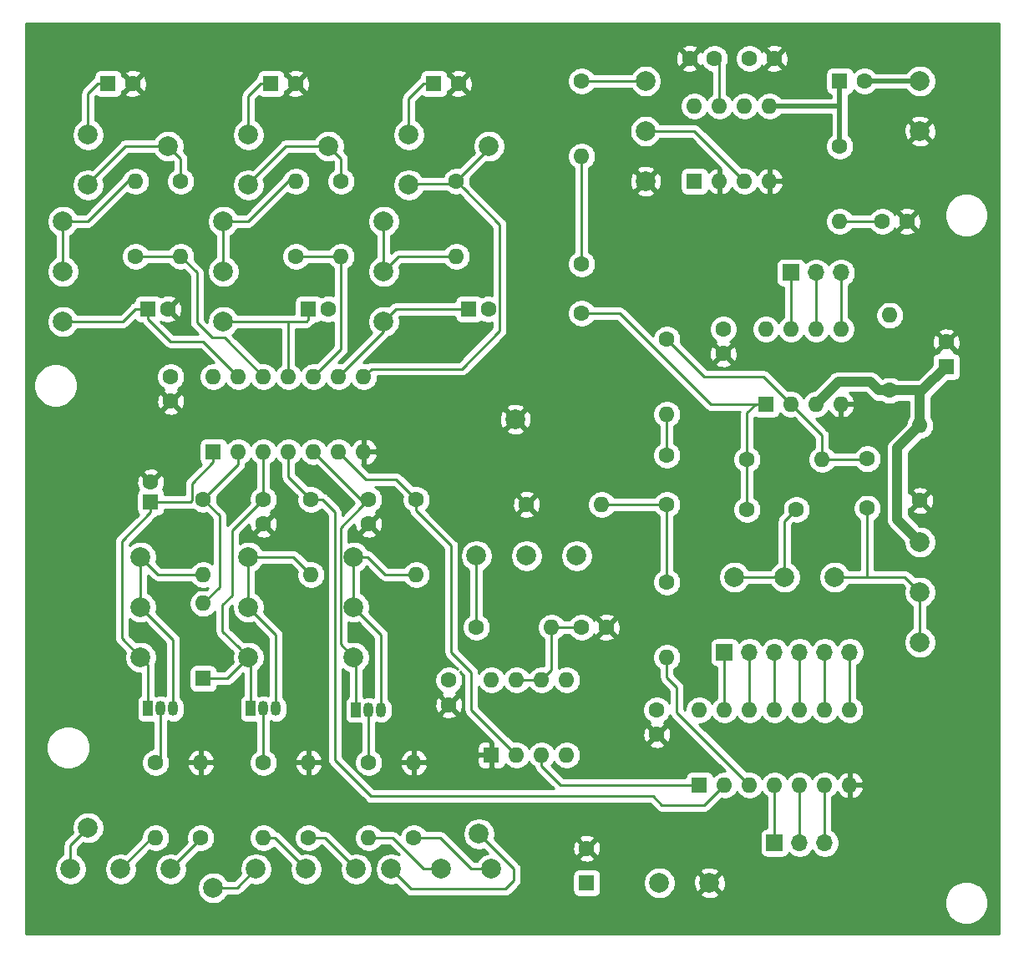
<source format=gbr>
G04 #@! TF.GenerationSoftware,KiCad,Pcbnew,5.1.5-52549c5~84~ubuntu18.04.1*
G04 #@! TF.CreationDate,2019-12-12T20:34:07+01:00*
G04 #@! TF.ProjectId,Sustainer,53757374-6169-46e6-9572-2e6b69636164,rev?*
G04 #@! TF.SameCoordinates,Original*
G04 #@! TF.FileFunction,Copper,L1,Top*
G04 #@! TF.FilePolarity,Positive*
%FSLAX46Y46*%
G04 Gerber Fmt 4.6, Leading zero omitted, Abs format (unit mm)*
G04 Created by KiCad (PCBNEW 5.1.5-52549c5~84~ubuntu18.04.1) date 2019-12-12 20:34:07*
%MOMM*%
%LPD*%
G04 APERTURE LIST*
%ADD10C,2.000000*%
%ADD11O,1.700000X1.700000*%
%ADD12R,1.700000X1.700000*%
%ADD13C,1.600000*%
%ADD14R,1.600000X1.600000*%
%ADD15O,1.600000X1.600000*%
%ADD16O,1.050000X1.500000*%
%ADD17R,1.050000X1.500000*%
%ADD18C,0.800000*%
%ADD19C,0.250000*%
%ADD20C,1.000000*%
%ADD21C,0.500000*%
%ADD22C,0.254000*%
G04 APERTURE END LIST*
D10*
X171704000Y-121666000D03*
X171704000Y-116586000D03*
X171704000Y-111506000D03*
X92710000Y-113030000D03*
X92710000Y-118110000D03*
X92710000Y-123190000D03*
X130683000Y-99060000D03*
D11*
X163703000Y-84201000D03*
X161163000Y-84201000D03*
D12*
X158623000Y-84201000D03*
D11*
X162052000Y-141986000D03*
X159512000Y-141986000D03*
D12*
X156972000Y-141986000D03*
D11*
X164592000Y-122682000D03*
X162052000Y-122682000D03*
X159512000Y-122682000D03*
X156972000Y-122682000D03*
X154432000Y-122682000D03*
D12*
X151892000Y-122682000D03*
D13*
X95758000Y-97242000D03*
X95758000Y-94742000D03*
X151765000Y-89916000D03*
X151765000Y-92416000D03*
X145034000Y-131024000D03*
X145034000Y-128524000D03*
D14*
X137922000Y-146050000D03*
D13*
X137922000Y-142550000D03*
X146050000Y-102696000D03*
X146050000Y-107696000D03*
X166370000Y-103077000D03*
X166370000Y-108077000D03*
X174371000Y-91226000D03*
D14*
X174371000Y-93726000D03*
D13*
X154178000Y-108204000D03*
X159178000Y-108204000D03*
X137414000Y-88312000D03*
X137414000Y-83312000D03*
X156932000Y-62484000D03*
X154432000Y-62484000D03*
X148376000Y-62484000D03*
X150876000Y-62484000D03*
X167894000Y-78994000D03*
X170394000Y-78994000D03*
D14*
X163576000Y-64770000D03*
D13*
X166076000Y-64770000D03*
X127984000Y-87884000D03*
D14*
X125984000Y-87884000D03*
D13*
X124928000Y-65024000D03*
D14*
X122428000Y-65024000D03*
X109728000Y-87884000D03*
D13*
X111728000Y-87884000D03*
D14*
X105918000Y-65024000D03*
D13*
X108418000Y-65024000D03*
X95472000Y-87884000D03*
D14*
X93472000Y-87884000D03*
X89408000Y-65024000D03*
D13*
X91908000Y-65024000D03*
X115824000Y-109688000D03*
X115824000Y-107188000D03*
X123952000Y-125516000D03*
X123952000Y-128016000D03*
X137414000Y-120142000D03*
X139914000Y-120142000D03*
D14*
X93726000Y-107442000D03*
D13*
X93726000Y-105442000D03*
X105156000Y-109688000D03*
X105156000Y-107188000D03*
D14*
X99060000Y-125349000D03*
D15*
X99060000Y-117729000D03*
D10*
X128016000Y-71374000D03*
X111760000Y-71374000D03*
X95504000Y-71374000D03*
X127000000Y-141097000D03*
X87376000Y-140462000D03*
X100076000Y-146558000D03*
D16*
X115824000Y-128524000D03*
X117094000Y-128524000D03*
D17*
X114554000Y-128524000D03*
D16*
X94742000Y-128397000D03*
X96012000Y-128397000D03*
D17*
X93472000Y-128397000D03*
X103886000Y-128397000D03*
D16*
X106426000Y-128397000D03*
X105156000Y-128397000D03*
D13*
X146050000Y-115570000D03*
D15*
X146050000Y-123190000D03*
X139446000Y-107696000D03*
D13*
X131826000Y-107696000D03*
D15*
X146050000Y-98552000D03*
D13*
X146050000Y-90932000D03*
D15*
X168656000Y-88519000D03*
D13*
X168656000Y-96139000D03*
X171704000Y-107315000D03*
D15*
X171704000Y-99695000D03*
D13*
X154178000Y-103124000D03*
D15*
X161798000Y-103124000D03*
D13*
X137414000Y-64770000D03*
D15*
X137414000Y-72390000D03*
D13*
X163576000Y-71374000D03*
D15*
X163576000Y-78994000D03*
D13*
X124714000Y-74930000D03*
D15*
X124714000Y-82550000D03*
X108458000Y-74930000D03*
D13*
X108458000Y-82550000D03*
D15*
X113030000Y-82550000D03*
D13*
X113030000Y-74930000D03*
X92202000Y-82550000D03*
D15*
X92202000Y-74930000D03*
D13*
X96774000Y-74930000D03*
D15*
X96774000Y-82550000D03*
D13*
X120396000Y-141478000D03*
D15*
X120396000Y-133858000D03*
X115824000Y-141478000D03*
D13*
X115824000Y-133858000D03*
X120650000Y-107188000D03*
D15*
X120650000Y-114808000D03*
X134366000Y-120142000D03*
D13*
X126746000Y-120142000D03*
D15*
X98806000Y-133858000D03*
D13*
X98806000Y-141478000D03*
D15*
X94234000Y-141478000D03*
D13*
X94234000Y-133858000D03*
X99060000Y-107188000D03*
D15*
X99060000Y-114808000D03*
D13*
X109728000Y-141478000D03*
D15*
X109728000Y-133858000D03*
X105156000Y-141478000D03*
D13*
X105156000Y-133858000D03*
D15*
X109982000Y-114808000D03*
D13*
X109982000Y-107188000D03*
D15*
X149352000Y-128524000D03*
X164592000Y-136144000D03*
X151892000Y-128524000D03*
X162052000Y-136144000D03*
X154432000Y-128524000D03*
X159512000Y-136144000D03*
X156972000Y-128524000D03*
X156972000Y-136144000D03*
X159512000Y-128524000D03*
X154432000Y-136144000D03*
X162052000Y-128524000D03*
X151892000Y-136144000D03*
X164592000Y-128524000D03*
D14*
X149352000Y-136144000D03*
X100076000Y-102362000D03*
D15*
X115316000Y-94742000D03*
X102616000Y-102362000D03*
X112776000Y-94742000D03*
X105156000Y-102362000D03*
X110236000Y-94742000D03*
X107696000Y-102362000D03*
X107696000Y-94742000D03*
X110236000Y-102362000D03*
X105156000Y-94742000D03*
X112776000Y-102362000D03*
X102616000Y-94742000D03*
X115316000Y-102362000D03*
X100076000Y-94742000D03*
X156083000Y-89916000D03*
X163703000Y-97536000D03*
X158623000Y-89916000D03*
X161163000Y-97536000D03*
X161163000Y-89916000D03*
X158623000Y-97536000D03*
X163703000Y-89916000D03*
D14*
X156083000Y-97536000D03*
X148844000Y-74930000D03*
D15*
X156464000Y-67310000D03*
X151384000Y-74930000D03*
X153924000Y-67310000D03*
X153924000Y-74930000D03*
X151384000Y-67310000D03*
X156464000Y-74930000D03*
X148844000Y-67310000D03*
D14*
X128270000Y-133096000D03*
D15*
X135890000Y-125476000D03*
X130810000Y-133096000D03*
X133350000Y-125476000D03*
X133350000Y-133096000D03*
X130810000Y-125476000D03*
X135890000Y-133096000D03*
X128270000Y-125476000D03*
D10*
X84836000Y-78994000D03*
X84836000Y-84074000D03*
X84836000Y-89154000D03*
X87376000Y-75311000D03*
X87376000Y-70231000D03*
X145288000Y-146050000D03*
X150368000Y-146050000D03*
X117348000Y-89154000D03*
X117348000Y-84074000D03*
X117348000Y-78994000D03*
X101092000Y-78994000D03*
X101092000Y-84074000D03*
X101092000Y-89154000D03*
X119888000Y-75311000D03*
X119888000Y-70231000D03*
X103632000Y-70231000D03*
X103632000Y-75311000D03*
X143891000Y-74930000D03*
X143891000Y-69850000D03*
X143891000Y-64770000D03*
X171704000Y-64770000D03*
X171704000Y-69850000D03*
X114300000Y-123190000D03*
X114300000Y-118110000D03*
X114300000Y-113030000D03*
X103632000Y-113030000D03*
X103632000Y-118110000D03*
X103632000Y-123190000D03*
X136906000Y-112903000D03*
X131826000Y-112903000D03*
X126746000Y-112903000D03*
X152908000Y-115062000D03*
X157988000Y-115062000D03*
X163068000Y-115062000D03*
X95758000Y-144653000D03*
X90678000Y-144653000D03*
X85598000Y-144653000D03*
X114554000Y-144653000D03*
X109474000Y-144653000D03*
X104394000Y-144653000D03*
X128270000Y-144653000D03*
X123190000Y-144653000D03*
X118110000Y-144653000D03*
D18*
X91567000Y-101600000D03*
X90805000Y-85598000D03*
X94234000Y-78105000D03*
X99060000Y-78232000D03*
X98044000Y-67310000D03*
X110363000Y-78994000D03*
X115316000Y-78232000D03*
X83693000Y-65532000D03*
X91694000Y-61722000D03*
X107315000Y-61468000D03*
X113919000Y-67818000D03*
X123698000Y-70358000D03*
X122936000Y-61468000D03*
X130429000Y-65405000D03*
X132842000Y-73152000D03*
X137414000Y-68072000D03*
X140843000Y-60452000D03*
X150114000Y-60071000D03*
X160782000Y-60198000D03*
X159512000Y-65278000D03*
X146558000Y-64897000D03*
X151257000Y-70104000D03*
X161290000Y-68834000D03*
X171069000Y-61341000D03*
X176022000Y-67310000D03*
X174117000Y-74422000D03*
X167767000Y-74295000D03*
X161798000Y-81153000D03*
X154559000Y-78994000D03*
X146304000Y-73533000D03*
X145034000Y-80010000D03*
X150114000Y-85979000D03*
X168529000Y-84963000D03*
X163068000Y-93726000D03*
X132080000Y-80772000D03*
X132461000Y-90424000D03*
X139446000Y-93472000D03*
X162814000Y-108585000D03*
X158242000Y-104140000D03*
X149606000Y-110617000D03*
X149352000Y-103251000D03*
X140716000Y-103886000D03*
X158242000Y-132715000D03*
X149225000Y-124587000D03*
X158115000Y-118618000D03*
X170688000Y-130302000D03*
X174879000Y-139319000D03*
X167005000Y-144399000D03*
X153035000Y-142113000D03*
X143637000Y-141351000D03*
X141732000Y-133350000D03*
X158115000Y-148336000D03*
X167005000Y-148336000D03*
X140970000Y-149352000D03*
X133858000Y-149606000D03*
X132715000Y-141859000D03*
X131699000Y-136144000D03*
X136144000Y-127889000D03*
X130429000Y-130048000D03*
X124333000Y-133096000D03*
X119253000Y-150241000D03*
X117983000Y-139954000D03*
X112141000Y-138938000D03*
X101854000Y-144272000D03*
X101854000Y-138303000D03*
X96647000Y-140208000D03*
X90932000Y-140462000D03*
X88392000Y-145542000D03*
X113792000Y-149860000D03*
X104394000Y-149987000D03*
X94742000Y-147828000D03*
X84201000Y-149860000D03*
X82804000Y-142621000D03*
X84074000Y-136271000D03*
X90424000Y-135890000D03*
X120396000Y-128143000D03*
X121539000Y-122555000D03*
X121285000Y-119507000D03*
X114427000Y-111125000D03*
X119253000Y-112903000D03*
X113284000Y-108077000D03*
X110109000Y-104648000D03*
X102235000Y-108585000D03*
X103378000Y-105410000D03*
X105537000Y-115316000D03*
X101219000Y-131318000D03*
X100838000Y-127000000D03*
X110871000Y-130175000D03*
X111252000Y-123317000D03*
X99187000Y-129667000D03*
X91059000Y-130810000D03*
X84074000Y-124841000D03*
X89789000Y-119507000D03*
X83820000Y-114300000D03*
X98679000Y-112649000D03*
X95631000Y-110490000D03*
X87376000Y-108585000D03*
X85598000Y-102616000D03*
X124206000Y-108077000D03*
X129032000Y-113284000D03*
X131445000Y-122174000D03*
X134112000Y-117348000D03*
X135128000Y-110744000D03*
X142494000Y-112141000D03*
X143129000Y-118745000D03*
X114681000Y-96901000D03*
X109093000Y-96901000D03*
X101600000Y-100203000D03*
X90297000Y-95250000D03*
X97282000Y-89408000D03*
X105791000Y-91694000D03*
X106426000Y-85598000D03*
X103124000Y-81534000D03*
X83439000Y-86995000D03*
X83566000Y-76327000D03*
X116586000Y-86233000D03*
X123952000Y-79375000D03*
X123698000Y-85471000D03*
X126746000Y-99441000D03*
X133858000Y-99695000D03*
X140716000Y-83185000D03*
X131191000Y-60579000D03*
X174498000Y-103505000D03*
X174244000Y-116586000D03*
X122555000Y-95631000D03*
X108712000Y-119507000D03*
X96012000Y-117729000D03*
X98933000Y-121285000D03*
X107442000Y-138176000D03*
X124714000Y-138938000D03*
X106934000Y-145923000D03*
X118237000Y-103632000D03*
X130810000Y-103378000D03*
X175768000Y-84963000D03*
X177165000Y-111506000D03*
X114554000Y-120650000D03*
X104013000Y-120396000D03*
X93218000Y-120777000D03*
X94742000Y-124714000D03*
X105410000Y-125095000D03*
X116078000Y-125349000D03*
X120396000Y-92202000D03*
X123063000Y-90170000D03*
X110998000Y-90170000D03*
X108966000Y-91567000D03*
X175514000Y-124460000D03*
D19*
X154432000Y-128524000D02*
X154432000Y-122682000D01*
X156972000Y-122682000D02*
X156972000Y-128524000D01*
X159512000Y-127392630D02*
X159512000Y-122682000D01*
X159512000Y-128524000D02*
X159512000Y-127392630D01*
X162052000Y-122682000D02*
X162052000Y-128524000D01*
X164592000Y-122682000D02*
X164592000Y-128524000D01*
X156972000Y-136144000D02*
X156972000Y-141986000D01*
X159512000Y-141986000D02*
X159512000Y-136144000D01*
X162052000Y-136144000D02*
X162052000Y-141986000D01*
X151892000Y-122682000D02*
X151892000Y-128524000D01*
X163703000Y-89916000D02*
X163703000Y-84201000D01*
X161163000Y-89916000D02*
X161163000Y-84201000D01*
X158623000Y-84201000D02*
X158623000Y-89916000D01*
X146050000Y-102696000D02*
X146050000Y-98552000D01*
X146050000Y-115570000D02*
X146050000Y-107696000D01*
X146050000Y-107696000D02*
X139446000Y-107696000D01*
X166323000Y-103124000D02*
X166370000Y-103077000D01*
X161798000Y-103124000D02*
X166323000Y-103124000D01*
X155829000Y-94742000D02*
X158623000Y-97536000D01*
X146050000Y-90932000D02*
X149860000Y-94742000D01*
X149860000Y-94742000D02*
X155829000Y-94742000D01*
X161798000Y-100711000D02*
X158623000Y-97536000D01*
X161798000Y-103124000D02*
X161798000Y-100711000D01*
X171704000Y-116586000D02*
X170180000Y-115062000D01*
X171704000Y-121666000D02*
X171704000Y-116586000D01*
X166370000Y-108077000D02*
X166370000Y-115062000D01*
X170180000Y-115062000D02*
X166370000Y-115062000D01*
X166370000Y-115062000D02*
X163068000Y-115062000D01*
D20*
X171958000Y-96139000D02*
X174371000Y-93726000D01*
X171704000Y-99695000D02*
X171704000Y-96266000D01*
X168656000Y-96139000D02*
X171577000Y-96139000D01*
X171704000Y-96266000D02*
X171577000Y-96139000D01*
X171577000Y-96139000D02*
X171958000Y-96139000D01*
X167524630Y-96139000D02*
X166635630Y-95250000D01*
X168656000Y-96139000D02*
X167524630Y-96139000D01*
X163449000Y-95250000D02*
X161163000Y-97536000D01*
X166635630Y-95250000D02*
X163449000Y-95250000D01*
X169418000Y-101981000D02*
X171704000Y-99695000D01*
X171704000Y-111506000D02*
X169418000Y-109220000D01*
X169418000Y-109220000D02*
X169418000Y-101981000D01*
D19*
X154178000Y-108204000D02*
X154178000Y-103124000D01*
X156083000Y-98044000D02*
X156083000Y-97536000D01*
X137414000Y-88312000D02*
X141271000Y-88312000D01*
X150495000Y-97536000D02*
X156083000Y-97536000D01*
X141271000Y-88312000D02*
X150495000Y-97536000D01*
X155033000Y-97536000D02*
X156083000Y-97536000D01*
X154178000Y-98391000D02*
X155033000Y-97536000D01*
X154178000Y-103124000D02*
X154178000Y-98391000D01*
X157988000Y-109394000D02*
X157988000Y-113538000D01*
X159178000Y-108204000D02*
X157988000Y-109394000D01*
X157988000Y-113538000D02*
X157988000Y-115062000D01*
X152908000Y-115062000D02*
X157988000Y-115062000D01*
X137414000Y-83312000D02*
X137414000Y-72390000D01*
X151384000Y-62992000D02*
X150876000Y-62484000D01*
X151384000Y-67310000D02*
X151384000Y-62992000D01*
X164707370Y-78994000D02*
X167894000Y-78994000D01*
X163576000Y-78994000D02*
X164707370Y-78994000D01*
D21*
X163576000Y-64770000D02*
X163576000Y-66070000D01*
X163576000Y-66070000D02*
X163576000Y-67310000D01*
X156464000Y-67310000D02*
X163576000Y-67310000D01*
X163576000Y-67310000D02*
X163576000Y-71374000D01*
X171704000Y-64770000D02*
X166076000Y-64770000D01*
D19*
X118618000Y-87884000D02*
X117348000Y-89154000D01*
X125984000Y-87884000D02*
X118618000Y-87884000D01*
X117348000Y-90170000D02*
X117348000Y-89154000D01*
X112776000Y-94742000D02*
X117348000Y-90170000D01*
X121378000Y-65024000D02*
X122428000Y-65024000D01*
X119888000Y-66514000D02*
X121378000Y-65024000D01*
X119888000Y-70104000D02*
X119888000Y-66514000D01*
X109728000Y-88934000D02*
X109728000Y-87884000D01*
X109508000Y-89154000D02*
X109728000Y-88934000D01*
X107696000Y-94742000D02*
X107696000Y-89154000D01*
X103632000Y-89154000D02*
X107696000Y-89154000D01*
X107696000Y-89154000D02*
X109508000Y-89154000D01*
X103632000Y-89154000D02*
X101092000Y-89154000D01*
X104868000Y-65024000D02*
X105918000Y-65024000D01*
X103632000Y-66260000D02*
X104868000Y-65024000D01*
X103632000Y-70104000D02*
X103632000Y-66260000D01*
X93472000Y-88934000D02*
X95724000Y-91186000D01*
X93472000Y-87884000D02*
X93472000Y-88934000D01*
X99060000Y-91186000D02*
X102616000Y-94742000D01*
X95724000Y-91186000D02*
X99060000Y-91186000D01*
X87376000Y-89154000D02*
X90932000Y-89154000D01*
X92202000Y-87884000D02*
X93472000Y-87884000D01*
X90932000Y-89154000D02*
X92202000Y-87884000D01*
X87376000Y-89154000D02*
X84836000Y-89154000D01*
X88358000Y-65024000D02*
X89408000Y-65024000D01*
X87376000Y-66006000D02*
X88358000Y-65024000D01*
X87376000Y-70104000D02*
X87376000Y-66006000D01*
X115062000Y-107188000D02*
X115824000Y-107188000D01*
X110236000Y-102362000D02*
X115062000Y-107188000D01*
X114554000Y-123444000D02*
X114300000Y-123190000D01*
X114554000Y-128524000D02*
X114554000Y-123444000D01*
X115024001Y-107987999D02*
X115824000Y-107188000D01*
X112974999Y-121864999D02*
X112974999Y-110037001D01*
X112974999Y-110037001D02*
X115024001Y-107987999D01*
X114300000Y-123190000D02*
X112974999Y-121864999D01*
X130810000Y-125476000D02*
X133350000Y-125476000D01*
X134366000Y-124460000D02*
X134366000Y-120142000D01*
X133350000Y-125476000D02*
X134366000Y-124460000D01*
X135497370Y-120142000D02*
X137414000Y-120142000D01*
X134366000Y-120142000D02*
X135497370Y-120142000D01*
X100076000Y-103412000D02*
X100076000Y-102362000D01*
X97934999Y-105553001D02*
X100076000Y-103412000D01*
X97790000Y-107442000D02*
X97934999Y-107297001D01*
X97934999Y-107297001D02*
X97934999Y-105553001D01*
X93726000Y-107442000D02*
X96774000Y-107442000D01*
X96774000Y-107442000D02*
X97790000Y-107442000D01*
X93472000Y-123952000D02*
X92710000Y-123190000D01*
X93472000Y-128397000D02*
X93472000Y-123952000D01*
X93726000Y-108492000D02*
X90805000Y-111413000D01*
X93726000Y-107442000D02*
X93726000Y-108492000D01*
X90805000Y-121285000D02*
X92710000Y-123190000D01*
X90805000Y-111413000D02*
X90805000Y-121285000D01*
X105156000Y-107188000D02*
X105156000Y-102362000D01*
X103886000Y-123444000D02*
X103632000Y-123190000D01*
X103886000Y-128397000D02*
X103886000Y-123444000D01*
X102632001Y-122190001D02*
X103632000Y-123190000D01*
X101001999Y-117888999D02*
X101001999Y-120559999D01*
X101981000Y-116909998D02*
X101001999Y-117888999D01*
X105156000Y-107188000D02*
X101981000Y-110363000D01*
X101001999Y-120559999D02*
X102632001Y-122190001D01*
X101981000Y-110363000D02*
X101981000Y-116909998D01*
X101473000Y-125349000D02*
X103632000Y-123190000D01*
X99060000Y-125349000D02*
X101473000Y-125349000D01*
X124460000Y-75184000D02*
X124714000Y-74930000D01*
X119888000Y-75184000D02*
X124460000Y-75184000D01*
X128016000Y-71628000D02*
X128016000Y-71374000D01*
X124714000Y-74930000D02*
X128016000Y-71628000D01*
X116115999Y-93942001D02*
X125259999Y-93942001D01*
X115316000Y-94742000D02*
X116115999Y-93942001D01*
X125513999Y-75729999D02*
X124714000Y-74930000D01*
X129109001Y-79325001D02*
X125513999Y-75729999D01*
X129109001Y-90092999D02*
X129109001Y-79325001D01*
X125259999Y-93942001D02*
X129109001Y-90092999D01*
X107442000Y-71374000D02*
X111760000Y-71374000D01*
X103632000Y-75184000D02*
X107442000Y-71374000D01*
X113030000Y-72644000D02*
X111760000Y-71374000D01*
X113030000Y-74930000D02*
X113030000Y-72644000D01*
X96774000Y-72644000D02*
X95504000Y-71374000D01*
X96774000Y-74930000D02*
X96774000Y-72644000D01*
X91186000Y-71374000D02*
X95504000Y-71374000D01*
X87376000Y-75184000D02*
X91186000Y-71374000D01*
X130556000Y-144653000D02*
X127000000Y-141097000D01*
X130556000Y-145796000D02*
X130556000Y-144653000D01*
X129667000Y-146685000D02*
X130556000Y-145796000D01*
X118110000Y-144653000D02*
X120142000Y-146685000D01*
X120142000Y-146685000D02*
X129667000Y-146685000D01*
X85598000Y-142240000D02*
X85598000Y-144653000D01*
X87376000Y-140462000D02*
X85598000Y-142240000D01*
X102489000Y-146558000D02*
X104394000Y-144653000D01*
X100076000Y-146558000D02*
X102489000Y-146558000D01*
X115824000Y-132726630D02*
X115824000Y-128524000D01*
X115824000Y-133858000D02*
X115824000Y-132726630D01*
X114300000Y-113030000D02*
X114300000Y-118110000D01*
X119518630Y-114808000D02*
X120650000Y-114808000D01*
X117492213Y-114808000D02*
X119518630Y-114808000D01*
X115714213Y-113030000D02*
X117492213Y-114808000D01*
X114300000Y-113030000D02*
X115714213Y-113030000D01*
X117094000Y-120904000D02*
X114300000Y-118110000D01*
X117094000Y-128524000D02*
X117094000Y-120904000D01*
X94742000Y-133350000D02*
X94234000Y-133858000D01*
X94742000Y-128397000D02*
X94742000Y-133350000D01*
X92710000Y-113030000D02*
X92710000Y-118110000D01*
X96012000Y-121412000D02*
X96012000Y-128397000D01*
X92710000Y-118110000D02*
X96012000Y-121412000D01*
X94488000Y-114808000D02*
X92710000Y-113030000D01*
X99060000Y-114808000D02*
X94488000Y-114808000D01*
X103632000Y-118110000D02*
X103632000Y-113030000D01*
X108204000Y-113030000D02*
X103632000Y-113030000D01*
X109982000Y-114808000D02*
X108204000Y-113030000D01*
X106426000Y-120904000D02*
X103632000Y-118110000D01*
X106426000Y-128397000D02*
X106426000Y-120904000D01*
X105156000Y-133858000D02*
X105156000Y-128397000D01*
X154432000Y-136144000D02*
X147066000Y-128778000D01*
X147066000Y-128778000D02*
X147066000Y-126238000D01*
X146050000Y-125222000D02*
X146050000Y-123190000D01*
X147066000Y-126238000D02*
X146050000Y-125222000D01*
X137414000Y-64770000D02*
X141986000Y-64770000D01*
X141986000Y-64770000D02*
X143891000Y-64770000D01*
X113030000Y-91948000D02*
X113030000Y-82550000D01*
X110236000Y-94742000D02*
X113030000Y-91948000D01*
X113030000Y-82550000D02*
X108458000Y-82550000D01*
X92202000Y-82550000D02*
X96774000Y-82550000D01*
X105156000Y-94742000D02*
X101219000Y-90805000D01*
X101219000Y-90805000D02*
X99949000Y-90805000D01*
X99949000Y-90805000D02*
X98425000Y-89281000D01*
X98425000Y-84201000D02*
X96774000Y-82550000D01*
X98425000Y-89281000D02*
X98425000Y-84201000D01*
X120396000Y-141478000D02*
X123063000Y-141478000D01*
X126238000Y-144653000D02*
X128270000Y-144653000D01*
X123063000Y-141478000D02*
X126238000Y-144653000D01*
X121412000Y-144653000D02*
X123190000Y-144653000D01*
X115824000Y-141478000D02*
X118237000Y-141478000D01*
X118237000Y-141478000D02*
X121412000Y-144653000D01*
X112776000Y-102362000D02*
X115570000Y-105156000D01*
X118618000Y-105156000D02*
X120650000Y-107188000D01*
X115570000Y-105156000D02*
X118618000Y-105156000D01*
X120650000Y-108319370D02*
X124206000Y-111875370D01*
X120650000Y-107188000D02*
X120650000Y-108319370D01*
X124206000Y-111875370D02*
X124206000Y-122682000D01*
X124206000Y-122682000D02*
X126238000Y-124714000D01*
X126238000Y-128524000D02*
X130810000Y-133096000D01*
X126238000Y-124714000D02*
X126238000Y-128524000D01*
X98806000Y-141605000D02*
X98806000Y-141478000D01*
X95758000Y-144653000D02*
X98806000Y-141605000D01*
X93853000Y-141478000D02*
X94234000Y-141478000D01*
X90678000Y-144653000D02*
X93853000Y-141478000D01*
X111379000Y-141478000D02*
X114554000Y-144653000D01*
X109728000Y-141478000D02*
X111379000Y-141478000D01*
X106299000Y-141478000D02*
X109474000Y-144653000D01*
X105156000Y-141478000D02*
X106299000Y-141478000D01*
X107696000Y-104902000D02*
X109982000Y-107188000D01*
X107696000Y-102362000D02*
X107696000Y-104902000D01*
X149860000Y-138176000D02*
X151892000Y-136144000D01*
X145542000Y-138176000D02*
X149860000Y-138176000D01*
X109982000Y-107188000D02*
X111113370Y-107188000D01*
X112395000Y-133604000D02*
X116060001Y-137269001D01*
X144635001Y-137269001D02*
X145542000Y-138176000D01*
X111113370Y-107188000D02*
X112395000Y-108469630D01*
X116060001Y-137269001D02*
X144635001Y-137269001D01*
X112395000Y-108469630D02*
X112395000Y-133604000D01*
X148844000Y-69850000D02*
X153924000Y-74930000D01*
X143891000Y-69850000D02*
X148844000Y-69850000D01*
X148302000Y-136144000D02*
X149352000Y-136144000D01*
X133350000Y-134227370D02*
X135266630Y-136144000D01*
X135266630Y-136144000D02*
X148302000Y-136144000D01*
X133350000Y-133096000D02*
X133350000Y-134227370D01*
X117348000Y-78994000D02*
X117348000Y-84074000D01*
X118872000Y-82550000D02*
X117348000Y-84074000D01*
X124714000Y-82550000D02*
X118872000Y-82550000D01*
X107696000Y-74930000D02*
X108458000Y-74930000D01*
X103632000Y-78994000D02*
X107696000Y-74930000D01*
X101092000Y-84074000D02*
X101092000Y-78994000D01*
X103632000Y-78994000D02*
X101092000Y-78994000D01*
X91440000Y-74930000D02*
X92202000Y-74930000D01*
X87376000Y-78994000D02*
X91440000Y-74930000D01*
X84836000Y-82659787D02*
X84836000Y-78994000D01*
X84836000Y-84074000D02*
X84836000Y-82659787D01*
X84836000Y-78994000D02*
X87376000Y-78994000D01*
X126746000Y-112903000D02*
X126746000Y-120142000D01*
X102616000Y-103632000D02*
X102616000Y-102362000D01*
X99060000Y-107188000D02*
X102616000Y-103632000D01*
X99060000Y-107188000D02*
X100711000Y-108839000D01*
X100711000Y-116078000D02*
X99060000Y-117729000D01*
X100711000Y-108839000D02*
X100711000Y-116078000D01*
D22*
G36*
X179680001Y-151232000D02*
G01*
X81051000Y-151232000D01*
X81051000Y-146396967D01*
X98441000Y-146396967D01*
X98441000Y-146719033D01*
X98503832Y-147034912D01*
X98627082Y-147332463D01*
X98806013Y-147600252D01*
X99033748Y-147827987D01*
X99301537Y-148006918D01*
X99599088Y-148130168D01*
X99914967Y-148193000D01*
X100237033Y-148193000D01*
X100552912Y-148130168D01*
X100850463Y-148006918D01*
X101067539Y-147861872D01*
X174168000Y-147861872D01*
X174168000Y-148302128D01*
X174253890Y-148733925D01*
X174422369Y-149140669D01*
X174666962Y-149506729D01*
X174978271Y-149818038D01*
X175344331Y-150062631D01*
X175751075Y-150231110D01*
X176182872Y-150317000D01*
X176623128Y-150317000D01*
X177054925Y-150231110D01*
X177461669Y-150062631D01*
X177827729Y-149818038D01*
X178139038Y-149506729D01*
X178383631Y-149140669D01*
X178552110Y-148733925D01*
X178638000Y-148302128D01*
X178638000Y-147861872D01*
X178552110Y-147430075D01*
X178383631Y-147023331D01*
X178139038Y-146657271D01*
X177827729Y-146345962D01*
X177461669Y-146101369D01*
X177054925Y-145932890D01*
X176623128Y-145847000D01*
X176182872Y-145847000D01*
X175751075Y-145932890D01*
X175344331Y-146101369D01*
X174978271Y-146345962D01*
X174666962Y-146657271D01*
X174422369Y-147023331D01*
X174253890Y-147430075D01*
X174168000Y-147861872D01*
X101067539Y-147861872D01*
X101118252Y-147827987D01*
X101345987Y-147600252D01*
X101524918Y-147332463D01*
X101530909Y-147318000D01*
X102451678Y-147318000D01*
X102489000Y-147321676D01*
X102526322Y-147318000D01*
X102526333Y-147318000D01*
X102637986Y-147307003D01*
X102781247Y-147263546D01*
X102913276Y-147192974D01*
X103029001Y-147098001D01*
X103052804Y-147068997D01*
X103902624Y-146219177D01*
X103917088Y-146225168D01*
X104232967Y-146288000D01*
X104555033Y-146288000D01*
X104870912Y-146225168D01*
X105168463Y-146101918D01*
X105436252Y-145922987D01*
X105663987Y-145695252D01*
X105842918Y-145427463D01*
X105966168Y-145129912D01*
X106029000Y-144814033D01*
X106029000Y-144491967D01*
X105966168Y-144176088D01*
X105842918Y-143878537D01*
X105663987Y-143610748D01*
X105436252Y-143383013D01*
X105168463Y-143204082D01*
X104870912Y-143080832D01*
X104555033Y-143018000D01*
X104232967Y-143018000D01*
X103917088Y-143080832D01*
X103619537Y-143204082D01*
X103351748Y-143383013D01*
X103124013Y-143610748D01*
X102945082Y-143878537D01*
X102821832Y-144176088D01*
X102759000Y-144491967D01*
X102759000Y-144814033D01*
X102821832Y-145129912D01*
X102827823Y-145144376D01*
X102174199Y-145798000D01*
X101530909Y-145798000D01*
X101524918Y-145783537D01*
X101345987Y-145515748D01*
X101118252Y-145288013D01*
X100850463Y-145109082D01*
X100552912Y-144985832D01*
X100237033Y-144923000D01*
X99914967Y-144923000D01*
X99599088Y-144985832D01*
X99301537Y-145109082D01*
X99033748Y-145288013D01*
X98806013Y-145515748D01*
X98627082Y-145783537D01*
X98503832Y-146081088D01*
X98441000Y-146396967D01*
X81051000Y-146396967D01*
X81051000Y-144491967D01*
X83963000Y-144491967D01*
X83963000Y-144814033D01*
X84025832Y-145129912D01*
X84149082Y-145427463D01*
X84328013Y-145695252D01*
X84555748Y-145922987D01*
X84823537Y-146101918D01*
X85121088Y-146225168D01*
X85436967Y-146288000D01*
X85759033Y-146288000D01*
X86074912Y-146225168D01*
X86372463Y-146101918D01*
X86640252Y-145922987D01*
X86867987Y-145695252D01*
X87046918Y-145427463D01*
X87170168Y-145129912D01*
X87233000Y-144814033D01*
X87233000Y-144491967D01*
X89043000Y-144491967D01*
X89043000Y-144814033D01*
X89105832Y-145129912D01*
X89229082Y-145427463D01*
X89408013Y-145695252D01*
X89635748Y-145922987D01*
X89903537Y-146101918D01*
X90201088Y-146225168D01*
X90516967Y-146288000D01*
X90839033Y-146288000D01*
X91154912Y-146225168D01*
X91452463Y-146101918D01*
X91720252Y-145922987D01*
X91947987Y-145695252D01*
X92126918Y-145427463D01*
X92250168Y-145129912D01*
X92313000Y-144814033D01*
X92313000Y-144491967D01*
X94123000Y-144491967D01*
X94123000Y-144814033D01*
X94185832Y-145129912D01*
X94309082Y-145427463D01*
X94488013Y-145695252D01*
X94715748Y-145922987D01*
X94983537Y-146101918D01*
X95281088Y-146225168D01*
X95596967Y-146288000D01*
X95919033Y-146288000D01*
X96234912Y-146225168D01*
X96532463Y-146101918D01*
X96800252Y-145922987D01*
X97027987Y-145695252D01*
X97206918Y-145427463D01*
X97330168Y-145129912D01*
X97393000Y-144814033D01*
X97393000Y-144491967D01*
X97330168Y-144176088D01*
X97324177Y-144161624D01*
X98588043Y-142897759D01*
X98664665Y-142913000D01*
X98947335Y-142913000D01*
X99224574Y-142857853D01*
X99485727Y-142749680D01*
X99720759Y-142592637D01*
X99920637Y-142392759D01*
X100077680Y-142157727D01*
X100185853Y-141896574D01*
X100241000Y-141619335D01*
X100241000Y-141336665D01*
X103721000Y-141336665D01*
X103721000Y-141619335D01*
X103776147Y-141896574D01*
X103884320Y-142157727D01*
X104041363Y-142392759D01*
X104241241Y-142592637D01*
X104476273Y-142749680D01*
X104737426Y-142857853D01*
X105014665Y-142913000D01*
X105297335Y-142913000D01*
X105574574Y-142857853D01*
X105835727Y-142749680D01*
X106070759Y-142592637D01*
X106204797Y-142458599D01*
X107907823Y-144161625D01*
X107901832Y-144176088D01*
X107839000Y-144491967D01*
X107839000Y-144814033D01*
X107901832Y-145129912D01*
X108025082Y-145427463D01*
X108204013Y-145695252D01*
X108431748Y-145922987D01*
X108699537Y-146101918D01*
X108997088Y-146225168D01*
X109312967Y-146288000D01*
X109635033Y-146288000D01*
X109950912Y-146225168D01*
X110248463Y-146101918D01*
X110516252Y-145922987D01*
X110743987Y-145695252D01*
X110922918Y-145427463D01*
X111046168Y-145129912D01*
X111109000Y-144814033D01*
X111109000Y-144491967D01*
X111046168Y-144176088D01*
X110922918Y-143878537D01*
X110743987Y-143610748D01*
X110516252Y-143383013D01*
X110248463Y-143204082D01*
X109950912Y-143080832D01*
X109635033Y-143018000D01*
X109312967Y-143018000D01*
X108997088Y-143080832D01*
X108982625Y-143086823D01*
X107232467Y-141336665D01*
X108293000Y-141336665D01*
X108293000Y-141619335D01*
X108348147Y-141896574D01*
X108456320Y-142157727D01*
X108613363Y-142392759D01*
X108813241Y-142592637D01*
X109048273Y-142749680D01*
X109309426Y-142857853D01*
X109586665Y-142913000D01*
X109869335Y-142913000D01*
X110146574Y-142857853D01*
X110407727Y-142749680D01*
X110642759Y-142592637D01*
X110842637Y-142392759D01*
X110946043Y-142238000D01*
X111064199Y-142238000D01*
X112987823Y-144161625D01*
X112981832Y-144176088D01*
X112919000Y-144491967D01*
X112919000Y-144814033D01*
X112981832Y-145129912D01*
X113105082Y-145427463D01*
X113284013Y-145695252D01*
X113511748Y-145922987D01*
X113779537Y-146101918D01*
X114077088Y-146225168D01*
X114392967Y-146288000D01*
X114715033Y-146288000D01*
X115030912Y-146225168D01*
X115328463Y-146101918D01*
X115596252Y-145922987D01*
X115823987Y-145695252D01*
X116002918Y-145427463D01*
X116126168Y-145129912D01*
X116189000Y-144814033D01*
X116189000Y-144491967D01*
X116126168Y-144176088D01*
X116002918Y-143878537D01*
X115823987Y-143610748D01*
X115596252Y-143383013D01*
X115328463Y-143204082D01*
X115030912Y-143080832D01*
X114715033Y-143018000D01*
X114392967Y-143018000D01*
X114077088Y-143080832D01*
X114062625Y-143086823D01*
X112312467Y-141336665D01*
X114389000Y-141336665D01*
X114389000Y-141619335D01*
X114444147Y-141896574D01*
X114552320Y-142157727D01*
X114709363Y-142392759D01*
X114909241Y-142592637D01*
X115144273Y-142749680D01*
X115405426Y-142857853D01*
X115682665Y-142913000D01*
X115965335Y-142913000D01*
X116242574Y-142857853D01*
X116503727Y-142749680D01*
X116738759Y-142592637D01*
X116938637Y-142392759D01*
X117042043Y-142238000D01*
X117922199Y-142238000D01*
X118895968Y-143211769D01*
X118884463Y-143204082D01*
X118586912Y-143080832D01*
X118271033Y-143018000D01*
X117948967Y-143018000D01*
X117633088Y-143080832D01*
X117335537Y-143204082D01*
X117067748Y-143383013D01*
X116840013Y-143610748D01*
X116661082Y-143878537D01*
X116537832Y-144176088D01*
X116475000Y-144491967D01*
X116475000Y-144814033D01*
X116537832Y-145129912D01*
X116661082Y-145427463D01*
X116840013Y-145695252D01*
X117067748Y-145922987D01*
X117335537Y-146101918D01*
X117633088Y-146225168D01*
X117948967Y-146288000D01*
X118271033Y-146288000D01*
X118586912Y-146225168D01*
X118601375Y-146219177D01*
X119578201Y-147196003D01*
X119601999Y-147225001D01*
X119630997Y-147248799D01*
X119717723Y-147319974D01*
X119831028Y-147380537D01*
X119849753Y-147390546D01*
X119993014Y-147434003D01*
X120104667Y-147445000D01*
X120104677Y-147445000D01*
X120142000Y-147448676D01*
X120179323Y-147445000D01*
X129629678Y-147445000D01*
X129667000Y-147448676D01*
X129704322Y-147445000D01*
X129704333Y-147445000D01*
X129815986Y-147434003D01*
X129959247Y-147390546D01*
X130091276Y-147319974D01*
X130207001Y-147225001D01*
X130230803Y-147195998D01*
X131067004Y-146359798D01*
X131096001Y-146336001D01*
X131190974Y-146220276D01*
X131261546Y-146088247D01*
X131305003Y-145944986D01*
X131316000Y-145833333D01*
X131316000Y-145833323D01*
X131319676Y-145796000D01*
X131316000Y-145758677D01*
X131316000Y-145250000D01*
X136483928Y-145250000D01*
X136483928Y-146850000D01*
X136496188Y-146974482D01*
X136532498Y-147094180D01*
X136591463Y-147204494D01*
X136670815Y-147301185D01*
X136767506Y-147380537D01*
X136877820Y-147439502D01*
X136997518Y-147475812D01*
X137122000Y-147488072D01*
X138722000Y-147488072D01*
X138846482Y-147475812D01*
X138966180Y-147439502D01*
X139076494Y-147380537D01*
X139173185Y-147301185D01*
X139252537Y-147204494D01*
X139311502Y-147094180D01*
X139347812Y-146974482D01*
X139360072Y-146850000D01*
X139360072Y-145888967D01*
X143653000Y-145888967D01*
X143653000Y-146211033D01*
X143715832Y-146526912D01*
X143839082Y-146824463D01*
X144018013Y-147092252D01*
X144245748Y-147319987D01*
X144513537Y-147498918D01*
X144811088Y-147622168D01*
X145126967Y-147685000D01*
X145449033Y-147685000D01*
X145764912Y-147622168D01*
X146062463Y-147498918D01*
X146330252Y-147319987D01*
X146464826Y-147185413D01*
X149412192Y-147185413D01*
X149507956Y-147449814D01*
X149797571Y-147590704D01*
X150109108Y-147672384D01*
X150430595Y-147691718D01*
X150749675Y-147647961D01*
X151054088Y-147542795D01*
X151228044Y-147449814D01*
X151323808Y-147185413D01*
X150368000Y-146229605D01*
X149412192Y-147185413D01*
X146464826Y-147185413D01*
X146557987Y-147092252D01*
X146736918Y-146824463D01*
X146860168Y-146526912D01*
X146923000Y-146211033D01*
X146923000Y-146112595D01*
X148726282Y-146112595D01*
X148770039Y-146431675D01*
X148875205Y-146736088D01*
X148968186Y-146910044D01*
X149232587Y-147005808D01*
X150188395Y-146050000D01*
X150547605Y-146050000D01*
X151503413Y-147005808D01*
X151767814Y-146910044D01*
X151908704Y-146620429D01*
X151990384Y-146308892D01*
X152009718Y-145987405D01*
X151965961Y-145668325D01*
X151860795Y-145363912D01*
X151767814Y-145189956D01*
X151503413Y-145094192D01*
X150547605Y-146050000D01*
X150188395Y-146050000D01*
X149232587Y-145094192D01*
X148968186Y-145189956D01*
X148827296Y-145479571D01*
X148745616Y-145791108D01*
X148726282Y-146112595D01*
X146923000Y-146112595D01*
X146923000Y-145888967D01*
X146860168Y-145573088D01*
X146736918Y-145275537D01*
X146557987Y-145007748D01*
X146464826Y-144914587D01*
X149412192Y-144914587D01*
X150368000Y-145870395D01*
X151323808Y-144914587D01*
X151228044Y-144650186D01*
X150938429Y-144509296D01*
X150626892Y-144427616D01*
X150305405Y-144408282D01*
X149986325Y-144452039D01*
X149681912Y-144557205D01*
X149507956Y-144650186D01*
X149412192Y-144914587D01*
X146464826Y-144914587D01*
X146330252Y-144780013D01*
X146062463Y-144601082D01*
X145764912Y-144477832D01*
X145449033Y-144415000D01*
X145126967Y-144415000D01*
X144811088Y-144477832D01*
X144513537Y-144601082D01*
X144245748Y-144780013D01*
X144018013Y-145007748D01*
X143839082Y-145275537D01*
X143715832Y-145573088D01*
X143653000Y-145888967D01*
X139360072Y-145888967D01*
X139360072Y-145250000D01*
X139347812Y-145125518D01*
X139311502Y-145005820D01*
X139252537Y-144895506D01*
X139173185Y-144798815D01*
X139076494Y-144719463D01*
X138966180Y-144660498D01*
X138846482Y-144624188D01*
X138722000Y-144611928D01*
X137122000Y-144611928D01*
X136997518Y-144624188D01*
X136877820Y-144660498D01*
X136767506Y-144719463D01*
X136670815Y-144798815D01*
X136591463Y-144895506D01*
X136532498Y-145005820D01*
X136496188Y-145125518D01*
X136483928Y-145250000D01*
X131316000Y-145250000D01*
X131316000Y-144690322D01*
X131319676Y-144652999D01*
X131316000Y-144615676D01*
X131316000Y-144615667D01*
X131305003Y-144504014D01*
X131261546Y-144360753D01*
X131190974Y-144228724D01*
X131147777Y-144176088D01*
X131119799Y-144141996D01*
X131119795Y-144141992D01*
X131096001Y-144112999D01*
X131067008Y-144089205D01*
X130520505Y-143542702D01*
X137108903Y-143542702D01*
X137180486Y-143786671D01*
X137435996Y-143907571D01*
X137710184Y-143976300D01*
X137992512Y-143990217D01*
X138272130Y-143948787D01*
X138538292Y-143853603D01*
X138663514Y-143786671D01*
X138735097Y-143542702D01*
X137922000Y-142729605D01*
X137108903Y-143542702D01*
X130520505Y-143542702D01*
X129598315Y-142620512D01*
X136481783Y-142620512D01*
X136523213Y-142900130D01*
X136618397Y-143166292D01*
X136685329Y-143291514D01*
X136929298Y-143363097D01*
X137742395Y-142550000D01*
X138101605Y-142550000D01*
X138914702Y-143363097D01*
X139158671Y-143291514D01*
X139279571Y-143036004D01*
X139348300Y-142761816D01*
X139362217Y-142479488D01*
X139320787Y-142199870D01*
X139225603Y-141933708D01*
X139158671Y-141808486D01*
X138914702Y-141736903D01*
X138101605Y-142550000D01*
X137742395Y-142550000D01*
X136929298Y-141736903D01*
X136685329Y-141808486D01*
X136564429Y-142063996D01*
X136495700Y-142338184D01*
X136481783Y-142620512D01*
X129598315Y-142620512D01*
X128566177Y-141588375D01*
X128572168Y-141573912D01*
X128575472Y-141557298D01*
X137108903Y-141557298D01*
X137922000Y-142370395D01*
X138735097Y-141557298D01*
X138663514Y-141313329D01*
X138408004Y-141192429D01*
X138133816Y-141123700D01*
X137851488Y-141109783D01*
X137571870Y-141151213D01*
X137305708Y-141246397D01*
X137180486Y-141313329D01*
X137108903Y-141557298D01*
X128575472Y-141557298D01*
X128635000Y-141258033D01*
X128635000Y-140935967D01*
X128572168Y-140620088D01*
X128448918Y-140322537D01*
X128269987Y-140054748D01*
X128042252Y-139827013D01*
X127774463Y-139648082D01*
X127476912Y-139524832D01*
X127161033Y-139462000D01*
X126838967Y-139462000D01*
X126523088Y-139524832D01*
X126225537Y-139648082D01*
X125957748Y-139827013D01*
X125730013Y-140054748D01*
X125551082Y-140322537D01*
X125427832Y-140620088D01*
X125365000Y-140935967D01*
X125365000Y-141258033D01*
X125427832Y-141573912D01*
X125551082Y-141871463D01*
X125730013Y-142139252D01*
X125957748Y-142366987D01*
X126225537Y-142545918D01*
X126523088Y-142669168D01*
X126838967Y-142732000D01*
X127161033Y-142732000D01*
X127476912Y-142669168D01*
X127491375Y-142663177D01*
X127889794Y-143061596D01*
X127793088Y-143080832D01*
X127495537Y-143204082D01*
X127227748Y-143383013D01*
X127000013Y-143610748D01*
X126821082Y-143878537D01*
X126815091Y-143893000D01*
X126552802Y-143893000D01*
X123626804Y-140967003D01*
X123603001Y-140937999D01*
X123487276Y-140843026D01*
X123355247Y-140772454D01*
X123211986Y-140728997D01*
X123100333Y-140718000D01*
X123100322Y-140718000D01*
X123063000Y-140714324D01*
X123025678Y-140718000D01*
X121614043Y-140718000D01*
X121510637Y-140563241D01*
X121310759Y-140363363D01*
X121075727Y-140206320D01*
X120814574Y-140098147D01*
X120537335Y-140043000D01*
X120254665Y-140043000D01*
X119977426Y-140098147D01*
X119716273Y-140206320D01*
X119481241Y-140363363D01*
X119281363Y-140563241D01*
X119124320Y-140798273D01*
X119016147Y-141059426D01*
X118995753Y-141161952D01*
X118800804Y-140967003D01*
X118777001Y-140937999D01*
X118661276Y-140843026D01*
X118529247Y-140772454D01*
X118385986Y-140728997D01*
X118274333Y-140718000D01*
X118274322Y-140718000D01*
X118237000Y-140714324D01*
X118199678Y-140718000D01*
X117042043Y-140718000D01*
X116938637Y-140563241D01*
X116738759Y-140363363D01*
X116503727Y-140206320D01*
X116242574Y-140098147D01*
X115965335Y-140043000D01*
X115682665Y-140043000D01*
X115405426Y-140098147D01*
X115144273Y-140206320D01*
X114909241Y-140363363D01*
X114709363Y-140563241D01*
X114552320Y-140798273D01*
X114444147Y-141059426D01*
X114389000Y-141336665D01*
X112312467Y-141336665D01*
X111942804Y-140967003D01*
X111919001Y-140937999D01*
X111803276Y-140843026D01*
X111671247Y-140772454D01*
X111527986Y-140728997D01*
X111416333Y-140718000D01*
X111416322Y-140718000D01*
X111379000Y-140714324D01*
X111341678Y-140718000D01*
X110946043Y-140718000D01*
X110842637Y-140563241D01*
X110642759Y-140363363D01*
X110407727Y-140206320D01*
X110146574Y-140098147D01*
X109869335Y-140043000D01*
X109586665Y-140043000D01*
X109309426Y-140098147D01*
X109048273Y-140206320D01*
X108813241Y-140363363D01*
X108613363Y-140563241D01*
X108456320Y-140798273D01*
X108348147Y-141059426D01*
X108293000Y-141336665D01*
X107232467Y-141336665D01*
X106862804Y-140967003D01*
X106839001Y-140937999D01*
X106723276Y-140843026D01*
X106591247Y-140772454D01*
X106447986Y-140728997D01*
X106376700Y-140721976D01*
X106270637Y-140563241D01*
X106070759Y-140363363D01*
X105835727Y-140206320D01*
X105574574Y-140098147D01*
X105297335Y-140043000D01*
X105014665Y-140043000D01*
X104737426Y-140098147D01*
X104476273Y-140206320D01*
X104241241Y-140363363D01*
X104041363Y-140563241D01*
X103884320Y-140798273D01*
X103776147Y-141059426D01*
X103721000Y-141336665D01*
X100241000Y-141336665D01*
X100185853Y-141059426D01*
X100077680Y-140798273D01*
X99920637Y-140563241D01*
X99720759Y-140363363D01*
X99485727Y-140206320D01*
X99224574Y-140098147D01*
X98947335Y-140043000D01*
X98664665Y-140043000D01*
X98387426Y-140098147D01*
X98126273Y-140206320D01*
X97891241Y-140363363D01*
X97691363Y-140563241D01*
X97534320Y-140798273D01*
X97426147Y-141059426D01*
X97371000Y-141336665D01*
X97371000Y-141619335D01*
X97426147Y-141896574D01*
X97430094Y-141906104D01*
X96249376Y-143086823D01*
X96234912Y-143080832D01*
X95919033Y-143018000D01*
X95596967Y-143018000D01*
X95281088Y-143080832D01*
X94983537Y-143204082D01*
X94715748Y-143383013D01*
X94488013Y-143610748D01*
X94309082Y-143878537D01*
X94185832Y-144176088D01*
X94123000Y-144491967D01*
X92313000Y-144491967D01*
X92250168Y-144176088D01*
X92244177Y-144161624D01*
X93626291Y-142779511D01*
X93815426Y-142857853D01*
X94092665Y-142913000D01*
X94375335Y-142913000D01*
X94652574Y-142857853D01*
X94913727Y-142749680D01*
X95148759Y-142592637D01*
X95348637Y-142392759D01*
X95505680Y-142157727D01*
X95613853Y-141896574D01*
X95669000Y-141619335D01*
X95669000Y-141336665D01*
X95613853Y-141059426D01*
X95505680Y-140798273D01*
X95348637Y-140563241D01*
X95148759Y-140363363D01*
X94913727Y-140206320D01*
X94652574Y-140098147D01*
X94375335Y-140043000D01*
X94092665Y-140043000D01*
X93815426Y-140098147D01*
X93554273Y-140206320D01*
X93319241Y-140363363D01*
X93119363Y-140563241D01*
X92962320Y-140798273D01*
X92854147Y-141059426D01*
X92799000Y-141336665D01*
X92799000Y-141457198D01*
X91169376Y-143086823D01*
X91154912Y-143080832D01*
X90839033Y-143018000D01*
X90516967Y-143018000D01*
X90201088Y-143080832D01*
X89903537Y-143204082D01*
X89635748Y-143383013D01*
X89408013Y-143610748D01*
X89229082Y-143878537D01*
X89105832Y-144176088D01*
X89043000Y-144491967D01*
X87233000Y-144491967D01*
X87170168Y-144176088D01*
X87046918Y-143878537D01*
X86867987Y-143610748D01*
X86640252Y-143383013D01*
X86372463Y-143204082D01*
X86358000Y-143198091D01*
X86358000Y-142554801D01*
X86884624Y-142028177D01*
X86899088Y-142034168D01*
X87214967Y-142097000D01*
X87537033Y-142097000D01*
X87852912Y-142034168D01*
X88150463Y-141910918D01*
X88418252Y-141731987D01*
X88645987Y-141504252D01*
X88824918Y-141236463D01*
X88948168Y-140938912D01*
X89011000Y-140623033D01*
X89011000Y-140300967D01*
X88948168Y-139985088D01*
X88824918Y-139687537D01*
X88645987Y-139419748D01*
X88418252Y-139192013D01*
X88150463Y-139013082D01*
X87852912Y-138889832D01*
X87537033Y-138827000D01*
X87214967Y-138827000D01*
X86899088Y-138889832D01*
X86601537Y-139013082D01*
X86333748Y-139192013D01*
X86106013Y-139419748D01*
X85927082Y-139687537D01*
X85803832Y-139985088D01*
X85741000Y-140300967D01*
X85741000Y-140623033D01*
X85803832Y-140938912D01*
X85809823Y-140953376D01*
X85087003Y-141676196D01*
X85057999Y-141699999D01*
X85002871Y-141767174D01*
X84963026Y-141815724D01*
X84899962Y-141933708D01*
X84892454Y-141947754D01*
X84848997Y-142091015D01*
X84838000Y-142202668D01*
X84838000Y-142202678D01*
X84834324Y-142240000D01*
X84838000Y-142277323D01*
X84838000Y-143198091D01*
X84823537Y-143204082D01*
X84555748Y-143383013D01*
X84328013Y-143610748D01*
X84149082Y-143878537D01*
X84025832Y-144176088D01*
X83963000Y-144491967D01*
X81051000Y-144491967D01*
X81051000Y-132113872D01*
X83109000Y-132113872D01*
X83109000Y-132554128D01*
X83194890Y-132985925D01*
X83363369Y-133392669D01*
X83607962Y-133758729D01*
X83919271Y-134070038D01*
X84285331Y-134314631D01*
X84692075Y-134483110D01*
X85123872Y-134569000D01*
X85564128Y-134569000D01*
X85995925Y-134483110D01*
X86402669Y-134314631D01*
X86768729Y-134070038D01*
X87080038Y-133758729D01*
X87324631Y-133392669D01*
X87493110Y-132985925D01*
X87579000Y-132554128D01*
X87579000Y-132113872D01*
X87493110Y-131682075D01*
X87324631Y-131275331D01*
X87080038Y-130909271D01*
X86768729Y-130597962D01*
X86402669Y-130353369D01*
X85995925Y-130184890D01*
X85564128Y-130099000D01*
X85123872Y-130099000D01*
X84692075Y-130184890D01*
X84285331Y-130353369D01*
X83919271Y-130597962D01*
X83607962Y-130909271D01*
X83363369Y-131275331D01*
X83194890Y-131682075D01*
X83109000Y-132113872D01*
X81051000Y-132113872D01*
X81051000Y-111413000D01*
X90041324Y-111413000D01*
X90045000Y-111450322D01*
X90045001Y-121247668D01*
X90041324Y-121285000D01*
X90045001Y-121322333D01*
X90055998Y-121433986D01*
X90059036Y-121444001D01*
X90099454Y-121577246D01*
X90170026Y-121709276D01*
X90216353Y-121765725D01*
X90265000Y-121825001D01*
X90293998Y-121848799D01*
X91143823Y-122698624D01*
X91137832Y-122713088D01*
X91075000Y-123028967D01*
X91075000Y-123351033D01*
X91137832Y-123666912D01*
X91261082Y-123964463D01*
X91440013Y-124232252D01*
X91667748Y-124459987D01*
X91935537Y-124638918D01*
X92233088Y-124762168D01*
X92548967Y-124825000D01*
X92712001Y-124825000D01*
X92712000Y-127054713D01*
X92702820Y-127057498D01*
X92592506Y-127116463D01*
X92495815Y-127195815D01*
X92416463Y-127292506D01*
X92357498Y-127402820D01*
X92321188Y-127522518D01*
X92308928Y-127647000D01*
X92308928Y-129147000D01*
X92321188Y-129271482D01*
X92357498Y-129391180D01*
X92416463Y-129501494D01*
X92495815Y-129598185D01*
X92592506Y-129677537D01*
X92702820Y-129736502D01*
X92822518Y-129772812D01*
X92947000Y-129785072D01*
X93982000Y-129785072D01*
X93982001Y-132445013D01*
X93815426Y-132478147D01*
X93554273Y-132586320D01*
X93319241Y-132743363D01*
X93119363Y-132943241D01*
X92962320Y-133178273D01*
X92854147Y-133439426D01*
X92799000Y-133716665D01*
X92799000Y-133999335D01*
X92854147Y-134276574D01*
X92962320Y-134537727D01*
X93119363Y-134772759D01*
X93319241Y-134972637D01*
X93554273Y-135129680D01*
X93815426Y-135237853D01*
X94092665Y-135293000D01*
X94375335Y-135293000D01*
X94652574Y-135237853D01*
X94913727Y-135129680D01*
X95148759Y-134972637D01*
X95348637Y-134772759D01*
X95505680Y-134537727D01*
X95613853Y-134276574D01*
X95627684Y-134207040D01*
X97414091Y-134207040D01*
X97508930Y-134471881D01*
X97653615Y-134713131D01*
X97842586Y-134921519D01*
X98068580Y-135089037D01*
X98322913Y-135209246D01*
X98456961Y-135249904D01*
X98679000Y-135127915D01*
X98679000Y-133985000D01*
X98933000Y-133985000D01*
X98933000Y-135127915D01*
X99155039Y-135249904D01*
X99289087Y-135209246D01*
X99543420Y-135089037D01*
X99769414Y-134921519D01*
X99958385Y-134713131D01*
X100103070Y-134471881D01*
X100197909Y-134207040D01*
X100076624Y-133985000D01*
X98933000Y-133985000D01*
X98679000Y-133985000D01*
X97535376Y-133985000D01*
X97414091Y-134207040D01*
X95627684Y-134207040D01*
X95669000Y-133999335D01*
X95669000Y-133716665D01*
X95627685Y-133508960D01*
X97414091Y-133508960D01*
X97535376Y-133731000D01*
X98679000Y-133731000D01*
X98679000Y-132588085D01*
X98933000Y-132588085D01*
X98933000Y-133731000D01*
X100076624Y-133731000D01*
X100197909Y-133508960D01*
X100103070Y-133244119D01*
X99958385Y-133002869D01*
X99769414Y-132794481D01*
X99543420Y-132626963D01*
X99289087Y-132506754D01*
X99155039Y-132466096D01*
X98933000Y-132588085D01*
X98679000Y-132588085D01*
X98456961Y-132466096D01*
X98322913Y-132506754D01*
X98068580Y-132626963D01*
X97842586Y-132794481D01*
X97653615Y-133002869D01*
X97508930Y-133244119D01*
X97414091Y-133508960D01*
X95627685Y-133508960D01*
X95613853Y-133439426D01*
X95505680Y-133178273D01*
X95502000Y-133172765D01*
X95502000Y-129664708D01*
X95565941Y-129698885D01*
X95784601Y-129765215D01*
X96012000Y-129787612D01*
X96239400Y-129765215D01*
X96458060Y-129698885D01*
X96659579Y-129591171D01*
X96836212Y-129446212D01*
X96981171Y-129269579D01*
X97088885Y-129068059D01*
X97155215Y-128849399D01*
X97172000Y-128678978D01*
X97172000Y-128115021D01*
X97155215Y-127944600D01*
X97088885Y-127725940D01*
X96981171Y-127524421D01*
X96836212Y-127347788D01*
X96772000Y-127295091D01*
X96772000Y-121449322D01*
X96775676Y-121411999D01*
X96772000Y-121374676D01*
X96772000Y-121374667D01*
X96761003Y-121263014D01*
X96717546Y-121119753D01*
X96646974Y-120987724D01*
X96552001Y-120871999D01*
X96523004Y-120848202D01*
X94276177Y-118601376D01*
X94282168Y-118586912D01*
X94345000Y-118271033D01*
X94345000Y-117948967D01*
X94282168Y-117633088D01*
X94158918Y-117335537D01*
X93979987Y-117067748D01*
X93752252Y-116840013D01*
X93484463Y-116661082D01*
X93470000Y-116655091D01*
X93470000Y-114864802D01*
X93924201Y-115319003D01*
X93947999Y-115348001D01*
X94063724Y-115442974D01*
X94195753Y-115513546D01*
X94339014Y-115557003D01*
X94450667Y-115568000D01*
X94450675Y-115568000D01*
X94488000Y-115571676D01*
X94525325Y-115568000D01*
X97841957Y-115568000D01*
X97945363Y-115722759D01*
X98145241Y-115922637D01*
X98380273Y-116079680D01*
X98641426Y-116187853D01*
X98918665Y-116243000D01*
X99201335Y-116243000D01*
X99478574Y-116187853D01*
X99560125Y-116154074D01*
X99383886Y-116330312D01*
X99201335Y-116294000D01*
X98918665Y-116294000D01*
X98641426Y-116349147D01*
X98380273Y-116457320D01*
X98145241Y-116614363D01*
X97945363Y-116814241D01*
X97788320Y-117049273D01*
X97680147Y-117310426D01*
X97625000Y-117587665D01*
X97625000Y-117870335D01*
X97680147Y-118147574D01*
X97788320Y-118408727D01*
X97945363Y-118643759D01*
X98145241Y-118843637D01*
X98380273Y-119000680D01*
X98641426Y-119108853D01*
X98918665Y-119164000D01*
X99201335Y-119164000D01*
X99478574Y-119108853D01*
X99739727Y-119000680D01*
X99974759Y-118843637D01*
X100174637Y-118643759D01*
X100241999Y-118542944D01*
X100242000Y-120522667D01*
X100238323Y-120559999D01*
X100252997Y-120708984D01*
X100296453Y-120852245D01*
X100367025Y-120984275D01*
X100426512Y-121056759D01*
X100461999Y-121100000D01*
X100490997Y-121123798D01*
X102065823Y-122698625D01*
X102059832Y-122713088D01*
X101997000Y-123028967D01*
X101997000Y-123351033D01*
X102059832Y-123666912D01*
X102065823Y-123681375D01*
X101158199Y-124589000D01*
X100498072Y-124589000D01*
X100498072Y-124549000D01*
X100485812Y-124424518D01*
X100449502Y-124304820D01*
X100390537Y-124194506D01*
X100311185Y-124097815D01*
X100214494Y-124018463D01*
X100104180Y-123959498D01*
X99984482Y-123923188D01*
X99860000Y-123910928D01*
X98260000Y-123910928D01*
X98135518Y-123923188D01*
X98015820Y-123959498D01*
X97905506Y-124018463D01*
X97808815Y-124097815D01*
X97729463Y-124194506D01*
X97670498Y-124304820D01*
X97634188Y-124424518D01*
X97621928Y-124549000D01*
X97621928Y-126149000D01*
X97634188Y-126273482D01*
X97670498Y-126393180D01*
X97729463Y-126503494D01*
X97808815Y-126600185D01*
X97905506Y-126679537D01*
X98015820Y-126738502D01*
X98135518Y-126774812D01*
X98260000Y-126787072D01*
X99860000Y-126787072D01*
X99984482Y-126774812D01*
X100104180Y-126738502D01*
X100214494Y-126679537D01*
X100311185Y-126600185D01*
X100390537Y-126503494D01*
X100449502Y-126393180D01*
X100485812Y-126273482D01*
X100498072Y-126149000D01*
X100498072Y-126109000D01*
X101435678Y-126109000D01*
X101473000Y-126112676D01*
X101510322Y-126109000D01*
X101510333Y-126109000D01*
X101621986Y-126098003D01*
X101765247Y-126054546D01*
X101897276Y-125983974D01*
X102013001Y-125889001D01*
X102036804Y-125859997D01*
X103126001Y-124770801D01*
X103126000Y-127054713D01*
X103116820Y-127057498D01*
X103006506Y-127116463D01*
X102909815Y-127195815D01*
X102830463Y-127292506D01*
X102771498Y-127402820D01*
X102735188Y-127522518D01*
X102722928Y-127647000D01*
X102722928Y-129147000D01*
X102735188Y-129271482D01*
X102771498Y-129391180D01*
X102830463Y-129501494D01*
X102909815Y-129598185D01*
X103006506Y-129677537D01*
X103116820Y-129736502D01*
X103236518Y-129772812D01*
X103361000Y-129785072D01*
X104396001Y-129785072D01*
X104396000Y-132639956D01*
X104241241Y-132743363D01*
X104041363Y-132943241D01*
X103884320Y-133178273D01*
X103776147Y-133439426D01*
X103721000Y-133716665D01*
X103721000Y-133999335D01*
X103776147Y-134276574D01*
X103884320Y-134537727D01*
X104041363Y-134772759D01*
X104241241Y-134972637D01*
X104476273Y-135129680D01*
X104737426Y-135237853D01*
X105014665Y-135293000D01*
X105297335Y-135293000D01*
X105574574Y-135237853D01*
X105835727Y-135129680D01*
X106070759Y-134972637D01*
X106270637Y-134772759D01*
X106427680Y-134537727D01*
X106535853Y-134276574D01*
X106549684Y-134207040D01*
X108336091Y-134207040D01*
X108430930Y-134471881D01*
X108575615Y-134713131D01*
X108764586Y-134921519D01*
X108990580Y-135089037D01*
X109244913Y-135209246D01*
X109378961Y-135249904D01*
X109601000Y-135127915D01*
X109601000Y-133985000D01*
X109855000Y-133985000D01*
X109855000Y-135127915D01*
X110077039Y-135249904D01*
X110211087Y-135209246D01*
X110465420Y-135089037D01*
X110691414Y-134921519D01*
X110880385Y-134713131D01*
X111025070Y-134471881D01*
X111119909Y-134207040D01*
X110998624Y-133985000D01*
X109855000Y-133985000D01*
X109601000Y-133985000D01*
X108457376Y-133985000D01*
X108336091Y-134207040D01*
X106549684Y-134207040D01*
X106591000Y-133999335D01*
X106591000Y-133716665D01*
X106549685Y-133508960D01*
X108336091Y-133508960D01*
X108457376Y-133731000D01*
X109601000Y-133731000D01*
X109601000Y-132588085D01*
X109855000Y-132588085D01*
X109855000Y-133731000D01*
X110998624Y-133731000D01*
X111119909Y-133508960D01*
X111025070Y-133244119D01*
X110880385Y-133002869D01*
X110691414Y-132794481D01*
X110465420Y-132626963D01*
X110211087Y-132506754D01*
X110077039Y-132466096D01*
X109855000Y-132588085D01*
X109601000Y-132588085D01*
X109378961Y-132466096D01*
X109244913Y-132506754D01*
X108990580Y-132626963D01*
X108764586Y-132794481D01*
X108575615Y-133002869D01*
X108430930Y-133244119D01*
X108336091Y-133508960D01*
X106549685Y-133508960D01*
X106535853Y-133439426D01*
X106427680Y-133178273D01*
X106270637Y-132943241D01*
X106070759Y-132743363D01*
X105916000Y-132639957D01*
X105916000Y-129664708D01*
X105979941Y-129698885D01*
X106198601Y-129765215D01*
X106426000Y-129787612D01*
X106653400Y-129765215D01*
X106872060Y-129698885D01*
X107073579Y-129591171D01*
X107250212Y-129446212D01*
X107395171Y-129269579D01*
X107502885Y-129068059D01*
X107569215Y-128849399D01*
X107586000Y-128678978D01*
X107586000Y-128115021D01*
X107569215Y-127944600D01*
X107502885Y-127725940D01*
X107395171Y-127524421D01*
X107250212Y-127347788D01*
X107186000Y-127295091D01*
X107186000Y-120941325D01*
X107189676Y-120904000D01*
X107186000Y-120866675D01*
X107186000Y-120866667D01*
X107175003Y-120755014D01*
X107131546Y-120611753D01*
X107060974Y-120479724D01*
X106966001Y-120363999D01*
X106937003Y-120340201D01*
X105198177Y-118601376D01*
X105204168Y-118586912D01*
X105267000Y-118271033D01*
X105267000Y-117948967D01*
X105204168Y-117633088D01*
X105080918Y-117335537D01*
X104901987Y-117067748D01*
X104674252Y-116840013D01*
X104406463Y-116661082D01*
X104392000Y-116655091D01*
X104392000Y-114484909D01*
X104406463Y-114478918D01*
X104674252Y-114299987D01*
X104901987Y-114072252D01*
X105080918Y-113804463D01*
X105086909Y-113790000D01*
X107889199Y-113790000D01*
X108583312Y-114484114D01*
X108547000Y-114666665D01*
X108547000Y-114949335D01*
X108602147Y-115226574D01*
X108710320Y-115487727D01*
X108867363Y-115722759D01*
X109067241Y-115922637D01*
X109302273Y-116079680D01*
X109563426Y-116187853D01*
X109840665Y-116243000D01*
X110123335Y-116243000D01*
X110400574Y-116187853D01*
X110661727Y-116079680D01*
X110896759Y-115922637D01*
X111096637Y-115722759D01*
X111253680Y-115487727D01*
X111361853Y-115226574D01*
X111417000Y-114949335D01*
X111417000Y-114666665D01*
X111361853Y-114389426D01*
X111253680Y-114128273D01*
X111096637Y-113893241D01*
X110896759Y-113693363D01*
X110661727Y-113536320D01*
X110400574Y-113428147D01*
X110123335Y-113373000D01*
X109840665Y-113373000D01*
X109658114Y-113409312D01*
X108767804Y-112519003D01*
X108744001Y-112489999D01*
X108628276Y-112395026D01*
X108496247Y-112324454D01*
X108352986Y-112280997D01*
X108241333Y-112270000D01*
X108241322Y-112270000D01*
X108204000Y-112266324D01*
X108166678Y-112270000D01*
X105086909Y-112270000D01*
X105080918Y-112255537D01*
X104901987Y-111987748D01*
X104674252Y-111760013D01*
X104406463Y-111581082D01*
X104108912Y-111457832D01*
X103793033Y-111395000D01*
X103470967Y-111395000D01*
X103155088Y-111457832D01*
X102857537Y-111581082D01*
X102741000Y-111658950D01*
X102741000Y-110680702D01*
X104342903Y-110680702D01*
X104414486Y-110924671D01*
X104669996Y-111045571D01*
X104944184Y-111114300D01*
X105226512Y-111128217D01*
X105506130Y-111086787D01*
X105772292Y-110991603D01*
X105897514Y-110924671D01*
X105969097Y-110680702D01*
X105156000Y-109867605D01*
X104342903Y-110680702D01*
X102741000Y-110680702D01*
X102741000Y-110677801D01*
X103718660Y-109700141D01*
X103715783Y-109758512D01*
X103757213Y-110038130D01*
X103852397Y-110304292D01*
X103919329Y-110429514D01*
X104163298Y-110501097D01*
X104976395Y-109688000D01*
X105335605Y-109688000D01*
X106148702Y-110501097D01*
X106392671Y-110429514D01*
X106513571Y-110174004D01*
X106582300Y-109899816D01*
X106596217Y-109617488D01*
X106554787Y-109337870D01*
X106459603Y-109071708D01*
X106392671Y-108946486D01*
X106148702Y-108874903D01*
X105335605Y-109688000D01*
X104976395Y-109688000D01*
X104962253Y-109673858D01*
X105141858Y-109494253D01*
X105156000Y-109508395D01*
X105969097Y-108695298D01*
X105897514Y-108451329D01*
X105868659Y-108437676D01*
X106070759Y-108302637D01*
X106270637Y-108102759D01*
X106427680Y-107867727D01*
X106535853Y-107606574D01*
X106591000Y-107329335D01*
X106591000Y-107046665D01*
X106535853Y-106769426D01*
X106427680Y-106508273D01*
X106270637Y-106273241D01*
X106070759Y-106073363D01*
X105916000Y-105969957D01*
X105916000Y-103580043D01*
X106070759Y-103476637D01*
X106270637Y-103276759D01*
X106426000Y-103044241D01*
X106581363Y-103276759D01*
X106781241Y-103476637D01*
X106936000Y-103580044D01*
X106936001Y-104864668D01*
X106932324Y-104902000D01*
X106946998Y-105050985D01*
X106990454Y-105194246D01*
X107061026Y-105326276D01*
X107132201Y-105413002D01*
X107156000Y-105442001D01*
X107184998Y-105465799D01*
X108583312Y-106864114D01*
X108547000Y-107046665D01*
X108547000Y-107329335D01*
X108602147Y-107606574D01*
X108710320Y-107867727D01*
X108867363Y-108102759D01*
X109067241Y-108302637D01*
X109302273Y-108459680D01*
X109563426Y-108567853D01*
X109840665Y-108623000D01*
X110123335Y-108623000D01*
X110400574Y-108567853D01*
X110661727Y-108459680D01*
X110896759Y-108302637D01*
X111024982Y-108174414D01*
X111635000Y-108784432D01*
X111635001Y-133566667D01*
X111631324Y-133604000D01*
X111635001Y-133641333D01*
X111645998Y-133752986D01*
X111652896Y-133775727D01*
X111689454Y-133896246D01*
X111760026Y-134028276D01*
X111794300Y-134070038D01*
X111855000Y-134144001D01*
X111883998Y-134167799D01*
X115496201Y-137780003D01*
X115520000Y-137809002D01*
X115548998Y-137832800D01*
X115635724Y-137903975D01*
X115767754Y-137974547D01*
X115911015Y-138018004D01*
X116022668Y-138029001D01*
X116022677Y-138029001D01*
X116060000Y-138032677D01*
X116097323Y-138029001D01*
X144320200Y-138029001D01*
X144978201Y-138687003D01*
X145001999Y-138716001D01*
X145117724Y-138810974D01*
X145249753Y-138881546D01*
X145393014Y-138925003D01*
X145504667Y-138936000D01*
X145504676Y-138936000D01*
X145541999Y-138939676D01*
X145579322Y-138936000D01*
X149822678Y-138936000D01*
X149860000Y-138939676D01*
X149897322Y-138936000D01*
X149897333Y-138936000D01*
X150008986Y-138925003D01*
X150152247Y-138881546D01*
X150284276Y-138810974D01*
X150400001Y-138716001D01*
X150423804Y-138686997D01*
X151568114Y-137542688D01*
X151750665Y-137579000D01*
X152033335Y-137579000D01*
X152310574Y-137523853D01*
X152571727Y-137415680D01*
X152806759Y-137258637D01*
X153006637Y-137058759D01*
X153162000Y-136826241D01*
X153317363Y-137058759D01*
X153517241Y-137258637D01*
X153752273Y-137415680D01*
X154013426Y-137523853D01*
X154290665Y-137579000D01*
X154573335Y-137579000D01*
X154850574Y-137523853D01*
X155111727Y-137415680D01*
X155346759Y-137258637D01*
X155546637Y-137058759D01*
X155702000Y-136826241D01*
X155857363Y-137058759D01*
X156057241Y-137258637D01*
X156212000Y-137362044D01*
X156212001Y-140497928D01*
X156122000Y-140497928D01*
X155997518Y-140510188D01*
X155877820Y-140546498D01*
X155767506Y-140605463D01*
X155670815Y-140684815D01*
X155591463Y-140781506D01*
X155532498Y-140891820D01*
X155496188Y-141011518D01*
X155483928Y-141136000D01*
X155483928Y-142836000D01*
X155496188Y-142960482D01*
X155532498Y-143080180D01*
X155591463Y-143190494D01*
X155670815Y-143287185D01*
X155767506Y-143366537D01*
X155877820Y-143425502D01*
X155997518Y-143461812D01*
X156122000Y-143474072D01*
X157822000Y-143474072D01*
X157946482Y-143461812D01*
X158066180Y-143425502D01*
X158176494Y-143366537D01*
X158273185Y-143287185D01*
X158352537Y-143190494D01*
X158411502Y-143080180D01*
X158433513Y-143007620D01*
X158565368Y-143139475D01*
X158808589Y-143301990D01*
X159078842Y-143413932D01*
X159365740Y-143471000D01*
X159658260Y-143471000D01*
X159945158Y-143413932D01*
X160215411Y-143301990D01*
X160458632Y-143139475D01*
X160665475Y-142932632D01*
X160782000Y-142758240D01*
X160898525Y-142932632D01*
X161105368Y-143139475D01*
X161348589Y-143301990D01*
X161618842Y-143413932D01*
X161905740Y-143471000D01*
X162198260Y-143471000D01*
X162485158Y-143413932D01*
X162755411Y-143301990D01*
X162998632Y-143139475D01*
X163205475Y-142932632D01*
X163367990Y-142689411D01*
X163479932Y-142419158D01*
X163537000Y-142132260D01*
X163537000Y-141839740D01*
X163479932Y-141552842D01*
X163367990Y-141282589D01*
X163205475Y-141039368D01*
X162998632Y-140832525D01*
X162812000Y-140707822D01*
X162812000Y-137362043D01*
X162966759Y-137258637D01*
X163166637Y-137058759D01*
X163323680Y-136823727D01*
X163328067Y-136813135D01*
X163439615Y-136999131D01*
X163628586Y-137207519D01*
X163854580Y-137375037D01*
X164108913Y-137495246D01*
X164242961Y-137535904D01*
X164465000Y-137413915D01*
X164465000Y-136271000D01*
X164719000Y-136271000D01*
X164719000Y-137413915D01*
X164941039Y-137535904D01*
X165075087Y-137495246D01*
X165329420Y-137375037D01*
X165555414Y-137207519D01*
X165744385Y-136999131D01*
X165889070Y-136757881D01*
X165983909Y-136493040D01*
X165862624Y-136271000D01*
X164719000Y-136271000D01*
X164465000Y-136271000D01*
X164445000Y-136271000D01*
X164445000Y-136017000D01*
X164465000Y-136017000D01*
X164465000Y-134874085D01*
X164719000Y-134874085D01*
X164719000Y-136017000D01*
X165862624Y-136017000D01*
X165983909Y-135794960D01*
X165889070Y-135530119D01*
X165744385Y-135288869D01*
X165555414Y-135080481D01*
X165329420Y-134912963D01*
X165075087Y-134792754D01*
X164941039Y-134752096D01*
X164719000Y-134874085D01*
X164465000Y-134874085D01*
X164242961Y-134752096D01*
X164108913Y-134792754D01*
X163854580Y-134912963D01*
X163628586Y-135080481D01*
X163439615Y-135288869D01*
X163328067Y-135474865D01*
X163323680Y-135464273D01*
X163166637Y-135229241D01*
X162966759Y-135029363D01*
X162731727Y-134872320D01*
X162470574Y-134764147D01*
X162193335Y-134709000D01*
X161910665Y-134709000D01*
X161633426Y-134764147D01*
X161372273Y-134872320D01*
X161137241Y-135029363D01*
X160937363Y-135229241D01*
X160782000Y-135461759D01*
X160626637Y-135229241D01*
X160426759Y-135029363D01*
X160191727Y-134872320D01*
X159930574Y-134764147D01*
X159653335Y-134709000D01*
X159370665Y-134709000D01*
X159093426Y-134764147D01*
X158832273Y-134872320D01*
X158597241Y-135029363D01*
X158397363Y-135229241D01*
X158242000Y-135461759D01*
X158086637Y-135229241D01*
X157886759Y-135029363D01*
X157651727Y-134872320D01*
X157390574Y-134764147D01*
X157113335Y-134709000D01*
X156830665Y-134709000D01*
X156553426Y-134764147D01*
X156292273Y-134872320D01*
X156057241Y-135029363D01*
X155857363Y-135229241D01*
X155702000Y-135461759D01*
X155546637Y-135229241D01*
X155346759Y-135029363D01*
X155111727Y-134872320D01*
X154850574Y-134764147D01*
X154573335Y-134709000D01*
X154290665Y-134709000D01*
X154108114Y-134745312D01*
X149321801Y-129959000D01*
X149493335Y-129959000D01*
X149770574Y-129903853D01*
X150031727Y-129795680D01*
X150266759Y-129638637D01*
X150466637Y-129438759D01*
X150622000Y-129206241D01*
X150777363Y-129438759D01*
X150977241Y-129638637D01*
X151212273Y-129795680D01*
X151473426Y-129903853D01*
X151750665Y-129959000D01*
X152033335Y-129959000D01*
X152310574Y-129903853D01*
X152571727Y-129795680D01*
X152806759Y-129638637D01*
X153006637Y-129438759D01*
X153162000Y-129206241D01*
X153317363Y-129438759D01*
X153517241Y-129638637D01*
X153752273Y-129795680D01*
X154013426Y-129903853D01*
X154290665Y-129959000D01*
X154573335Y-129959000D01*
X154850574Y-129903853D01*
X155111727Y-129795680D01*
X155346759Y-129638637D01*
X155546637Y-129438759D01*
X155702000Y-129206241D01*
X155857363Y-129438759D01*
X156057241Y-129638637D01*
X156292273Y-129795680D01*
X156553426Y-129903853D01*
X156830665Y-129959000D01*
X157113335Y-129959000D01*
X157390574Y-129903853D01*
X157651727Y-129795680D01*
X157886759Y-129638637D01*
X158086637Y-129438759D01*
X158242000Y-129206241D01*
X158397363Y-129438759D01*
X158597241Y-129638637D01*
X158832273Y-129795680D01*
X159093426Y-129903853D01*
X159370665Y-129959000D01*
X159653335Y-129959000D01*
X159930574Y-129903853D01*
X160191727Y-129795680D01*
X160426759Y-129638637D01*
X160626637Y-129438759D01*
X160782000Y-129206241D01*
X160937363Y-129438759D01*
X161137241Y-129638637D01*
X161372273Y-129795680D01*
X161633426Y-129903853D01*
X161910665Y-129959000D01*
X162193335Y-129959000D01*
X162470574Y-129903853D01*
X162731727Y-129795680D01*
X162966759Y-129638637D01*
X163166637Y-129438759D01*
X163322000Y-129206241D01*
X163477363Y-129438759D01*
X163677241Y-129638637D01*
X163912273Y-129795680D01*
X164173426Y-129903853D01*
X164450665Y-129959000D01*
X164733335Y-129959000D01*
X165010574Y-129903853D01*
X165271727Y-129795680D01*
X165506759Y-129638637D01*
X165706637Y-129438759D01*
X165863680Y-129203727D01*
X165971853Y-128942574D01*
X166027000Y-128665335D01*
X166027000Y-128382665D01*
X165971853Y-128105426D01*
X165863680Y-127844273D01*
X165706637Y-127609241D01*
X165506759Y-127409363D01*
X165352000Y-127305957D01*
X165352000Y-123960178D01*
X165538632Y-123835475D01*
X165745475Y-123628632D01*
X165907990Y-123385411D01*
X166019932Y-123115158D01*
X166077000Y-122828260D01*
X166077000Y-122535740D01*
X166019932Y-122248842D01*
X165907990Y-121978589D01*
X165745475Y-121735368D01*
X165538632Y-121528525D01*
X165295411Y-121366010D01*
X165025158Y-121254068D01*
X164738260Y-121197000D01*
X164445740Y-121197000D01*
X164158842Y-121254068D01*
X163888589Y-121366010D01*
X163645368Y-121528525D01*
X163438525Y-121735368D01*
X163322000Y-121909760D01*
X163205475Y-121735368D01*
X162998632Y-121528525D01*
X162755411Y-121366010D01*
X162485158Y-121254068D01*
X162198260Y-121197000D01*
X161905740Y-121197000D01*
X161618842Y-121254068D01*
X161348589Y-121366010D01*
X161105368Y-121528525D01*
X160898525Y-121735368D01*
X160782000Y-121909760D01*
X160665475Y-121735368D01*
X160458632Y-121528525D01*
X160215411Y-121366010D01*
X159945158Y-121254068D01*
X159658260Y-121197000D01*
X159365740Y-121197000D01*
X159078842Y-121254068D01*
X158808589Y-121366010D01*
X158565368Y-121528525D01*
X158358525Y-121735368D01*
X158242000Y-121909760D01*
X158125475Y-121735368D01*
X157918632Y-121528525D01*
X157675411Y-121366010D01*
X157405158Y-121254068D01*
X157118260Y-121197000D01*
X156825740Y-121197000D01*
X156538842Y-121254068D01*
X156268589Y-121366010D01*
X156025368Y-121528525D01*
X155818525Y-121735368D01*
X155702000Y-121909760D01*
X155585475Y-121735368D01*
X155378632Y-121528525D01*
X155135411Y-121366010D01*
X154865158Y-121254068D01*
X154578260Y-121197000D01*
X154285740Y-121197000D01*
X153998842Y-121254068D01*
X153728589Y-121366010D01*
X153485368Y-121528525D01*
X153353513Y-121660380D01*
X153331502Y-121587820D01*
X153272537Y-121477506D01*
X153193185Y-121380815D01*
X153096494Y-121301463D01*
X152986180Y-121242498D01*
X152866482Y-121206188D01*
X152742000Y-121193928D01*
X151042000Y-121193928D01*
X150917518Y-121206188D01*
X150797820Y-121242498D01*
X150687506Y-121301463D01*
X150590815Y-121380815D01*
X150511463Y-121477506D01*
X150452498Y-121587820D01*
X150416188Y-121707518D01*
X150403928Y-121832000D01*
X150403928Y-123532000D01*
X150416188Y-123656482D01*
X150452498Y-123776180D01*
X150511463Y-123886494D01*
X150590815Y-123983185D01*
X150687506Y-124062537D01*
X150797820Y-124121502D01*
X150917518Y-124157812D01*
X151042000Y-124170072D01*
X151132000Y-124170072D01*
X151132001Y-127305956D01*
X150977241Y-127409363D01*
X150777363Y-127609241D01*
X150622000Y-127841759D01*
X150466637Y-127609241D01*
X150266759Y-127409363D01*
X150031727Y-127252320D01*
X149770574Y-127144147D01*
X149493335Y-127089000D01*
X149210665Y-127089000D01*
X148933426Y-127144147D01*
X148672273Y-127252320D01*
X148437241Y-127409363D01*
X148237363Y-127609241D01*
X148080320Y-127844273D01*
X147972147Y-128105426D01*
X147917000Y-128382665D01*
X147917000Y-128554199D01*
X147826000Y-128463199D01*
X147826000Y-126275322D01*
X147829676Y-126238000D01*
X147826000Y-126200677D01*
X147826000Y-126200667D01*
X147815003Y-126089014D01*
X147771546Y-125945753D01*
X147761814Y-125927546D01*
X147700974Y-125813723D01*
X147629799Y-125726997D01*
X147606001Y-125697999D01*
X147577003Y-125674201D01*
X146810000Y-124907199D01*
X146810000Y-124408043D01*
X146964759Y-124304637D01*
X147164637Y-124104759D01*
X147321680Y-123869727D01*
X147429853Y-123608574D01*
X147485000Y-123331335D01*
X147485000Y-123048665D01*
X147429853Y-122771426D01*
X147321680Y-122510273D01*
X147164637Y-122275241D01*
X146964759Y-122075363D01*
X146729727Y-121918320D01*
X146468574Y-121810147D01*
X146191335Y-121755000D01*
X145908665Y-121755000D01*
X145631426Y-121810147D01*
X145370273Y-121918320D01*
X145135241Y-122075363D01*
X144935363Y-122275241D01*
X144778320Y-122510273D01*
X144670147Y-122771426D01*
X144615000Y-123048665D01*
X144615000Y-123331335D01*
X144670147Y-123608574D01*
X144778320Y-123869727D01*
X144935363Y-124104759D01*
X145135241Y-124304637D01*
X145290000Y-124408044D01*
X145290000Y-125184677D01*
X145286324Y-125222000D01*
X145290000Y-125259322D01*
X145290000Y-125259332D01*
X145300997Y-125370985D01*
X145333361Y-125477676D01*
X145344454Y-125514246D01*
X145415026Y-125646276D01*
X145454871Y-125694826D01*
X145509999Y-125762001D01*
X145539002Y-125785804D01*
X146306001Y-126552803D01*
X146306000Y-127845046D01*
X146305680Y-127844273D01*
X146148637Y-127609241D01*
X145948759Y-127409363D01*
X145713727Y-127252320D01*
X145452574Y-127144147D01*
X145175335Y-127089000D01*
X144892665Y-127089000D01*
X144615426Y-127144147D01*
X144354273Y-127252320D01*
X144119241Y-127409363D01*
X143919363Y-127609241D01*
X143762320Y-127844273D01*
X143654147Y-128105426D01*
X143599000Y-128382665D01*
X143599000Y-128665335D01*
X143654147Y-128942574D01*
X143762320Y-129203727D01*
X143919363Y-129438759D01*
X144119241Y-129638637D01*
X144319869Y-129772692D01*
X144292486Y-129787329D01*
X144220903Y-130031298D01*
X145034000Y-130844395D01*
X145847097Y-130031298D01*
X145775514Y-129787329D01*
X145746659Y-129773676D01*
X145948759Y-129638637D01*
X146148637Y-129438759D01*
X146305680Y-129203727D01*
X146360744Y-129070789D01*
X146431026Y-129202276D01*
X146470871Y-129250826D01*
X146525999Y-129318001D01*
X146555003Y-129341804D01*
X151922198Y-134709000D01*
X151750665Y-134709000D01*
X151473426Y-134764147D01*
X151212273Y-134872320D01*
X150977241Y-135029363D01*
X150778643Y-135227961D01*
X150777812Y-135219518D01*
X150741502Y-135099820D01*
X150682537Y-134989506D01*
X150603185Y-134892815D01*
X150506494Y-134813463D01*
X150396180Y-134754498D01*
X150276482Y-134718188D01*
X150152000Y-134705928D01*
X148552000Y-134705928D01*
X148427518Y-134718188D01*
X148307820Y-134754498D01*
X148197506Y-134813463D01*
X148100815Y-134892815D01*
X148021463Y-134989506D01*
X147962498Y-135099820D01*
X147926188Y-135219518D01*
X147913928Y-135344000D01*
X147913928Y-135384000D01*
X135581432Y-135384000D01*
X134336414Y-134138982D01*
X134464637Y-134010759D01*
X134620000Y-133778241D01*
X134775363Y-134010759D01*
X134975241Y-134210637D01*
X135210273Y-134367680D01*
X135471426Y-134475853D01*
X135748665Y-134531000D01*
X136031335Y-134531000D01*
X136308574Y-134475853D01*
X136569727Y-134367680D01*
X136804759Y-134210637D01*
X137004637Y-134010759D01*
X137161680Y-133775727D01*
X137269853Y-133514574D01*
X137325000Y-133237335D01*
X137325000Y-132954665D01*
X137269853Y-132677426D01*
X137161680Y-132416273D01*
X137004637Y-132181241D01*
X136840098Y-132016702D01*
X144220903Y-132016702D01*
X144292486Y-132260671D01*
X144547996Y-132381571D01*
X144822184Y-132450300D01*
X145104512Y-132464217D01*
X145384130Y-132422787D01*
X145650292Y-132327603D01*
X145775514Y-132260671D01*
X145847097Y-132016702D01*
X145034000Y-131203605D01*
X144220903Y-132016702D01*
X136840098Y-132016702D01*
X136804759Y-131981363D01*
X136569727Y-131824320D01*
X136308574Y-131716147D01*
X136031335Y-131661000D01*
X135748665Y-131661000D01*
X135471426Y-131716147D01*
X135210273Y-131824320D01*
X134975241Y-131981363D01*
X134775363Y-132181241D01*
X134620000Y-132413759D01*
X134464637Y-132181241D01*
X134264759Y-131981363D01*
X134029727Y-131824320D01*
X133768574Y-131716147D01*
X133491335Y-131661000D01*
X133208665Y-131661000D01*
X132931426Y-131716147D01*
X132670273Y-131824320D01*
X132435241Y-131981363D01*
X132235363Y-132181241D01*
X132080000Y-132413759D01*
X131924637Y-132181241D01*
X131724759Y-131981363D01*
X131489727Y-131824320D01*
X131228574Y-131716147D01*
X130951335Y-131661000D01*
X130668665Y-131661000D01*
X130486115Y-131697312D01*
X129883315Y-131094512D01*
X143593783Y-131094512D01*
X143635213Y-131374130D01*
X143730397Y-131640292D01*
X143797329Y-131765514D01*
X144041298Y-131837097D01*
X144854395Y-131024000D01*
X145213605Y-131024000D01*
X146026702Y-131837097D01*
X146270671Y-131765514D01*
X146391571Y-131510004D01*
X146460300Y-131235816D01*
X146474217Y-130953488D01*
X146432787Y-130673870D01*
X146337603Y-130407708D01*
X146270671Y-130282486D01*
X146026702Y-130210903D01*
X145213605Y-131024000D01*
X144854395Y-131024000D01*
X144041298Y-130210903D01*
X143797329Y-130282486D01*
X143676429Y-130537996D01*
X143607700Y-130812184D01*
X143593783Y-131094512D01*
X129883315Y-131094512D01*
X126998000Y-128209199D01*
X126998000Y-126154954D01*
X126998320Y-126155727D01*
X127155363Y-126390759D01*
X127355241Y-126590637D01*
X127590273Y-126747680D01*
X127851426Y-126855853D01*
X128128665Y-126911000D01*
X128411335Y-126911000D01*
X128688574Y-126855853D01*
X128949727Y-126747680D01*
X129184759Y-126590637D01*
X129384637Y-126390759D01*
X129540000Y-126158241D01*
X129695363Y-126390759D01*
X129895241Y-126590637D01*
X130130273Y-126747680D01*
X130391426Y-126855853D01*
X130668665Y-126911000D01*
X130951335Y-126911000D01*
X131228574Y-126855853D01*
X131489727Y-126747680D01*
X131724759Y-126590637D01*
X131924637Y-126390759D01*
X132028043Y-126236000D01*
X132131957Y-126236000D01*
X132235363Y-126390759D01*
X132435241Y-126590637D01*
X132670273Y-126747680D01*
X132931426Y-126855853D01*
X133208665Y-126911000D01*
X133491335Y-126911000D01*
X133768574Y-126855853D01*
X134029727Y-126747680D01*
X134264759Y-126590637D01*
X134464637Y-126390759D01*
X134620000Y-126158241D01*
X134775363Y-126390759D01*
X134975241Y-126590637D01*
X135210273Y-126747680D01*
X135471426Y-126855853D01*
X135748665Y-126911000D01*
X136031335Y-126911000D01*
X136308574Y-126855853D01*
X136569727Y-126747680D01*
X136804759Y-126590637D01*
X137004637Y-126390759D01*
X137161680Y-126155727D01*
X137269853Y-125894574D01*
X137325000Y-125617335D01*
X137325000Y-125334665D01*
X137269853Y-125057426D01*
X137161680Y-124796273D01*
X137004637Y-124561241D01*
X136804759Y-124361363D01*
X136569727Y-124204320D01*
X136308574Y-124096147D01*
X136031335Y-124041000D01*
X135748665Y-124041000D01*
X135471426Y-124096147D01*
X135210273Y-124204320D01*
X135126000Y-124260629D01*
X135126000Y-121360043D01*
X135280759Y-121256637D01*
X135480637Y-121056759D01*
X135584043Y-120902000D01*
X136195957Y-120902000D01*
X136299363Y-121056759D01*
X136499241Y-121256637D01*
X136734273Y-121413680D01*
X136995426Y-121521853D01*
X137272665Y-121577000D01*
X137555335Y-121577000D01*
X137832574Y-121521853D01*
X138093727Y-121413680D01*
X138328759Y-121256637D01*
X138450694Y-121134702D01*
X139100903Y-121134702D01*
X139172486Y-121378671D01*
X139427996Y-121499571D01*
X139702184Y-121568300D01*
X139984512Y-121582217D01*
X140264130Y-121540787D01*
X140530292Y-121445603D01*
X140655514Y-121378671D01*
X140727097Y-121134702D01*
X139914000Y-120321605D01*
X139100903Y-121134702D01*
X138450694Y-121134702D01*
X138528637Y-121056759D01*
X138662692Y-120856131D01*
X138677329Y-120883514D01*
X138921298Y-120955097D01*
X139734395Y-120142000D01*
X140093605Y-120142000D01*
X140906702Y-120955097D01*
X141150671Y-120883514D01*
X141271571Y-120628004D01*
X141340300Y-120353816D01*
X141354217Y-120071488D01*
X141312787Y-119791870D01*
X141217603Y-119525708D01*
X141150671Y-119400486D01*
X140906702Y-119328903D01*
X140093605Y-120142000D01*
X139734395Y-120142000D01*
X138921298Y-119328903D01*
X138677329Y-119400486D01*
X138663676Y-119429341D01*
X138528637Y-119227241D01*
X138450694Y-119149298D01*
X139100903Y-119149298D01*
X139914000Y-119962395D01*
X140727097Y-119149298D01*
X140655514Y-118905329D01*
X140400004Y-118784429D01*
X140125816Y-118715700D01*
X139843488Y-118701783D01*
X139563870Y-118743213D01*
X139297708Y-118838397D01*
X139172486Y-118905329D01*
X139100903Y-119149298D01*
X138450694Y-119149298D01*
X138328759Y-119027363D01*
X138093727Y-118870320D01*
X137832574Y-118762147D01*
X137555335Y-118707000D01*
X137272665Y-118707000D01*
X136995426Y-118762147D01*
X136734273Y-118870320D01*
X136499241Y-119027363D01*
X136299363Y-119227241D01*
X136195957Y-119382000D01*
X135584043Y-119382000D01*
X135480637Y-119227241D01*
X135280759Y-119027363D01*
X135045727Y-118870320D01*
X134784574Y-118762147D01*
X134507335Y-118707000D01*
X134224665Y-118707000D01*
X133947426Y-118762147D01*
X133686273Y-118870320D01*
X133451241Y-119027363D01*
X133251363Y-119227241D01*
X133094320Y-119462273D01*
X132986147Y-119723426D01*
X132931000Y-120000665D01*
X132931000Y-120283335D01*
X132986147Y-120560574D01*
X133094320Y-120821727D01*
X133251363Y-121056759D01*
X133451241Y-121256637D01*
X133606001Y-121360044D01*
X133606000Y-124063809D01*
X133491335Y-124041000D01*
X133208665Y-124041000D01*
X132931426Y-124096147D01*
X132670273Y-124204320D01*
X132435241Y-124361363D01*
X132235363Y-124561241D01*
X132131957Y-124716000D01*
X132028043Y-124716000D01*
X131924637Y-124561241D01*
X131724759Y-124361363D01*
X131489727Y-124204320D01*
X131228574Y-124096147D01*
X130951335Y-124041000D01*
X130668665Y-124041000D01*
X130391426Y-124096147D01*
X130130273Y-124204320D01*
X129895241Y-124361363D01*
X129695363Y-124561241D01*
X129540000Y-124793759D01*
X129384637Y-124561241D01*
X129184759Y-124361363D01*
X128949727Y-124204320D01*
X128688574Y-124096147D01*
X128411335Y-124041000D01*
X128128665Y-124041000D01*
X127851426Y-124096147D01*
X127590273Y-124204320D01*
X127355241Y-124361363D01*
X127155363Y-124561241D01*
X126998320Y-124796273D01*
X126998000Y-124797046D01*
X126998000Y-124751323D01*
X127001676Y-124714000D01*
X126998000Y-124676677D01*
X126998000Y-124676667D01*
X126987003Y-124565014D01*
X126943546Y-124421753D01*
X126919238Y-124376276D01*
X126872974Y-124289723D01*
X126801799Y-124202997D01*
X126778001Y-124173999D01*
X126749004Y-124150202D01*
X124966000Y-122367199D01*
X124966000Y-112741967D01*
X125111000Y-112741967D01*
X125111000Y-113064033D01*
X125173832Y-113379912D01*
X125297082Y-113677463D01*
X125476013Y-113945252D01*
X125703748Y-114172987D01*
X125971537Y-114351918D01*
X125986000Y-114357909D01*
X125986001Y-118923956D01*
X125831241Y-119027363D01*
X125631363Y-119227241D01*
X125474320Y-119462273D01*
X125366147Y-119723426D01*
X125311000Y-120000665D01*
X125311000Y-120283335D01*
X125366147Y-120560574D01*
X125474320Y-120821727D01*
X125631363Y-121056759D01*
X125831241Y-121256637D01*
X126066273Y-121413680D01*
X126327426Y-121521853D01*
X126604665Y-121577000D01*
X126887335Y-121577000D01*
X127164574Y-121521853D01*
X127425727Y-121413680D01*
X127660759Y-121256637D01*
X127860637Y-121056759D01*
X128017680Y-120821727D01*
X128125853Y-120560574D01*
X128181000Y-120283335D01*
X128181000Y-120000665D01*
X128125853Y-119723426D01*
X128017680Y-119462273D01*
X127860637Y-119227241D01*
X127660759Y-119027363D01*
X127506000Y-118923957D01*
X127506000Y-114357909D01*
X127520463Y-114351918D01*
X127788252Y-114172987D01*
X128015987Y-113945252D01*
X128194918Y-113677463D01*
X128318168Y-113379912D01*
X128381000Y-113064033D01*
X128381000Y-112741967D01*
X130191000Y-112741967D01*
X130191000Y-113064033D01*
X130253832Y-113379912D01*
X130377082Y-113677463D01*
X130556013Y-113945252D01*
X130783748Y-114172987D01*
X131051537Y-114351918D01*
X131349088Y-114475168D01*
X131664967Y-114538000D01*
X131987033Y-114538000D01*
X132302912Y-114475168D01*
X132600463Y-114351918D01*
X132868252Y-114172987D01*
X133095987Y-113945252D01*
X133274918Y-113677463D01*
X133398168Y-113379912D01*
X133461000Y-113064033D01*
X133461000Y-112741967D01*
X135271000Y-112741967D01*
X135271000Y-113064033D01*
X135333832Y-113379912D01*
X135457082Y-113677463D01*
X135636013Y-113945252D01*
X135863748Y-114172987D01*
X136131537Y-114351918D01*
X136429088Y-114475168D01*
X136744967Y-114538000D01*
X137067033Y-114538000D01*
X137382912Y-114475168D01*
X137680463Y-114351918D01*
X137948252Y-114172987D01*
X138175987Y-113945252D01*
X138354918Y-113677463D01*
X138478168Y-113379912D01*
X138541000Y-113064033D01*
X138541000Y-112741967D01*
X138478168Y-112426088D01*
X138354918Y-112128537D01*
X138175987Y-111860748D01*
X137948252Y-111633013D01*
X137680463Y-111454082D01*
X137382912Y-111330832D01*
X137067033Y-111268000D01*
X136744967Y-111268000D01*
X136429088Y-111330832D01*
X136131537Y-111454082D01*
X135863748Y-111633013D01*
X135636013Y-111860748D01*
X135457082Y-112128537D01*
X135333832Y-112426088D01*
X135271000Y-112741967D01*
X133461000Y-112741967D01*
X133398168Y-112426088D01*
X133274918Y-112128537D01*
X133095987Y-111860748D01*
X132868252Y-111633013D01*
X132600463Y-111454082D01*
X132302912Y-111330832D01*
X131987033Y-111268000D01*
X131664967Y-111268000D01*
X131349088Y-111330832D01*
X131051537Y-111454082D01*
X130783748Y-111633013D01*
X130556013Y-111860748D01*
X130377082Y-112128537D01*
X130253832Y-112426088D01*
X130191000Y-112741967D01*
X128381000Y-112741967D01*
X128318168Y-112426088D01*
X128194918Y-112128537D01*
X128015987Y-111860748D01*
X127788252Y-111633013D01*
X127520463Y-111454082D01*
X127222912Y-111330832D01*
X126907033Y-111268000D01*
X126584967Y-111268000D01*
X126269088Y-111330832D01*
X125971537Y-111454082D01*
X125703748Y-111633013D01*
X125476013Y-111860748D01*
X125297082Y-112128537D01*
X125173832Y-112426088D01*
X125111000Y-112741967D01*
X124966000Y-112741967D01*
X124966000Y-111912692D01*
X124969676Y-111875369D01*
X124966000Y-111838046D01*
X124966000Y-111838037D01*
X124955003Y-111726384D01*
X124911546Y-111583123D01*
X124840974Y-111451094D01*
X124779073Y-111375667D01*
X124769799Y-111364366D01*
X124769795Y-111364362D01*
X124746001Y-111335369D01*
X124717009Y-111311576D01*
X122094135Y-108688702D01*
X131012903Y-108688702D01*
X131084486Y-108932671D01*
X131339996Y-109053571D01*
X131614184Y-109122300D01*
X131896512Y-109136217D01*
X132176130Y-109094787D01*
X132442292Y-108999603D01*
X132567514Y-108932671D01*
X132639097Y-108688702D01*
X131826000Y-107875605D01*
X131012903Y-108688702D01*
X122094135Y-108688702D01*
X121636414Y-108230982D01*
X121764637Y-108102759D01*
X121921680Y-107867727D01*
X121963604Y-107766512D01*
X130385783Y-107766512D01*
X130427213Y-108046130D01*
X130522397Y-108312292D01*
X130589329Y-108437514D01*
X130833298Y-108509097D01*
X131646395Y-107696000D01*
X132005605Y-107696000D01*
X132818702Y-108509097D01*
X133062671Y-108437514D01*
X133183571Y-108182004D01*
X133252300Y-107907816D01*
X133266217Y-107625488D01*
X133255724Y-107554665D01*
X138011000Y-107554665D01*
X138011000Y-107837335D01*
X138066147Y-108114574D01*
X138174320Y-108375727D01*
X138331363Y-108610759D01*
X138531241Y-108810637D01*
X138766273Y-108967680D01*
X139027426Y-109075853D01*
X139304665Y-109131000D01*
X139587335Y-109131000D01*
X139864574Y-109075853D01*
X140125727Y-108967680D01*
X140360759Y-108810637D01*
X140560637Y-108610759D01*
X140664043Y-108456000D01*
X144831957Y-108456000D01*
X144935363Y-108610759D01*
X145135241Y-108810637D01*
X145290001Y-108914044D01*
X145290000Y-114351956D01*
X145135241Y-114455363D01*
X144935363Y-114655241D01*
X144778320Y-114890273D01*
X144670147Y-115151426D01*
X144615000Y-115428665D01*
X144615000Y-115711335D01*
X144670147Y-115988574D01*
X144778320Y-116249727D01*
X144935363Y-116484759D01*
X145135241Y-116684637D01*
X145370273Y-116841680D01*
X145631426Y-116949853D01*
X145908665Y-117005000D01*
X146191335Y-117005000D01*
X146468574Y-116949853D01*
X146729727Y-116841680D01*
X146964759Y-116684637D01*
X147164637Y-116484759D01*
X147321680Y-116249727D01*
X147429853Y-115988574D01*
X147485000Y-115711335D01*
X147485000Y-115428665D01*
X147429853Y-115151426D01*
X147326110Y-114900967D01*
X151273000Y-114900967D01*
X151273000Y-115223033D01*
X151335832Y-115538912D01*
X151459082Y-115836463D01*
X151638013Y-116104252D01*
X151865748Y-116331987D01*
X152133537Y-116510918D01*
X152431088Y-116634168D01*
X152746967Y-116697000D01*
X153069033Y-116697000D01*
X153384912Y-116634168D01*
X153682463Y-116510918D01*
X153950252Y-116331987D01*
X154177987Y-116104252D01*
X154356918Y-115836463D01*
X154362909Y-115822000D01*
X156533091Y-115822000D01*
X156539082Y-115836463D01*
X156718013Y-116104252D01*
X156945748Y-116331987D01*
X157213537Y-116510918D01*
X157511088Y-116634168D01*
X157826967Y-116697000D01*
X158149033Y-116697000D01*
X158464912Y-116634168D01*
X158762463Y-116510918D01*
X159030252Y-116331987D01*
X159257987Y-116104252D01*
X159436918Y-115836463D01*
X159560168Y-115538912D01*
X159623000Y-115223033D01*
X159623000Y-114900967D01*
X161433000Y-114900967D01*
X161433000Y-115223033D01*
X161495832Y-115538912D01*
X161619082Y-115836463D01*
X161798013Y-116104252D01*
X162025748Y-116331987D01*
X162293537Y-116510918D01*
X162591088Y-116634168D01*
X162906967Y-116697000D01*
X163229033Y-116697000D01*
X163544912Y-116634168D01*
X163842463Y-116510918D01*
X164110252Y-116331987D01*
X164337987Y-116104252D01*
X164516918Y-115836463D01*
X164522909Y-115822000D01*
X166332667Y-115822000D01*
X166370000Y-115825677D01*
X166407333Y-115822000D01*
X169865199Y-115822000D01*
X170137823Y-116094625D01*
X170131832Y-116109088D01*
X170069000Y-116424967D01*
X170069000Y-116747033D01*
X170131832Y-117062912D01*
X170255082Y-117360463D01*
X170434013Y-117628252D01*
X170661748Y-117855987D01*
X170929537Y-118034918D01*
X170944001Y-118040909D01*
X170944000Y-120211091D01*
X170929537Y-120217082D01*
X170661748Y-120396013D01*
X170434013Y-120623748D01*
X170255082Y-120891537D01*
X170131832Y-121189088D01*
X170069000Y-121504967D01*
X170069000Y-121827033D01*
X170131832Y-122142912D01*
X170255082Y-122440463D01*
X170434013Y-122708252D01*
X170661748Y-122935987D01*
X170929537Y-123114918D01*
X171227088Y-123238168D01*
X171542967Y-123301000D01*
X171865033Y-123301000D01*
X172180912Y-123238168D01*
X172478463Y-123114918D01*
X172746252Y-122935987D01*
X172973987Y-122708252D01*
X173152918Y-122440463D01*
X173276168Y-122142912D01*
X173339000Y-121827033D01*
X173339000Y-121504967D01*
X173276168Y-121189088D01*
X173152918Y-120891537D01*
X172973987Y-120623748D01*
X172746252Y-120396013D01*
X172478463Y-120217082D01*
X172464000Y-120211091D01*
X172464000Y-118040909D01*
X172478463Y-118034918D01*
X172746252Y-117855987D01*
X172973987Y-117628252D01*
X173152918Y-117360463D01*
X173276168Y-117062912D01*
X173339000Y-116747033D01*
X173339000Y-116424967D01*
X173276168Y-116109088D01*
X173152918Y-115811537D01*
X172973987Y-115543748D01*
X172746252Y-115316013D01*
X172478463Y-115137082D01*
X172180912Y-115013832D01*
X171865033Y-114951000D01*
X171542967Y-114951000D01*
X171227088Y-115013832D01*
X171212625Y-115019823D01*
X170743803Y-114551002D01*
X170720001Y-114521999D01*
X170604276Y-114427026D01*
X170472247Y-114356454D01*
X170328986Y-114312997D01*
X170217333Y-114302000D01*
X170217322Y-114302000D01*
X170180000Y-114298324D01*
X170142678Y-114302000D01*
X167130000Y-114302000D01*
X167130000Y-109295043D01*
X167284759Y-109191637D01*
X167484637Y-108991759D01*
X167641680Y-108756727D01*
X167749853Y-108495574D01*
X167805000Y-108218335D01*
X167805000Y-107935665D01*
X167749853Y-107658426D01*
X167641680Y-107397273D01*
X167484637Y-107162241D01*
X167284759Y-106962363D01*
X167049727Y-106805320D01*
X166788574Y-106697147D01*
X166511335Y-106642000D01*
X166228665Y-106642000D01*
X165951426Y-106697147D01*
X165690273Y-106805320D01*
X165455241Y-106962363D01*
X165255363Y-107162241D01*
X165098320Y-107397273D01*
X164990147Y-107658426D01*
X164935000Y-107935665D01*
X164935000Y-108218335D01*
X164990147Y-108495574D01*
X165098320Y-108756727D01*
X165255363Y-108991759D01*
X165455241Y-109191637D01*
X165610000Y-109295044D01*
X165610001Y-114302000D01*
X164522909Y-114302000D01*
X164516918Y-114287537D01*
X164337987Y-114019748D01*
X164110252Y-113792013D01*
X163842463Y-113613082D01*
X163544912Y-113489832D01*
X163229033Y-113427000D01*
X162906967Y-113427000D01*
X162591088Y-113489832D01*
X162293537Y-113613082D01*
X162025748Y-113792013D01*
X161798013Y-114019748D01*
X161619082Y-114287537D01*
X161495832Y-114585088D01*
X161433000Y-114900967D01*
X159623000Y-114900967D01*
X159560168Y-114585088D01*
X159436918Y-114287537D01*
X159257987Y-114019748D01*
X159030252Y-113792013D01*
X158762463Y-113613082D01*
X158748000Y-113607091D01*
X158748000Y-109708801D01*
X158854114Y-109602688D01*
X159036665Y-109639000D01*
X159319335Y-109639000D01*
X159596574Y-109583853D01*
X159857727Y-109475680D01*
X160092759Y-109318637D01*
X160292637Y-109118759D01*
X160449680Y-108883727D01*
X160557853Y-108622574D01*
X160613000Y-108345335D01*
X160613000Y-108062665D01*
X160557853Y-107785426D01*
X160449680Y-107524273D01*
X160292637Y-107289241D01*
X160092759Y-107089363D01*
X159857727Y-106932320D01*
X159596574Y-106824147D01*
X159319335Y-106769000D01*
X159036665Y-106769000D01*
X158759426Y-106824147D01*
X158498273Y-106932320D01*
X158263241Y-107089363D01*
X158063363Y-107289241D01*
X157906320Y-107524273D01*
X157798147Y-107785426D01*
X157743000Y-108062665D01*
X157743000Y-108345335D01*
X157779312Y-108527886D01*
X157477003Y-108830196D01*
X157447999Y-108853999D01*
X157402413Y-108909546D01*
X157353026Y-108969724D01*
X157292453Y-109083047D01*
X157282454Y-109101754D01*
X157238997Y-109245015D01*
X157228000Y-109356668D01*
X157228000Y-109356678D01*
X157224324Y-109394000D01*
X157228000Y-109431323D01*
X157228001Y-113500658D01*
X157228000Y-113500668D01*
X157228000Y-113607091D01*
X157213537Y-113613082D01*
X156945748Y-113792013D01*
X156718013Y-114019748D01*
X156539082Y-114287537D01*
X156533091Y-114302000D01*
X154362909Y-114302000D01*
X154356918Y-114287537D01*
X154177987Y-114019748D01*
X153950252Y-113792013D01*
X153682463Y-113613082D01*
X153384912Y-113489832D01*
X153069033Y-113427000D01*
X152746967Y-113427000D01*
X152431088Y-113489832D01*
X152133537Y-113613082D01*
X151865748Y-113792013D01*
X151638013Y-114019748D01*
X151459082Y-114287537D01*
X151335832Y-114585088D01*
X151273000Y-114900967D01*
X147326110Y-114900967D01*
X147321680Y-114890273D01*
X147164637Y-114655241D01*
X146964759Y-114455363D01*
X146810000Y-114351957D01*
X146810000Y-108914043D01*
X146964759Y-108810637D01*
X147164637Y-108610759D01*
X147321680Y-108375727D01*
X147429853Y-108114574D01*
X147485000Y-107837335D01*
X147485000Y-107554665D01*
X147429853Y-107277426D01*
X147321680Y-107016273D01*
X147164637Y-106781241D01*
X146964759Y-106581363D01*
X146729727Y-106424320D01*
X146468574Y-106316147D01*
X146191335Y-106261000D01*
X145908665Y-106261000D01*
X145631426Y-106316147D01*
X145370273Y-106424320D01*
X145135241Y-106581363D01*
X144935363Y-106781241D01*
X144831957Y-106936000D01*
X140664043Y-106936000D01*
X140560637Y-106781241D01*
X140360759Y-106581363D01*
X140125727Y-106424320D01*
X139864574Y-106316147D01*
X139587335Y-106261000D01*
X139304665Y-106261000D01*
X139027426Y-106316147D01*
X138766273Y-106424320D01*
X138531241Y-106581363D01*
X138331363Y-106781241D01*
X138174320Y-107016273D01*
X138066147Y-107277426D01*
X138011000Y-107554665D01*
X133255724Y-107554665D01*
X133224787Y-107345870D01*
X133129603Y-107079708D01*
X133062671Y-106954486D01*
X132818702Y-106882903D01*
X132005605Y-107696000D01*
X131646395Y-107696000D01*
X130833298Y-106882903D01*
X130589329Y-106954486D01*
X130468429Y-107209996D01*
X130399700Y-107484184D01*
X130385783Y-107766512D01*
X121963604Y-107766512D01*
X122029853Y-107606574D01*
X122085000Y-107329335D01*
X122085000Y-107046665D01*
X122029853Y-106769426D01*
X122002462Y-106703298D01*
X131012903Y-106703298D01*
X131826000Y-107516395D01*
X132639097Y-106703298D01*
X132567514Y-106459329D01*
X132312004Y-106338429D01*
X132037816Y-106269700D01*
X131755488Y-106255783D01*
X131475870Y-106297213D01*
X131209708Y-106392397D01*
X131084486Y-106459329D01*
X131012903Y-106703298D01*
X122002462Y-106703298D01*
X121921680Y-106508273D01*
X121764637Y-106273241D01*
X121564759Y-106073363D01*
X121329727Y-105916320D01*
X121068574Y-105808147D01*
X120791335Y-105753000D01*
X120508665Y-105753000D01*
X120326114Y-105789312D01*
X119181804Y-104645003D01*
X119158001Y-104615999D01*
X119042276Y-104521026D01*
X118910247Y-104450454D01*
X118766986Y-104406997D01*
X118655333Y-104396000D01*
X118655322Y-104396000D01*
X118618000Y-104392324D01*
X118580678Y-104396000D01*
X115884802Y-104396000D01*
X115144929Y-103656128D01*
X115189000Y-103631915D01*
X115189000Y-102489000D01*
X115443000Y-102489000D01*
X115443000Y-103631915D01*
X115665039Y-103753904D01*
X115799087Y-103713246D01*
X116053420Y-103593037D01*
X116279414Y-103425519D01*
X116468385Y-103217131D01*
X116613070Y-102975881D01*
X116707909Y-102711040D01*
X116586624Y-102489000D01*
X115443000Y-102489000D01*
X115189000Y-102489000D01*
X115169000Y-102489000D01*
X115169000Y-102235000D01*
X115189000Y-102235000D01*
X115189000Y-101092085D01*
X115443000Y-101092085D01*
X115443000Y-102235000D01*
X116586624Y-102235000D01*
X116707909Y-102012960D01*
X116613070Y-101748119D01*
X116468385Y-101506869D01*
X116279414Y-101298481D01*
X116053420Y-101130963D01*
X115799087Y-101010754D01*
X115665039Y-100970096D01*
X115443000Y-101092085D01*
X115189000Y-101092085D01*
X114966961Y-100970096D01*
X114832913Y-101010754D01*
X114578580Y-101130963D01*
X114352586Y-101298481D01*
X114163615Y-101506869D01*
X114052067Y-101692865D01*
X114047680Y-101682273D01*
X113890637Y-101447241D01*
X113690759Y-101247363D01*
X113455727Y-101090320D01*
X113194574Y-100982147D01*
X112917335Y-100927000D01*
X112634665Y-100927000D01*
X112357426Y-100982147D01*
X112096273Y-101090320D01*
X111861241Y-101247363D01*
X111661363Y-101447241D01*
X111506000Y-101679759D01*
X111350637Y-101447241D01*
X111150759Y-101247363D01*
X110915727Y-101090320D01*
X110654574Y-100982147D01*
X110377335Y-100927000D01*
X110094665Y-100927000D01*
X109817426Y-100982147D01*
X109556273Y-101090320D01*
X109321241Y-101247363D01*
X109121363Y-101447241D01*
X108966000Y-101679759D01*
X108810637Y-101447241D01*
X108610759Y-101247363D01*
X108375727Y-101090320D01*
X108114574Y-100982147D01*
X107837335Y-100927000D01*
X107554665Y-100927000D01*
X107277426Y-100982147D01*
X107016273Y-101090320D01*
X106781241Y-101247363D01*
X106581363Y-101447241D01*
X106426000Y-101679759D01*
X106270637Y-101447241D01*
X106070759Y-101247363D01*
X105835727Y-101090320D01*
X105574574Y-100982147D01*
X105297335Y-100927000D01*
X105014665Y-100927000D01*
X104737426Y-100982147D01*
X104476273Y-101090320D01*
X104241241Y-101247363D01*
X104041363Y-101447241D01*
X103886000Y-101679759D01*
X103730637Y-101447241D01*
X103530759Y-101247363D01*
X103295727Y-101090320D01*
X103034574Y-100982147D01*
X102757335Y-100927000D01*
X102474665Y-100927000D01*
X102197426Y-100982147D01*
X101936273Y-101090320D01*
X101701241Y-101247363D01*
X101502643Y-101445961D01*
X101501812Y-101437518D01*
X101465502Y-101317820D01*
X101406537Y-101207506D01*
X101327185Y-101110815D01*
X101230494Y-101031463D01*
X101120180Y-100972498D01*
X101000482Y-100936188D01*
X100876000Y-100923928D01*
X99276000Y-100923928D01*
X99151518Y-100936188D01*
X99031820Y-100972498D01*
X98921506Y-101031463D01*
X98824815Y-101110815D01*
X98745463Y-101207506D01*
X98686498Y-101317820D01*
X98650188Y-101437518D01*
X98637928Y-101562000D01*
X98637928Y-103162000D01*
X98650188Y-103286482D01*
X98686498Y-103406180D01*
X98745463Y-103516494D01*
X98813636Y-103599563D01*
X97423997Y-104989202D01*
X97394999Y-105013000D01*
X97371201Y-105041998D01*
X97371200Y-105041999D01*
X97300025Y-105128725D01*
X97229453Y-105260755D01*
X97209578Y-105326276D01*
X97185997Y-105404015D01*
X97175311Y-105512512D01*
X97171323Y-105553001D01*
X97175000Y-105590333D01*
X97174999Y-106682000D01*
X95164072Y-106682000D01*
X95164072Y-106642000D01*
X95151812Y-106517518D01*
X95115502Y-106397820D01*
X95056537Y-106287506D01*
X94977185Y-106190815D01*
X94964242Y-106180193D01*
X95083571Y-105928004D01*
X95152300Y-105653816D01*
X95166217Y-105371488D01*
X95124787Y-105091870D01*
X95029603Y-104825708D01*
X94962671Y-104700486D01*
X94718702Y-104628903D01*
X93905605Y-105442000D01*
X93919748Y-105456143D01*
X93740143Y-105635748D01*
X93726000Y-105621605D01*
X93711858Y-105635748D01*
X93532253Y-105456143D01*
X93546395Y-105442000D01*
X92733298Y-104628903D01*
X92489329Y-104700486D01*
X92368429Y-104955996D01*
X92299700Y-105230184D01*
X92285783Y-105512512D01*
X92327213Y-105792130D01*
X92422397Y-106058292D01*
X92487616Y-106180309D01*
X92474815Y-106190815D01*
X92395463Y-106287506D01*
X92336498Y-106397820D01*
X92300188Y-106517518D01*
X92287928Y-106642000D01*
X92287928Y-108242000D01*
X92300188Y-108366482D01*
X92336498Y-108486180D01*
X92395463Y-108596494D01*
X92463636Y-108679563D01*
X90294003Y-110849196D01*
X90264999Y-110872999D01*
X90220847Y-110926799D01*
X90170026Y-110988724D01*
X90127360Y-111068546D01*
X90099454Y-111120754D01*
X90055997Y-111264015D01*
X90045000Y-111375668D01*
X90045000Y-111375678D01*
X90041324Y-111413000D01*
X81051000Y-111413000D01*
X81051000Y-104449298D01*
X92912903Y-104449298D01*
X93726000Y-105262395D01*
X94539097Y-104449298D01*
X94467514Y-104205329D01*
X94212004Y-104084429D01*
X93937816Y-104015700D01*
X93655488Y-104001783D01*
X93375870Y-104043213D01*
X93109708Y-104138397D01*
X92984486Y-104205329D01*
X92912903Y-104449298D01*
X81051000Y-104449298D01*
X81051000Y-100195413D01*
X129727192Y-100195413D01*
X129822956Y-100459814D01*
X130112571Y-100600704D01*
X130424108Y-100682384D01*
X130745595Y-100701718D01*
X131064675Y-100657961D01*
X131369088Y-100552795D01*
X131543044Y-100459814D01*
X131638808Y-100195413D01*
X130683000Y-99239605D01*
X129727192Y-100195413D01*
X81051000Y-100195413D01*
X81051000Y-99122595D01*
X129041282Y-99122595D01*
X129085039Y-99441675D01*
X129190205Y-99746088D01*
X129283186Y-99920044D01*
X129547587Y-100015808D01*
X130503395Y-99060000D01*
X130862605Y-99060000D01*
X131818413Y-100015808D01*
X132082814Y-99920044D01*
X132223704Y-99630429D01*
X132305384Y-99318892D01*
X132324718Y-98997405D01*
X132280961Y-98678325D01*
X132188493Y-98410665D01*
X144615000Y-98410665D01*
X144615000Y-98693335D01*
X144670147Y-98970574D01*
X144778320Y-99231727D01*
X144935363Y-99466759D01*
X145135241Y-99666637D01*
X145290001Y-99770044D01*
X145290000Y-101477956D01*
X145135241Y-101581363D01*
X144935363Y-101781241D01*
X144778320Y-102016273D01*
X144670147Y-102277426D01*
X144615000Y-102554665D01*
X144615000Y-102837335D01*
X144670147Y-103114574D01*
X144778320Y-103375727D01*
X144935363Y-103610759D01*
X145135241Y-103810637D01*
X145370273Y-103967680D01*
X145631426Y-104075853D01*
X145908665Y-104131000D01*
X146191335Y-104131000D01*
X146468574Y-104075853D01*
X146729727Y-103967680D01*
X146964759Y-103810637D01*
X147164637Y-103610759D01*
X147321680Y-103375727D01*
X147429853Y-103114574D01*
X147485000Y-102837335D01*
X147485000Y-102554665D01*
X147429853Y-102277426D01*
X147321680Y-102016273D01*
X147164637Y-101781241D01*
X146964759Y-101581363D01*
X146810000Y-101477957D01*
X146810000Y-99770043D01*
X146964759Y-99666637D01*
X147164637Y-99466759D01*
X147321680Y-99231727D01*
X147429853Y-98970574D01*
X147485000Y-98693335D01*
X147485000Y-98410665D01*
X147429853Y-98133426D01*
X147321680Y-97872273D01*
X147164637Y-97637241D01*
X146964759Y-97437363D01*
X146729727Y-97280320D01*
X146468574Y-97172147D01*
X146191335Y-97117000D01*
X145908665Y-97117000D01*
X145631426Y-97172147D01*
X145370273Y-97280320D01*
X145135241Y-97437363D01*
X144935363Y-97637241D01*
X144778320Y-97872273D01*
X144670147Y-98133426D01*
X144615000Y-98410665D01*
X132188493Y-98410665D01*
X132175795Y-98373912D01*
X132082814Y-98199956D01*
X131818413Y-98104192D01*
X130862605Y-99060000D01*
X130503395Y-99060000D01*
X129547587Y-98104192D01*
X129283186Y-98199956D01*
X129142296Y-98489571D01*
X129060616Y-98801108D01*
X129041282Y-99122595D01*
X81051000Y-99122595D01*
X81051000Y-98234702D01*
X94944903Y-98234702D01*
X95016486Y-98478671D01*
X95271996Y-98599571D01*
X95546184Y-98668300D01*
X95828512Y-98682217D01*
X96108130Y-98640787D01*
X96374292Y-98545603D01*
X96499514Y-98478671D01*
X96571097Y-98234702D01*
X95758000Y-97421605D01*
X94944903Y-98234702D01*
X81051000Y-98234702D01*
X81051000Y-95410872D01*
X81839000Y-95410872D01*
X81839000Y-95851128D01*
X81924890Y-96282925D01*
X82093369Y-96689669D01*
X82337962Y-97055729D01*
X82649271Y-97367038D01*
X83015331Y-97611631D01*
X83422075Y-97780110D01*
X83853872Y-97866000D01*
X84294128Y-97866000D01*
X84725925Y-97780110D01*
X85132669Y-97611631D01*
X85498729Y-97367038D01*
X85553255Y-97312512D01*
X94317783Y-97312512D01*
X94359213Y-97592130D01*
X94454397Y-97858292D01*
X94521329Y-97983514D01*
X94765298Y-98055097D01*
X95578395Y-97242000D01*
X95937605Y-97242000D01*
X96750702Y-98055097D01*
X96994671Y-97983514D01*
X97022553Y-97924587D01*
X129727192Y-97924587D01*
X130683000Y-98880395D01*
X131638808Y-97924587D01*
X131543044Y-97660186D01*
X131253429Y-97519296D01*
X130941892Y-97437616D01*
X130620405Y-97418282D01*
X130301325Y-97462039D01*
X129996912Y-97567205D01*
X129822956Y-97660186D01*
X129727192Y-97924587D01*
X97022553Y-97924587D01*
X97115571Y-97728004D01*
X97184300Y-97453816D01*
X97198217Y-97171488D01*
X97156787Y-96891870D01*
X97061603Y-96625708D01*
X96994671Y-96500486D01*
X96750702Y-96428903D01*
X95937605Y-97242000D01*
X95578395Y-97242000D01*
X94765298Y-96428903D01*
X94521329Y-96500486D01*
X94400429Y-96755996D01*
X94331700Y-97030184D01*
X94317783Y-97312512D01*
X85553255Y-97312512D01*
X85810038Y-97055729D01*
X86054631Y-96689669D01*
X86223110Y-96282925D01*
X86309000Y-95851128D01*
X86309000Y-95410872D01*
X86223110Y-94979075D01*
X86066368Y-94600665D01*
X94323000Y-94600665D01*
X94323000Y-94883335D01*
X94378147Y-95160574D01*
X94486320Y-95421727D01*
X94643363Y-95656759D01*
X94843241Y-95856637D01*
X95043869Y-95990692D01*
X95016486Y-96005329D01*
X94944903Y-96249298D01*
X95758000Y-97062395D01*
X96571097Y-96249298D01*
X96499514Y-96005329D01*
X96470659Y-95991676D01*
X96672759Y-95856637D01*
X96872637Y-95656759D01*
X97029680Y-95421727D01*
X97137853Y-95160574D01*
X97193000Y-94883335D01*
X97193000Y-94600665D01*
X97137853Y-94323426D01*
X97029680Y-94062273D01*
X96872637Y-93827241D01*
X96672759Y-93627363D01*
X96437727Y-93470320D01*
X96176574Y-93362147D01*
X95899335Y-93307000D01*
X95616665Y-93307000D01*
X95339426Y-93362147D01*
X95078273Y-93470320D01*
X94843241Y-93627363D01*
X94643363Y-93827241D01*
X94486320Y-94062273D01*
X94378147Y-94323426D01*
X94323000Y-94600665D01*
X86066368Y-94600665D01*
X86054631Y-94572331D01*
X85810038Y-94206271D01*
X85498729Y-93894962D01*
X85132669Y-93650369D01*
X84725925Y-93481890D01*
X84294128Y-93396000D01*
X83853872Y-93396000D01*
X83422075Y-93481890D01*
X83015331Y-93650369D01*
X82649271Y-93894962D01*
X82337962Y-94206271D01*
X82093369Y-94572331D01*
X81924890Y-94979075D01*
X81839000Y-95410872D01*
X81051000Y-95410872D01*
X81051000Y-88992967D01*
X83201000Y-88992967D01*
X83201000Y-89315033D01*
X83263832Y-89630912D01*
X83387082Y-89928463D01*
X83566013Y-90196252D01*
X83793748Y-90423987D01*
X84061537Y-90602918D01*
X84359088Y-90726168D01*
X84674967Y-90789000D01*
X84997033Y-90789000D01*
X85312912Y-90726168D01*
X85610463Y-90602918D01*
X85878252Y-90423987D01*
X86105987Y-90196252D01*
X86284918Y-89928463D01*
X86290909Y-89914000D01*
X90894678Y-89914000D01*
X90932000Y-89917676D01*
X90969322Y-89914000D01*
X90969333Y-89914000D01*
X91080986Y-89903003D01*
X91224247Y-89859546D01*
X91356276Y-89788974D01*
X91472001Y-89694001D01*
X91495804Y-89664997D01*
X92134791Y-89026011D01*
X92141463Y-89038494D01*
X92220815Y-89135185D01*
X92317506Y-89214537D01*
X92427820Y-89273502D01*
X92547518Y-89309812D01*
X92672000Y-89322072D01*
X92817674Y-89322072D01*
X92837026Y-89358276D01*
X92893129Y-89426637D01*
X92932000Y-89474001D01*
X92960998Y-89497799D01*
X95160200Y-91697002D01*
X95183999Y-91726001D01*
X95212997Y-91749799D01*
X95299723Y-91820974D01*
X95431753Y-91891546D01*
X95575014Y-91935003D01*
X95686667Y-91946000D01*
X95686677Y-91946000D01*
X95724000Y-91949676D01*
X95761323Y-91946000D01*
X98745199Y-91946000D01*
X100106198Y-93307000D01*
X99934665Y-93307000D01*
X99657426Y-93362147D01*
X99396273Y-93470320D01*
X99161241Y-93627363D01*
X98961363Y-93827241D01*
X98804320Y-94062273D01*
X98696147Y-94323426D01*
X98641000Y-94600665D01*
X98641000Y-94883335D01*
X98696147Y-95160574D01*
X98804320Y-95421727D01*
X98961363Y-95656759D01*
X99161241Y-95856637D01*
X99396273Y-96013680D01*
X99657426Y-96121853D01*
X99934665Y-96177000D01*
X100217335Y-96177000D01*
X100494574Y-96121853D01*
X100755727Y-96013680D01*
X100990759Y-95856637D01*
X101190637Y-95656759D01*
X101346000Y-95424241D01*
X101501363Y-95656759D01*
X101701241Y-95856637D01*
X101936273Y-96013680D01*
X102197426Y-96121853D01*
X102474665Y-96177000D01*
X102757335Y-96177000D01*
X103034574Y-96121853D01*
X103295727Y-96013680D01*
X103530759Y-95856637D01*
X103730637Y-95656759D01*
X103886000Y-95424241D01*
X104041363Y-95656759D01*
X104241241Y-95856637D01*
X104476273Y-96013680D01*
X104737426Y-96121853D01*
X105014665Y-96177000D01*
X105297335Y-96177000D01*
X105574574Y-96121853D01*
X105835727Y-96013680D01*
X106070759Y-95856637D01*
X106270637Y-95656759D01*
X106426000Y-95424241D01*
X106581363Y-95656759D01*
X106781241Y-95856637D01*
X107016273Y-96013680D01*
X107277426Y-96121853D01*
X107554665Y-96177000D01*
X107837335Y-96177000D01*
X108114574Y-96121853D01*
X108375727Y-96013680D01*
X108610759Y-95856637D01*
X108810637Y-95656759D01*
X108966000Y-95424241D01*
X109121363Y-95656759D01*
X109321241Y-95856637D01*
X109556273Y-96013680D01*
X109817426Y-96121853D01*
X110094665Y-96177000D01*
X110377335Y-96177000D01*
X110654574Y-96121853D01*
X110915727Y-96013680D01*
X111150759Y-95856637D01*
X111350637Y-95656759D01*
X111506000Y-95424241D01*
X111661363Y-95656759D01*
X111861241Y-95856637D01*
X112096273Y-96013680D01*
X112357426Y-96121853D01*
X112634665Y-96177000D01*
X112917335Y-96177000D01*
X113194574Y-96121853D01*
X113455727Y-96013680D01*
X113690759Y-95856637D01*
X113890637Y-95656759D01*
X114046000Y-95424241D01*
X114201363Y-95656759D01*
X114401241Y-95856637D01*
X114636273Y-96013680D01*
X114897426Y-96121853D01*
X115174665Y-96177000D01*
X115457335Y-96177000D01*
X115734574Y-96121853D01*
X115995727Y-96013680D01*
X116230759Y-95856637D01*
X116430637Y-95656759D01*
X116587680Y-95421727D01*
X116695853Y-95160574D01*
X116751000Y-94883335D01*
X116751000Y-94702001D01*
X125222677Y-94702001D01*
X125259999Y-94705677D01*
X125297321Y-94702001D01*
X125297332Y-94702001D01*
X125408985Y-94691004D01*
X125552246Y-94647547D01*
X125684275Y-94576975D01*
X125800000Y-94482002D01*
X125823803Y-94452998D01*
X129620005Y-90656797D01*
X129649002Y-90633000D01*
X129743975Y-90517275D01*
X129814547Y-90385246D01*
X129858004Y-90241985D01*
X129869001Y-90130332D01*
X129869001Y-90130322D01*
X129872677Y-90092999D01*
X129869001Y-90055676D01*
X129869001Y-88170665D01*
X135979000Y-88170665D01*
X135979000Y-88453335D01*
X136034147Y-88730574D01*
X136142320Y-88991727D01*
X136299363Y-89226759D01*
X136499241Y-89426637D01*
X136734273Y-89583680D01*
X136995426Y-89691853D01*
X137272665Y-89747000D01*
X137555335Y-89747000D01*
X137832574Y-89691853D01*
X138093727Y-89583680D01*
X138328759Y-89426637D01*
X138528637Y-89226759D01*
X138632043Y-89072000D01*
X140956199Y-89072000D01*
X149931200Y-98047002D01*
X149954999Y-98076001D01*
X149983997Y-98099799D01*
X150070723Y-98170974D01*
X150189949Y-98234702D01*
X150202753Y-98241546D01*
X150346014Y-98285003D01*
X150457667Y-98296000D01*
X150457677Y-98296000D01*
X150495000Y-98299676D01*
X150532323Y-98296000D01*
X153423681Y-98296000D01*
X153414324Y-98391000D01*
X153418001Y-98428332D01*
X153418000Y-101905956D01*
X153263241Y-102009363D01*
X153063363Y-102209241D01*
X152906320Y-102444273D01*
X152798147Y-102705426D01*
X152743000Y-102982665D01*
X152743000Y-103265335D01*
X152798147Y-103542574D01*
X152906320Y-103803727D01*
X153063363Y-104038759D01*
X153263241Y-104238637D01*
X153418001Y-104342044D01*
X153418000Y-106985956D01*
X153263241Y-107089363D01*
X153063363Y-107289241D01*
X152906320Y-107524273D01*
X152798147Y-107785426D01*
X152743000Y-108062665D01*
X152743000Y-108345335D01*
X152798147Y-108622574D01*
X152906320Y-108883727D01*
X153063363Y-109118759D01*
X153263241Y-109318637D01*
X153498273Y-109475680D01*
X153759426Y-109583853D01*
X154036665Y-109639000D01*
X154319335Y-109639000D01*
X154596574Y-109583853D01*
X154857727Y-109475680D01*
X155092759Y-109318637D01*
X155292637Y-109118759D01*
X155449680Y-108883727D01*
X155557853Y-108622574D01*
X155613000Y-108345335D01*
X155613000Y-108062665D01*
X155557853Y-107785426D01*
X155449680Y-107524273D01*
X155292637Y-107289241D01*
X155092759Y-107089363D01*
X154938000Y-106985957D01*
X154938000Y-104342043D01*
X155092759Y-104238637D01*
X155292637Y-104038759D01*
X155449680Y-103803727D01*
X155557853Y-103542574D01*
X155613000Y-103265335D01*
X155613000Y-102982665D01*
X155557853Y-102705426D01*
X155449680Y-102444273D01*
X155292637Y-102209241D01*
X155092759Y-102009363D01*
X154938000Y-101905957D01*
X154938000Y-98871612D01*
X155038820Y-98925502D01*
X155158518Y-98961812D01*
X155283000Y-98974072D01*
X156883000Y-98974072D01*
X157007482Y-98961812D01*
X157127180Y-98925502D01*
X157237494Y-98866537D01*
X157334185Y-98787185D01*
X157413537Y-98690494D01*
X157472502Y-98580180D01*
X157508812Y-98460482D01*
X157509643Y-98452039D01*
X157708241Y-98650637D01*
X157943273Y-98807680D01*
X158204426Y-98915853D01*
X158481665Y-98971000D01*
X158764335Y-98971000D01*
X158946886Y-98934688D01*
X161038001Y-101025803D01*
X161038001Y-101905956D01*
X160883241Y-102009363D01*
X160683363Y-102209241D01*
X160526320Y-102444273D01*
X160418147Y-102705426D01*
X160363000Y-102982665D01*
X160363000Y-103265335D01*
X160418147Y-103542574D01*
X160526320Y-103803727D01*
X160683363Y-104038759D01*
X160883241Y-104238637D01*
X161118273Y-104395680D01*
X161379426Y-104503853D01*
X161656665Y-104559000D01*
X161939335Y-104559000D01*
X162216574Y-104503853D01*
X162477727Y-104395680D01*
X162712759Y-104238637D01*
X162912637Y-104038759D01*
X163016043Y-103884000D01*
X165183361Y-103884000D01*
X165255363Y-103991759D01*
X165455241Y-104191637D01*
X165690273Y-104348680D01*
X165951426Y-104456853D01*
X166228665Y-104512000D01*
X166511335Y-104512000D01*
X166788574Y-104456853D01*
X167049727Y-104348680D01*
X167284759Y-104191637D01*
X167484637Y-103991759D01*
X167641680Y-103756727D01*
X167749853Y-103495574D01*
X167805000Y-103218335D01*
X167805000Y-102935665D01*
X167749853Y-102658426D01*
X167641680Y-102397273D01*
X167484637Y-102162241D01*
X167284759Y-101962363D01*
X167049727Y-101805320D01*
X166788574Y-101697147D01*
X166511335Y-101642000D01*
X166228665Y-101642000D01*
X165951426Y-101697147D01*
X165690273Y-101805320D01*
X165455241Y-101962363D01*
X165255363Y-102162241D01*
X165120552Y-102364000D01*
X163016043Y-102364000D01*
X162912637Y-102209241D01*
X162712759Y-102009363D01*
X162558000Y-101905957D01*
X162558000Y-100748322D01*
X162561676Y-100710999D01*
X162558000Y-100673676D01*
X162558000Y-100673667D01*
X162547003Y-100562014D01*
X162503546Y-100418753D01*
X162455370Y-100328623D01*
X162432974Y-100286723D01*
X162361799Y-100199997D01*
X162338001Y-100170999D01*
X162309003Y-100147201D01*
X161132802Y-98971000D01*
X161304335Y-98971000D01*
X161581574Y-98915853D01*
X161842727Y-98807680D01*
X162077759Y-98650637D01*
X162277637Y-98450759D01*
X162434680Y-98215727D01*
X162439067Y-98205135D01*
X162550615Y-98391131D01*
X162739586Y-98599519D01*
X162965580Y-98767037D01*
X163219913Y-98887246D01*
X163353961Y-98927904D01*
X163576000Y-98805915D01*
X163576000Y-97663000D01*
X163830000Y-97663000D01*
X163830000Y-98805915D01*
X164052039Y-98927904D01*
X164186087Y-98887246D01*
X164440420Y-98767037D01*
X164666414Y-98599519D01*
X164855385Y-98391131D01*
X165000070Y-98149881D01*
X165094909Y-97885040D01*
X164973624Y-97663000D01*
X163830000Y-97663000D01*
X163576000Y-97663000D01*
X163556000Y-97663000D01*
X163556000Y-97409000D01*
X163576000Y-97409000D01*
X163576000Y-97389000D01*
X163830000Y-97389000D01*
X163830000Y-97409000D01*
X164973624Y-97409000D01*
X165094909Y-97186960D01*
X165000070Y-96922119D01*
X164855385Y-96680869D01*
X164666414Y-96472481D01*
X164548396Y-96385000D01*
X166165499Y-96385000D01*
X166682638Y-96902140D01*
X166718181Y-96945449D01*
X166821431Y-97030184D01*
X166891007Y-97087284D01*
X167088183Y-97192676D01*
X167302131Y-97257577D01*
X167524630Y-97279491D01*
X167580382Y-97274000D01*
X167771716Y-97274000D01*
X167976273Y-97410680D01*
X168237426Y-97518853D01*
X168514665Y-97574000D01*
X168797335Y-97574000D01*
X169074574Y-97518853D01*
X169335727Y-97410680D01*
X169540284Y-97274000D01*
X170569001Y-97274000D01*
X170569000Y-98810716D01*
X170432320Y-99015273D01*
X170324147Y-99276426D01*
X170276150Y-99517718D01*
X168654860Y-101139009D01*
X168611552Y-101174551D01*
X168469717Y-101347377D01*
X168421536Y-101437518D01*
X168364324Y-101544554D01*
X168299423Y-101758502D01*
X168277509Y-101981000D01*
X168283001Y-102036761D01*
X168283000Y-109164248D01*
X168277509Y-109220000D01*
X168283000Y-109275751D01*
X168299423Y-109442498D01*
X168364324Y-109656446D01*
X168469716Y-109853623D01*
X168611551Y-110026449D01*
X168654865Y-110061996D01*
X170069000Y-111476132D01*
X170069000Y-111667033D01*
X170131832Y-111982912D01*
X170255082Y-112280463D01*
X170434013Y-112548252D01*
X170661748Y-112775987D01*
X170929537Y-112954918D01*
X171227088Y-113078168D01*
X171542967Y-113141000D01*
X171865033Y-113141000D01*
X172180912Y-113078168D01*
X172478463Y-112954918D01*
X172746252Y-112775987D01*
X172973987Y-112548252D01*
X173152918Y-112280463D01*
X173276168Y-111982912D01*
X173339000Y-111667033D01*
X173339000Y-111344967D01*
X173276168Y-111029088D01*
X173152918Y-110731537D01*
X172973987Y-110463748D01*
X172746252Y-110236013D01*
X172478463Y-110057082D01*
X172180912Y-109933832D01*
X171865033Y-109871000D01*
X171674132Y-109871000D01*
X170553000Y-108749869D01*
X170553000Y-108307702D01*
X170890903Y-108307702D01*
X170962486Y-108551671D01*
X171217996Y-108672571D01*
X171492184Y-108741300D01*
X171774512Y-108755217D01*
X172054130Y-108713787D01*
X172320292Y-108618603D01*
X172445514Y-108551671D01*
X172517097Y-108307702D01*
X171704000Y-107494605D01*
X170890903Y-108307702D01*
X170553000Y-108307702D01*
X170553000Y-108081651D01*
X170711298Y-108128097D01*
X171524395Y-107315000D01*
X171883605Y-107315000D01*
X172696702Y-108128097D01*
X172940671Y-108056514D01*
X173061571Y-107801004D01*
X173130300Y-107526816D01*
X173144217Y-107244488D01*
X173102787Y-106964870D01*
X173007603Y-106698708D01*
X172940671Y-106573486D01*
X172696702Y-106501903D01*
X171883605Y-107315000D01*
X171524395Y-107315000D01*
X170711298Y-106501903D01*
X170553000Y-106548349D01*
X170553000Y-106322298D01*
X170890903Y-106322298D01*
X171704000Y-107135395D01*
X172517097Y-106322298D01*
X172445514Y-106078329D01*
X172190004Y-105957429D01*
X171915816Y-105888700D01*
X171633488Y-105874783D01*
X171353870Y-105916213D01*
X171087708Y-106011397D01*
X170962486Y-106078329D01*
X170890903Y-106322298D01*
X170553000Y-106322298D01*
X170553000Y-102451131D01*
X171881282Y-101122850D01*
X172122574Y-101074853D01*
X172383727Y-100966680D01*
X172618759Y-100809637D01*
X172818637Y-100609759D01*
X172975680Y-100374727D01*
X173083853Y-100113574D01*
X173139000Y-99836335D01*
X173139000Y-99553665D01*
X173083853Y-99276426D01*
X172975680Y-99015273D01*
X172839000Y-98810716D01*
X172839000Y-96863131D01*
X174538060Y-95164072D01*
X175171000Y-95164072D01*
X175295482Y-95151812D01*
X175415180Y-95115502D01*
X175525494Y-95056537D01*
X175622185Y-94977185D01*
X175701537Y-94880494D01*
X175760502Y-94770180D01*
X175796812Y-94650482D01*
X175809072Y-94526000D01*
X175809072Y-92926000D01*
X175796812Y-92801518D01*
X175760502Y-92681820D01*
X175701537Y-92571506D01*
X175622185Y-92474815D01*
X175525494Y-92395463D01*
X175415180Y-92336498D01*
X175295482Y-92300188D01*
X175171000Y-92287928D01*
X175163785Y-92287928D01*
X175184097Y-92218702D01*
X174371000Y-91405605D01*
X173557903Y-92218702D01*
X173578215Y-92287928D01*
X173571000Y-92287928D01*
X173446518Y-92300188D01*
X173326820Y-92336498D01*
X173216506Y-92395463D01*
X173119815Y-92474815D01*
X173040463Y-92571506D01*
X172981498Y-92681820D01*
X172945188Y-92801518D01*
X172932928Y-92926000D01*
X172932928Y-93558940D01*
X171487869Y-95004000D01*
X169540284Y-95004000D01*
X169335727Y-94867320D01*
X169074574Y-94759147D01*
X168797335Y-94704000D01*
X168514665Y-94704000D01*
X168237426Y-94759147D01*
X167976273Y-94867320D01*
X167905422Y-94914661D01*
X167477625Y-94486864D01*
X167442079Y-94443551D01*
X167269253Y-94301716D01*
X167072077Y-94196324D01*
X166858129Y-94131423D01*
X166691382Y-94115000D01*
X166691381Y-94115000D01*
X166635630Y-94109509D01*
X166579879Y-94115000D01*
X163504743Y-94115000D01*
X163448999Y-94109510D01*
X163393255Y-94115000D01*
X163393248Y-94115000D01*
X163247493Y-94129356D01*
X163226500Y-94131423D01*
X163176705Y-94146529D01*
X163012553Y-94196324D01*
X162815377Y-94301716D01*
X162642551Y-94443551D01*
X162607009Y-94486859D01*
X160985718Y-96108150D01*
X160744426Y-96156147D01*
X160483273Y-96264320D01*
X160248241Y-96421363D01*
X160048363Y-96621241D01*
X159893000Y-96853759D01*
X159737637Y-96621241D01*
X159537759Y-96421363D01*
X159302727Y-96264320D01*
X159041574Y-96156147D01*
X158764335Y-96101000D01*
X158481665Y-96101000D01*
X158299114Y-96137312D01*
X156392804Y-94231003D01*
X156369001Y-94201999D01*
X156253276Y-94107026D01*
X156121247Y-94036454D01*
X155977986Y-93992997D01*
X155866333Y-93982000D01*
X155866322Y-93982000D01*
X155829000Y-93978324D01*
X155791678Y-93982000D01*
X150174802Y-93982000D01*
X149601504Y-93408702D01*
X150951903Y-93408702D01*
X151023486Y-93652671D01*
X151278996Y-93773571D01*
X151553184Y-93842300D01*
X151835512Y-93856217D01*
X152115130Y-93814787D01*
X152381292Y-93719603D01*
X152506514Y-93652671D01*
X152578097Y-93408702D01*
X151765000Y-92595605D01*
X150951903Y-93408702D01*
X149601504Y-93408702D01*
X148679314Y-92486512D01*
X150324783Y-92486512D01*
X150366213Y-92766130D01*
X150461397Y-93032292D01*
X150528329Y-93157514D01*
X150772298Y-93229097D01*
X151585395Y-92416000D01*
X151944605Y-92416000D01*
X152757702Y-93229097D01*
X153001671Y-93157514D01*
X153122571Y-92902004D01*
X153191300Y-92627816D01*
X153205217Y-92345488D01*
X153163787Y-92065870D01*
X153068603Y-91799708D01*
X153001671Y-91674486D01*
X152757702Y-91602903D01*
X151944605Y-92416000D01*
X151585395Y-92416000D01*
X150772298Y-91602903D01*
X150528329Y-91674486D01*
X150407429Y-91929996D01*
X150338700Y-92204184D01*
X150324783Y-92486512D01*
X148679314Y-92486512D01*
X147448688Y-91255887D01*
X147485000Y-91073335D01*
X147485000Y-90790665D01*
X147429853Y-90513426D01*
X147321680Y-90252273D01*
X147164637Y-90017241D01*
X146964759Y-89817363D01*
X146900857Y-89774665D01*
X150330000Y-89774665D01*
X150330000Y-90057335D01*
X150385147Y-90334574D01*
X150493320Y-90595727D01*
X150650363Y-90830759D01*
X150850241Y-91030637D01*
X151050869Y-91164692D01*
X151023486Y-91179329D01*
X150951903Y-91423298D01*
X151765000Y-92236395D01*
X152578097Y-91423298D01*
X152506514Y-91179329D01*
X152477659Y-91165676D01*
X152679759Y-91030637D01*
X152879637Y-90830759D01*
X153036680Y-90595727D01*
X153144853Y-90334574D01*
X153200000Y-90057335D01*
X153200000Y-89774665D01*
X154648000Y-89774665D01*
X154648000Y-90057335D01*
X154703147Y-90334574D01*
X154811320Y-90595727D01*
X154968363Y-90830759D01*
X155168241Y-91030637D01*
X155403273Y-91187680D01*
X155664426Y-91295853D01*
X155941665Y-91351000D01*
X156224335Y-91351000D01*
X156501574Y-91295853D01*
X156762727Y-91187680D01*
X156997759Y-91030637D01*
X157197637Y-90830759D01*
X157353000Y-90598241D01*
X157508363Y-90830759D01*
X157708241Y-91030637D01*
X157943273Y-91187680D01*
X158204426Y-91295853D01*
X158481665Y-91351000D01*
X158764335Y-91351000D01*
X159041574Y-91295853D01*
X159302727Y-91187680D01*
X159537759Y-91030637D01*
X159737637Y-90830759D01*
X159893000Y-90598241D01*
X160048363Y-90830759D01*
X160248241Y-91030637D01*
X160483273Y-91187680D01*
X160744426Y-91295853D01*
X161021665Y-91351000D01*
X161304335Y-91351000D01*
X161581574Y-91295853D01*
X161842727Y-91187680D01*
X162077759Y-91030637D01*
X162277637Y-90830759D01*
X162433000Y-90598241D01*
X162588363Y-90830759D01*
X162788241Y-91030637D01*
X163023273Y-91187680D01*
X163284426Y-91295853D01*
X163561665Y-91351000D01*
X163844335Y-91351000D01*
X164118261Y-91296512D01*
X172930783Y-91296512D01*
X172972213Y-91576130D01*
X173067397Y-91842292D01*
X173134329Y-91967514D01*
X173378298Y-92039097D01*
X174191395Y-91226000D01*
X174550605Y-91226000D01*
X175363702Y-92039097D01*
X175607671Y-91967514D01*
X175728571Y-91712004D01*
X175797300Y-91437816D01*
X175811217Y-91155488D01*
X175769787Y-90875870D01*
X175674603Y-90609708D01*
X175607671Y-90484486D01*
X175363702Y-90412903D01*
X174550605Y-91226000D01*
X174191395Y-91226000D01*
X173378298Y-90412903D01*
X173134329Y-90484486D01*
X173013429Y-90739996D01*
X172944700Y-91014184D01*
X172930783Y-91296512D01*
X164118261Y-91296512D01*
X164121574Y-91295853D01*
X164382727Y-91187680D01*
X164617759Y-91030637D01*
X164817637Y-90830759D01*
X164974680Y-90595727D01*
X165082853Y-90334574D01*
X165102998Y-90233298D01*
X173557903Y-90233298D01*
X174371000Y-91046395D01*
X175184097Y-90233298D01*
X175112514Y-89989329D01*
X174857004Y-89868429D01*
X174582816Y-89799700D01*
X174300488Y-89785783D01*
X174020870Y-89827213D01*
X173754708Y-89922397D01*
X173629486Y-89989329D01*
X173557903Y-90233298D01*
X165102998Y-90233298D01*
X165138000Y-90057335D01*
X165138000Y-89774665D01*
X165082853Y-89497426D01*
X164974680Y-89236273D01*
X164817637Y-89001241D01*
X164617759Y-88801363D01*
X164463000Y-88697957D01*
X164463000Y-88377665D01*
X167221000Y-88377665D01*
X167221000Y-88660335D01*
X167276147Y-88937574D01*
X167384320Y-89198727D01*
X167541363Y-89433759D01*
X167741241Y-89633637D01*
X167976273Y-89790680D01*
X168237426Y-89898853D01*
X168514665Y-89954000D01*
X168797335Y-89954000D01*
X169074574Y-89898853D01*
X169335727Y-89790680D01*
X169570759Y-89633637D01*
X169770637Y-89433759D01*
X169927680Y-89198727D01*
X170035853Y-88937574D01*
X170091000Y-88660335D01*
X170091000Y-88377665D01*
X170035853Y-88100426D01*
X169927680Y-87839273D01*
X169770637Y-87604241D01*
X169570759Y-87404363D01*
X169335727Y-87247320D01*
X169074574Y-87139147D01*
X168797335Y-87084000D01*
X168514665Y-87084000D01*
X168237426Y-87139147D01*
X167976273Y-87247320D01*
X167741241Y-87404363D01*
X167541363Y-87604241D01*
X167384320Y-87839273D01*
X167276147Y-88100426D01*
X167221000Y-88377665D01*
X164463000Y-88377665D01*
X164463000Y-85479178D01*
X164649632Y-85354475D01*
X164856475Y-85147632D01*
X165018990Y-84904411D01*
X165130932Y-84634158D01*
X165188000Y-84347260D01*
X165188000Y-84054740D01*
X165130932Y-83767842D01*
X165018990Y-83497589D01*
X164856475Y-83254368D01*
X164649632Y-83047525D01*
X164406411Y-82885010D01*
X164136158Y-82773068D01*
X163849260Y-82716000D01*
X163556740Y-82716000D01*
X163269842Y-82773068D01*
X162999589Y-82885010D01*
X162756368Y-83047525D01*
X162549525Y-83254368D01*
X162433000Y-83428760D01*
X162316475Y-83254368D01*
X162109632Y-83047525D01*
X161866411Y-82885010D01*
X161596158Y-82773068D01*
X161309260Y-82716000D01*
X161016740Y-82716000D01*
X160729842Y-82773068D01*
X160459589Y-82885010D01*
X160216368Y-83047525D01*
X160084513Y-83179380D01*
X160062502Y-83106820D01*
X160003537Y-82996506D01*
X159924185Y-82899815D01*
X159827494Y-82820463D01*
X159717180Y-82761498D01*
X159597482Y-82725188D01*
X159473000Y-82712928D01*
X157773000Y-82712928D01*
X157648518Y-82725188D01*
X157528820Y-82761498D01*
X157418506Y-82820463D01*
X157321815Y-82899815D01*
X157242463Y-82996506D01*
X157183498Y-83106820D01*
X157147188Y-83226518D01*
X157134928Y-83351000D01*
X157134928Y-85051000D01*
X157147188Y-85175482D01*
X157183498Y-85295180D01*
X157242463Y-85405494D01*
X157321815Y-85502185D01*
X157418506Y-85581537D01*
X157528820Y-85640502D01*
X157648518Y-85676812D01*
X157773000Y-85689072D01*
X157863000Y-85689072D01*
X157863001Y-88697956D01*
X157708241Y-88801363D01*
X157508363Y-89001241D01*
X157353000Y-89233759D01*
X157197637Y-89001241D01*
X156997759Y-88801363D01*
X156762727Y-88644320D01*
X156501574Y-88536147D01*
X156224335Y-88481000D01*
X155941665Y-88481000D01*
X155664426Y-88536147D01*
X155403273Y-88644320D01*
X155168241Y-88801363D01*
X154968363Y-89001241D01*
X154811320Y-89236273D01*
X154703147Y-89497426D01*
X154648000Y-89774665D01*
X153200000Y-89774665D01*
X153144853Y-89497426D01*
X153036680Y-89236273D01*
X152879637Y-89001241D01*
X152679759Y-88801363D01*
X152444727Y-88644320D01*
X152183574Y-88536147D01*
X151906335Y-88481000D01*
X151623665Y-88481000D01*
X151346426Y-88536147D01*
X151085273Y-88644320D01*
X150850241Y-88801363D01*
X150650363Y-89001241D01*
X150493320Y-89236273D01*
X150385147Y-89497426D01*
X150330000Y-89774665D01*
X146900857Y-89774665D01*
X146729727Y-89660320D01*
X146468574Y-89552147D01*
X146191335Y-89497000D01*
X145908665Y-89497000D01*
X145631426Y-89552147D01*
X145370273Y-89660320D01*
X145135241Y-89817363D01*
X144935363Y-90017241D01*
X144778320Y-90252273D01*
X144670147Y-90513426D01*
X144649753Y-90615952D01*
X141834804Y-87801003D01*
X141811001Y-87771999D01*
X141695276Y-87677026D01*
X141563247Y-87606454D01*
X141419986Y-87562997D01*
X141308333Y-87552000D01*
X141308322Y-87552000D01*
X141271000Y-87548324D01*
X141233678Y-87552000D01*
X138632043Y-87552000D01*
X138528637Y-87397241D01*
X138328759Y-87197363D01*
X138093727Y-87040320D01*
X137832574Y-86932147D01*
X137555335Y-86877000D01*
X137272665Y-86877000D01*
X136995426Y-86932147D01*
X136734273Y-87040320D01*
X136499241Y-87197363D01*
X136299363Y-87397241D01*
X136142320Y-87632273D01*
X136034147Y-87893426D01*
X135979000Y-88170665D01*
X129869001Y-88170665D01*
X129869001Y-79362334D01*
X129872678Y-79325001D01*
X129858004Y-79176015D01*
X129814547Y-79032754D01*
X129743975Y-78900725D01*
X129672800Y-78813998D01*
X129649002Y-78785000D01*
X129620004Y-78761202D01*
X126112688Y-75253887D01*
X126149000Y-75071335D01*
X126149000Y-74788665D01*
X126112688Y-74606113D01*
X127733886Y-72984916D01*
X127854967Y-73009000D01*
X128177033Y-73009000D01*
X128492912Y-72946168D01*
X128790463Y-72822918D01*
X129058252Y-72643987D01*
X129285987Y-72416252D01*
X129397965Y-72248665D01*
X135979000Y-72248665D01*
X135979000Y-72531335D01*
X136034147Y-72808574D01*
X136142320Y-73069727D01*
X136299363Y-73304759D01*
X136499241Y-73504637D01*
X136654001Y-73608044D01*
X136654000Y-82093957D01*
X136499241Y-82197363D01*
X136299363Y-82397241D01*
X136142320Y-82632273D01*
X136034147Y-82893426D01*
X135979000Y-83170665D01*
X135979000Y-83453335D01*
X136034147Y-83730574D01*
X136142320Y-83991727D01*
X136299363Y-84226759D01*
X136499241Y-84426637D01*
X136734273Y-84583680D01*
X136995426Y-84691853D01*
X137272665Y-84747000D01*
X137555335Y-84747000D01*
X137832574Y-84691853D01*
X138093727Y-84583680D01*
X138328759Y-84426637D01*
X138528637Y-84226759D01*
X138685680Y-83991727D01*
X138793853Y-83730574D01*
X138849000Y-83453335D01*
X138849000Y-83170665D01*
X138793853Y-82893426D01*
X138685680Y-82632273D01*
X138528637Y-82397241D01*
X138328759Y-82197363D01*
X138174000Y-82093957D01*
X138174000Y-78852665D01*
X162141000Y-78852665D01*
X162141000Y-79135335D01*
X162196147Y-79412574D01*
X162304320Y-79673727D01*
X162461363Y-79908759D01*
X162661241Y-80108637D01*
X162896273Y-80265680D01*
X163157426Y-80373853D01*
X163434665Y-80429000D01*
X163717335Y-80429000D01*
X163994574Y-80373853D01*
X164255727Y-80265680D01*
X164490759Y-80108637D01*
X164690637Y-79908759D01*
X164794043Y-79754000D01*
X166675957Y-79754000D01*
X166779363Y-79908759D01*
X166979241Y-80108637D01*
X167214273Y-80265680D01*
X167475426Y-80373853D01*
X167752665Y-80429000D01*
X168035335Y-80429000D01*
X168312574Y-80373853D01*
X168573727Y-80265680D01*
X168808759Y-80108637D01*
X168930694Y-79986702D01*
X169580903Y-79986702D01*
X169652486Y-80230671D01*
X169907996Y-80351571D01*
X170182184Y-80420300D01*
X170464512Y-80434217D01*
X170744130Y-80392787D01*
X171010292Y-80297603D01*
X171135514Y-80230671D01*
X171207097Y-79986702D01*
X170394000Y-79173605D01*
X169580903Y-79986702D01*
X168930694Y-79986702D01*
X169008637Y-79908759D01*
X169142692Y-79708131D01*
X169157329Y-79735514D01*
X169401298Y-79807097D01*
X170214395Y-78994000D01*
X170573605Y-78994000D01*
X171386702Y-79807097D01*
X171630671Y-79735514D01*
X171751571Y-79480004D01*
X171820300Y-79205816D01*
X171834217Y-78923488D01*
X171792787Y-78643870D01*
X171697603Y-78377708D01*
X171630671Y-78252486D01*
X171386702Y-78180903D01*
X170573605Y-78994000D01*
X170214395Y-78994000D01*
X169401298Y-78180903D01*
X169157329Y-78252486D01*
X169143676Y-78281341D01*
X169008637Y-78079241D01*
X168930694Y-78001298D01*
X169580903Y-78001298D01*
X170394000Y-78814395D01*
X171069523Y-78138872D01*
X174168000Y-78138872D01*
X174168000Y-78579128D01*
X174253890Y-79010925D01*
X174422369Y-79417669D01*
X174666962Y-79783729D01*
X174978271Y-80095038D01*
X175344331Y-80339631D01*
X175751075Y-80508110D01*
X176182872Y-80594000D01*
X176623128Y-80594000D01*
X177054925Y-80508110D01*
X177461669Y-80339631D01*
X177827729Y-80095038D01*
X178139038Y-79783729D01*
X178383631Y-79417669D01*
X178552110Y-79010925D01*
X178638000Y-78579128D01*
X178638000Y-78138872D01*
X178552110Y-77707075D01*
X178383631Y-77300331D01*
X178139038Y-76934271D01*
X177827729Y-76622962D01*
X177461669Y-76378369D01*
X177054925Y-76209890D01*
X176623128Y-76124000D01*
X176182872Y-76124000D01*
X175751075Y-76209890D01*
X175344331Y-76378369D01*
X174978271Y-76622962D01*
X174666962Y-76934271D01*
X174422369Y-77300331D01*
X174253890Y-77707075D01*
X174168000Y-78138872D01*
X171069523Y-78138872D01*
X171207097Y-78001298D01*
X171135514Y-77757329D01*
X170880004Y-77636429D01*
X170605816Y-77567700D01*
X170323488Y-77553783D01*
X170043870Y-77595213D01*
X169777708Y-77690397D01*
X169652486Y-77757329D01*
X169580903Y-78001298D01*
X168930694Y-78001298D01*
X168808759Y-77879363D01*
X168573727Y-77722320D01*
X168312574Y-77614147D01*
X168035335Y-77559000D01*
X167752665Y-77559000D01*
X167475426Y-77614147D01*
X167214273Y-77722320D01*
X166979241Y-77879363D01*
X166779363Y-78079241D01*
X166675957Y-78234000D01*
X164794043Y-78234000D01*
X164690637Y-78079241D01*
X164490759Y-77879363D01*
X164255727Y-77722320D01*
X163994574Y-77614147D01*
X163717335Y-77559000D01*
X163434665Y-77559000D01*
X163157426Y-77614147D01*
X162896273Y-77722320D01*
X162661241Y-77879363D01*
X162461363Y-78079241D01*
X162304320Y-78314273D01*
X162196147Y-78575426D01*
X162141000Y-78852665D01*
X138174000Y-78852665D01*
X138174000Y-76065413D01*
X142935192Y-76065413D01*
X143030956Y-76329814D01*
X143320571Y-76470704D01*
X143632108Y-76552384D01*
X143953595Y-76571718D01*
X144272675Y-76527961D01*
X144577088Y-76422795D01*
X144751044Y-76329814D01*
X144846808Y-76065413D01*
X143891000Y-75109605D01*
X142935192Y-76065413D01*
X138174000Y-76065413D01*
X138174000Y-74992595D01*
X142249282Y-74992595D01*
X142293039Y-75311675D01*
X142398205Y-75616088D01*
X142491186Y-75790044D01*
X142755587Y-75885808D01*
X143711395Y-74930000D01*
X144070605Y-74930000D01*
X145026413Y-75885808D01*
X145290814Y-75790044D01*
X145431704Y-75500429D01*
X145513384Y-75188892D01*
X145532718Y-74867405D01*
X145488961Y-74548325D01*
X145383795Y-74243912D01*
X145322909Y-74130000D01*
X147405928Y-74130000D01*
X147405928Y-75730000D01*
X147418188Y-75854482D01*
X147454498Y-75974180D01*
X147513463Y-76084494D01*
X147592815Y-76181185D01*
X147689506Y-76260537D01*
X147799820Y-76319502D01*
X147919518Y-76355812D01*
X148044000Y-76368072D01*
X149644000Y-76368072D01*
X149768482Y-76355812D01*
X149888180Y-76319502D01*
X149998494Y-76260537D01*
X150095185Y-76181185D01*
X150174537Y-76084494D01*
X150233502Y-75974180D01*
X150269812Y-75854482D01*
X150272231Y-75829920D01*
X150420586Y-75993519D01*
X150646580Y-76161037D01*
X150900913Y-76281246D01*
X151034961Y-76321904D01*
X151257000Y-76199915D01*
X151257000Y-75057000D01*
X151237000Y-75057000D01*
X151237000Y-74803000D01*
X151257000Y-74803000D01*
X151257000Y-73660085D01*
X151034961Y-73538096D01*
X150900913Y-73578754D01*
X150646580Y-73698963D01*
X150420586Y-73866481D01*
X150272231Y-74030080D01*
X150269812Y-74005518D01*
X150233502Y-73885820D01*
X150174537Y-73775506D01*
X150095185Y-73678815D01*
X149998494Y-73599463D01*
X149888180Y-73540498D01*
X149768482Y-73504188D01*
X149644000Y-73491928D01*
X148044000Y-73491928D01*
X147919518Y-73504188D01*
X147799820Y-73540498D01*
X147689506Y-73599463D01*
X147592815Y-73678815D01*
X147513463Y-73775506D01*
X147454498Y-73885820D01*
X147418188Y-74005518D01*
X147405928Y-74130000D01*
X145322909Y-74130000D01*
X145290814Y-74069956D01*
X145026413Y-73974192D01*
X144070605Y-74930000D01*
X143711395Y-74930000D01*
X142755587Y-73974192D01*
X142491186Y-74069956D01*
X142350296Y-74359571D01*
X142268616Y-74671108D01*
X142249282Y-74992595D01*
X138174000Y-74992595D01*
X138174000Y-73794587D01*
X142935192Y-73794587D01*
X143891000Y-74750395D01*
X144846808Y-73794587D01*
X144751044Y-73530186D01*
X144461429Y-73389296D01*
X144149892Y-73307616D01*
X143828405Y-73288282D01*
X143509325Y-73332039D01*
X143204912Y-73437205D01*
X143030956Y-73530186D01*
X142935192Y-73794587D01*
X138174000Y-73794587D01*
X138174000Y-73608043D01*
X138328759Y-73504637D01*
X138528637Y-73304759D01*
X138685680Y-73069727D01*
X138793853Y-72808574D01*
X138849000Y-72531335D01*
X138849000Y-72248665D01*
X138793853Y-71971426D01*
X138685680Y-71710273D01*
X138528637Y-71475241D01*
X138328759Y-71275363D01*
X138093727Y-71118320D01*
X137832574Y-71010147D01*
X137555335Y-70955000D01*
X137272665Y-70955000D01*
X136995426Y-71010147D01*
X136734273Y-71118320D01*
X136499241Y-71275363D01*
X136299363Y-71475241D01*
X136142320Y-71710273D01*
X136034147Y-71971426D01*
X135979000Y-72248665D01*
X129397965Y-72248665D01*
X129464918Y-72148463D01*
X129588168Y-71850912D01*
X129651000Y-71535033D01*
X129651000Y-71212967D01*
X129588168Y-70897088D01*
X129464918Y-70599537D01*
X129285987Y-70331748D01*
X129058252Y-70104013D01*
X128790463Y-69925082D01*
X128492912Y-69801832D01*
X128177033Y-69739000D01*
X127854967Y-69739000D01*
X127539088Y-69801832D01*
X127241537Y-69925082D01*
X126973748Y-70104013D01*
X126746013Y-70331748D01*
X126567082Y-70599537D01*
X126443832Y-70897088D01*
X126381000Y-71212967D01*
X126381000Y-71535033D01*
X126443832Y-71850912D01*
X126524218Y-72044980D01*
X125037887Y-73531312D01*
X124855335Y-73495000D01*
X124572665Y-73495000D01*
X124295426Y-73550147D01*
X124034273Y-73658320D01*
X123799241Y-73815363D01*
X123599363Y-74015241D01*
X123442320Y-74250273D01*
X123370360Y-74424000D01*
X121261723Y-74424000D01*
X121157987Y-74268748D01*
X120930252Y-74041013D01*
X120662463Y-73862082D01*
X120364912Y-73738832D01*
X120049033Y-73676000D01*
X119726967Y-73676000D01*
X119411088Y-73738832D01*
X119113537Y-73862082D01*
X118845748Y-74041013D01*
X118618013Y-74268748D01*
X118439082Y-74536537D01*
X118315832Y-74834088D01*
X118253000Y-75149967D01*
X118253000Y-75472033D01*
X118315832Y-75787912D01*
X118439082Y-76085463D01*
X118618013Y-76353252D01*
X118845748Y-76580987D01*
X119113537Y-76759918D01*
X119411088Y-76883168D01*
X119726967Y-76946000D01*
X120049033Y-76946000D01*
X120364912Y-76883168D01*
X120662463Y-76759918D01*
X120930252Y-76580987D01*
X121157987Y-76353252D01*
X121336918Y-76085463D01*
X121395514Y-75944000D01*
X123698604Y-75944000D01*
X123799241Y-76044637D01*
X124034273Y-76201680D01*
X124295426Y-76309853D01*
X124572665Y-76365000D01*
X124855335Y-76365000D01*
X125037887Y-76328688D01*
X128349002Y-79639804D01*
X128349001Y-86496098D01*
X128195816Y-86457700D01*
X127913488Y-86443783D01*
X127633870Y-86485213D01*
X127367708Y-86580397D01*
X127245691Y-86645616D01*
X127235185Y-86632815D01*
X127138494Y-86553463D01*
X127028180Y-86494498D01*
X126908482Y-86458188D01*
X126784000Y-86445928D01*
X125184000Y-86445928D01*
X125059518Y-86458188D01*
X124939820Y-86494498D01*
X124829506Y-86553463D01*
X124732815Y-86632815D01*
X124653463Y-86729506D01*
X124594498Y-86839820D01*
X124558188Y-86959518D01*
X124545928Y-87084000D01*
X124545928Y-87124000D01*
X118655322Y-87124000D01*
X118617999Y-87120324D01*
X118580676Y-87124000D01*
X118580667Y-87124000D01*
X118469014Y-87134997D01*
X118325753Y-87178454D01*
X118193724Y-87249026D01*
X118077999Y-87343999D01*
X118054201Y-87372997D01*
X117839375Y-87587823D01*
X117824912Y-87581832D01*
X117509033Y-87519000D01*
X117186967Y-87519000D01*
X116871088Y-87581832D01*
X116573537Y-87705082D01*
X116305748Y-87884013D01*
X116078013Y-88111748D01*
X115899082Y-88379537D01*
X115775832Y-88677088D01*
X115713000Y-88992967D01*
X115713000Y-89315033D01*
X115775832Y-89630912D01*
X115899082Y-89928463D01*
X116078013Y-90196252D01*
X116162479Y-90280718D01*
X113099886Y-93343312D01*
X112917335Y-93307000D01*
X112745802Y-93307000D01*
X113541004Y-92511798D01*
X113570001Y-92488001D01*
X113664974Y-92372276D01*
X113735546Y-92240247D01*
X113779003Y-92096986D01*
X113790000Y-91985333D01*
X113790000Y-91985325D01*
X113793676Y-91948000D01*
X113790000Y-91910675D01*
X113790000Y-83768043D01*
X113944759Y-83664637D01*
X114144637Y-83464759D01*
X114301680Y-83229727D01*
X114409853Y-82968574D01*
X114465000Y-82691335D01*
X114465000Y-82408665D01*
X114409853Y-82131426D01*
X114301680Y-81870273D01*
X114144637Y-81635241D01*
X113944759Y-81435363D01*
X113709727Y-81278320D01*
X113448574Y-81170147D01*
X113171335Y-81115000D01*
X112888665Y-81115000D01*
X112611426Y-81170147D01*
X112350273Y-81278320D01*
X112115241Y-81435363D01*
X111915363Y-81635241D01*
X111811957Y-81790000D01*
X109676043Y-81790000D01*
X109572637Y-81635241D01*
X109372759Y-81435363D01*
X109137727Y-81278320D01*
X108876574Y-81170147D01*
X108599335Y-81115000D01*
X108316665Y-81115000D01*
X108039426Y-81170147D01*
X107778273Y-81278320D01*
X107543241Y-81435363D01*
X107343363Y-81635241D01*
X107186320Y-81870273D01*
X107078147Y-82131426D01*
X107023000Y-82408665D01*
X107023000Y-82691335D01*
X107078147Y-82968574D01*
X107186320Y-83229727D01*
X107343363Y-83464759D01*
X107543241Y-83664637D01*
X107778273Y-83821680D01*
X108039426Y-83929853D01*
X108316665Y-83985000D01*
X108599335Y-83985000D01*
X108876574Y-83929853D01*
X109137727Y-83821680D01*
X109372759Y-83664637D01*
X109572637Y-83464759D01*
X109676043Y-83310000D01*
X111811957Y-83310000D01*
X111915363Y-83464759D01*
X112115241Y-83664637D01*
X112270001Y-83768044D01*
X112270001Y-86552925D01*
X112214004Y-86526429D01*
X111939816Y-86457700D01*
X111657488Y-86443783D01*
X111377870Y-86485213D01*
X111111708Y-86580397D01*
X110989691Y-86645616D01*
X110979185Y-86632815D01*
X110882494Y-86553463D01*
X110772180Y-86494498D01*
X110652482Y-86458188D01*
X110528000Y-86445928D01*
X108928000Y-86445928D01*
X108803518Y-86458188D01*
X108683820Y-86494498D01*
X108573506Y-86553463D01*
X108476815Y-86632815D01*
X108397463Y-86729506D01*
X108338498Y-86839820D01*
X108302188Y-86959518D01*
X108289928Y-87084000D01*
X108289928Y-88394000D01*
X107733333Y-88394000D01*
X107696000Y-88390323D01*
X107658667Y-88394000D01*
X102546909Y-88394000D01*
X102540918Y-88379537D01*
X102361987Y-88111748D01*
X102134252Y-87884013D01*
X101866463Y-87705082D01*
X101568912Y-87581832D01*
X101253033Y-87519000D01*
X100930967Y-87519000D01*
X100615088Y-87581832D01*
X100317537Y-87705082D01*
X100049748Y-87884013D01*
X99822013Y-88111748D01*
X99643082Y-88379537D01*
X99519832Y-88677088D01*
X99457000Y-88992967D01*
X99457000Y-89238198D01*
X99185000Y-88966199D01*
X99185000Y-84238333D01*
X99188677Y-84201000D01*
X99174003Y-84052014D01*
X99130546Y-83908753D01*
X99059974Y-83776724D01*
X98988799Y-83689997D01*
X98965001Y-83660999D01*
X98936003Y-83637201D01*
X98172688Y-82873886D01*
X98209000Y-82691335D01*
X98209000Y-82408665D01*
X98153853Y-82131426D01*
X98045680Y-81870273D01*
X97888637Y-81635241D01*
X97688759Y-81435363D01*
X97453727Y-81278320D01*
X97192574Y-81170147D01*
X96915335Y-81115000D01*
X96632665Y-81115000D01*
X96355426Y-81170147D01*
X96094273Y-81278320D01*
X95859241Y-81435363D01*
X95659363Y-81635241D01*
X95555957Y-81790000D01*
X93420043Y-81790000D01*
X93316637Y-81635241D01*
X93116759Y-81435363D01*
X92881727Y-81278320D01*
X92620574Y-81170147D01*
X92343335Y-81115000D01*
X92060665Y-81115000D01*
X91783426Y-81170147D01*
X91522273Y-81278320D01*
X91287241Y-81435363D01*
X91087363Y-81635241D01*
X90930320Y-81870273D01*
X90822147Y-82131426D01*
X90767000Y-82408665D01*
X90767000Y-82691335D01*
X90822147Y-82968574D01*
X90930320Y-83229727D01*
X91087363Y-83464759D01*
X91287241Y-83664637D01*
X91522273Y-83821680D01*
X91783426Y-83929853D01*
X92060665Y-83985000D01*
X92343335Y-83985000D01*
X92620574Y-83929853D01*
X92881727Y-83821680D01*
X93116759Y-83664637D01*
X93316637Y-83464759D01*
X93420043Y-83310000D01*
X95555957Y-83310000D01*
X95659363Y-83464759D01*
X95859241Y-83664637D01*
X96094273Y-83821680D01*
X96355426Y-83929853D01*
X96632665Y-83985000D01*
X96915335Y-83985000D01*
X97097886Y-83948688D01*
X97665001Y-84515803D01*
X97665000Y-89243677D01*
X97661324Y-89281000D01*
X97665000Y-89318322D01*
X97665000Y-89318332D01*
X97675997Y-89429985D01*
X97696455Y-89497426D01*
X97719454Y-89573246D01*
X97790026Y-89705276D01*
X97829871Y-89753826D01*
X97884999Y-89821001D01*
X97914002Y-89844803D01*
X98495198Y-90426000D01*
X96038802Y-90426000D01*
X94736154Y-89123353D01*
X94985996Y-89241571D01*
X95260184Y-89310300D01*
X95542512Y-89324217D01*
X95822130Y-89282787D01*
X96088292Y-89187603D01*
X96213514Y-89120671D01*
X96285097Y-88876702D01*
X95472000Y-88063605D01*
X95457858Y-88077748D01*
X95278253Y-87898143D01*
X95292395Y-87884000D01*
X95651605Y-87884000D01*
X96464702Y-88697097D01*
X96708671Y-88625514D01*
X96829571Y-88370004D01*
X96898300Y-88095816D01*
X96912217Y-87813488D01*
X96870787Y-87533870D01*
X96775603Y-87267708D01*
X96708671Y-87142486D01*
X96464702Y-87070903D01*
X95651605Y-87884000D01*
X95292395Y-87884000D01*
X95278253Y-87869858D01*
X95457858Y-87690253D01*
X95472000Y-87704395D01*
X96285097Y-86891298D01*
X96213514Y-86647329D01*
X95958004Y-86526429D01*
X95683816Y-86457700D01*
X95401488Y-86443783D01*
X95121870Y-86485213D01*
X94855708Y-86580397D01*
X94733691Y-86645616D01*
X94723185Y-86632815D01*
X94626494Y-86553463D01*
X94516180Y-86494498D01*
X94396482Y-86458188D01*
X94272000Y-86445928D01*
X92672000Y-86445928D01*
X92547518Y-86458188D01*
X92427820Y-86494498D01*
X92317506Y-86553463D01*
X92220815Y-86632815D01*
X92141463Y-86729506D01*
X92082498Y-86839820D01*
X92046188Y-86959518D01*
X92033928Y-87084000D01*
X92033928Y-87140787D01*
X91909753Y-87178454D01*
X91777724Y-87249026D01*
X91661999Y-87343999D01*
X91638201Y-87372997D01*
X90617199Y-88394000D01*
X86290909Y-88394000D01*
X86284918Y-88379537D01*
X86105987Y-88111748D01*
X85878252Y-87884013D01*
X85610463Y-87705082D01*
X85312912Y-87581832D01*
X84997033Y-87519000D01*
X84674967Y-87519000D01*
X84359088Y-87581832D01*
X84061537Y-87705082D01*
X83793748Y-87884013D01*
X83566013Y-88111748D01*
X83387082Y-88379537D01*
X83263832Y-88677088D01*
X83201000Y-88992967D01*
X81051000Y-88992967D01*
X81051000Y-78832967D01*
X83201000Y-78832967D01*
X83201000Y-79155033D01*
X83263832Y-79470912D01*
X83387082Y-79768463D01*
X83566013Y-80036252D01*
X83793748Y-80263987D01*
X84061537Y-80442918D01*
X84076001Y-80448909D01*
X84076000Y-82619091D01*
X84061537Y-82625082D01*
X83793748Y-82804013D01*
X83566013Y-83031748D01*
X83387082Y-83299537D01*
X83263832Y-83597088D01*
X83201000Y-83912967D01*
X83201000Y-84235033D01*
X83263832Y-84550912D01*
X83387082Y-84848463D01*
X83566013Y-85116252D01*
X83793748Y-85343987D01*
X84061537Y-85522918D01*
X84359088Y-85646168D01*
X84674967Y-85709000D01*
X84997033Y-85709000D01*
X85312912Y-85646168D01*
X85610463Y-85522918D01*
X85878252Y-85343987D01*
X86105987Y-85116252D01*
X86284918Y-84848463D01*
X86408168Y-84550912D01*
X86471000Y-84235033D01*
X86471000Y-83912967D01*
X86408168Y-83597088D01*
X86284918Y-83299537D01*
X86105987Y-83031748D01*
X85878252Y-82804013D01*
X85610463Y-82625082D01*
X85596000Y-82619091D01*
X85596000Y-80448909D01*
X85610463Y-80442918D01*
X85878252Y-80263987D01*
X86105987Y-80036252D01*
X86284918Y-79768463D01*
X86290909Y-79754000D01*
X87338678Y-79754000D01*
X87376000Y-79757676D01*
X87413322Y-79754000D01*
X87413333Y-79754000D01*
X87524986Y-79743003D01*
X87668247Y-79699546D01*
X87800276Y-79628974D01*
X87916001Y-79534001D01*
X87939804Y-79504997D01*
X88611834Y-78832967D01*
X99457000Y-78832967D01*
X99457000Y-79155033D01*
X99519832Y-79470912D01*
X99643082Y-79768463D01*
X99822013Y-80036252D01*
X100049748Y-80263987D01*
X100317537Y-80442918D01*
X100332001Y-80448909D01*
X100332000Y-82619091D01*
X100317537Y-82625082D01*
X100049748Y-82804013D01*
X99822013Y-83031748D01*
X99643082Y-83299537D01*
X99519832Y-83597088D01*
X99457000Y-83912967D01*
X99457000Y-84235033D01*
X99519832Y-84550912D01*
X99643082Y-84848463D01*
X99822013Y-85116252D01*
X100049748Y-85343987D01*
X100317537Y-85522918D01*
X100615088Y-85646168D01*
X100930967Y-85709000D01*
X101253033Y-85709000D01*
X101568912Y-85646168D01*
X101866463Y-85522918D01*
X102134252Y-85343987D01*
X102361987Y-85116252D01*
X102540918Y-84848463D01*
X102664168Y-84550912D01*
X102727000Y-84235033D01*
X102727000Y-83912967D01*
X102664168Y-83597088D01*
X102540918Y-83299537D01*
X102361987Y-83031748D01*
X102134252Y-82804013D01*
X101866463Y-82625082D01*
X101852000Y-82619091D01*
X101852000Y-80448909D01*
X101866463Y-80442918D01*
X102134252Y-80263987D01*
X102361987Y-80036252D01*
X102540918Y-79768463D01*
X102546909Y-79754000D01*
X103594678Y-79754000D01*
X103632000Y-79757676D01*
X103669322Y-79754000D01*
X103669333Y-79754000D01*
X103780986Y-79743003D01*
X103924247Y-79699546D01*
X104056276Y-79628974D01*
X104172001Y-79534001D01*
X104195804Y-79504997D01*
X104867834Y-78832967D01*
X115713000Y-78832967D01*
X115713000Y-79155033D01*
X115775832Y-79470912D01*
X115899082Y-79768463D01*
X116078013Y-80036252D01*
X116305748Y-80263987D01*
X116573537Y-80442918D01*
X116588000Y-80448909D01*
X116588001Y-82619091D01*
X116573537Y-82625082D01*
X116305748Y-82804013D01*
X116078013Y-83031748D01*
X115899082Y-83299537D01*
X115775832Y-83597088D01*
X115713000Y-83912967D01*
X115713000Y-84235033D01*
X115775832Y-84550912D01*
X115899082Y-84848463D01*
X116078013Y-85116252D01*
X116305748Y-85343987D01*
X116573537Y-85522918D01*
X116871088Y-85646168D01*
X117186967Y-85709000D01*
X117509033Y-85709000D01*
X117824912Y-85646168D01*
X118122463Y-85522918D01*
X118390252Y-85343987D01*
X118617987Y-85116252D01*
X118796918Y-84848463D01*
X118920168Y-84550912D01*
X118983000Y-84235033D01*
X118983000Y-83912967D01*
X118920168Y-83597088D01*
X118914177Y-83582625D01*
X119186803Y-83310000D01*
X123495957Y-83310000D01*
X123599363Y-83464759D01*
X123799241Y-83664637D01*
X124034273Y-83821680D01*
X124295426Y-83929853D01*
X124572665Y-83985000D01*
X124855335Y-83985000D01*
X125132574Y-83929853D01*
X125393727Y-83821680D01*
X125628759Y-83664637D01*
X125828637Y-83464759D01*
X125985680Y-83229727D01*
X126093853Y-82968574D01*
X126149000Y-82691335D01*
X126149000Y-82408665D01*
X126093853Y-82131426D01*
X125985680Y-81870273D01*
X125828637Y-81635241D01*
X125628759Y-81435363D01*
X125393727Y-81278320D01*
X125132574Y-81170147D01*
X124855335Y-81115000D01*
X124572665Y-81115000D01*
X124295426Y-81170147D01*
X124034273Y-81278320D01*
X123799241Y-81435363D01*
X123599363Y-81635241D01*
X123495957Y-81790000D01*
X118909322Y-81790000D01*
X118871999Y-81786324D01*
X118834676Y-81790000D01*
X118834667Y-81790000D01*
X118723014Y-81800997D01*
X118579753Y-81844454D01*
X118447724Y-81915026D01*
X118447722Y-81915027D01*
X118447723Y-81915027D01*
X118360996Y-81986201D01*
X118360992Y-81986205D01*
X118331999Y-82009999D01*
X118308205Y-82038992D01*
X118108000Y-82239197D01*
X118108000Y-80448909D01*
X118122463Y-80442918D01*
X118390252Y-80263987D01*
X118617987Y-80036252D01*
X118796918Y-79768463D01*
X118920168Y-79470912D01*
X118983000Y-79155033D01*
X118983000Y-78832967D01*
X118920168Y-78517088D01*
X118796918Y-78219537D01*
X118617987Y-77951748D01*
X118390252Y-77724013D01*
X118122463Y-77545082D01*
X117824912Y-77421832D01*
X117509033Y-77359000D01*
X117186967Y-77359000D01*
X116871088Y-77421832D01*
X116573537Y-77545082D01*
X116305748Y-77724013D01*
X116078013Y-77951748D01*
X115899082Y-78219537D01*
X115775832Y-78517088D01*
X115713000Y-78832967D01*
X104867834Y-78832967D01*
X107610934Y-76089868D01*
X107778273Y-76201680D01*
X108039426Y-76309853D01*
X108316665Y-76365000D01*
X108599335Y-76365000D01*
X108876574Y-76309853D01*
X109137727Y-76201680D01*
X109372759Y-76044637D01*
X109572637Y-75844759D01*
X109729680Y-75609727D01*
X109837853Y-75348574D01*
X109893000Y-75071335D01*
X109893000Y-74788665D01*
X109837853Y-74511426D01*
X109729680Y-74250273D01*
X109572637Y-74015241D01*
X109372759Y-73815363D01*
X109137727Y-73658320D01*
X108876574Y-73550147D01*
X108599335Y-73495000D01*
X108316665Y-73495000D01*
X108039426Y-73550147D01*
X107778273Y-73658320D01*
X107543241Y-73815363D01*
X107343363Y-74015241D01*
X107186320Y-74250273D01*
X107105282Y-74445916D01*
X103317199Y-78234000D01*
X102546909Y-78234000D01*
X102540918Y-78219537D01*
X102361987Y-77951748D01*
X102134252Y-77724013D01*
X101866463Y-77545082D01*
X101568912Y-77421832D01*
X101253033Y-77359000D01*
X100930967Y-77359000D01*
X100615088Y-77421832D01*
X100317537Y-77545082D01*
X100049748Y-77724013D01*
X99822013Y-77951748D01*
X99643082Y-78219537D01*
X99519832Y-78517088D01*
X99457000Y-78832967D01*
X88611834Y-78832967D01*
X91354934Y-76089868D01*
X91522273Y-76201680D01*
X91783426Y-76309853D01*
X92060665Y-76365000D01*
X92343335Y-76365000D01*
X92620574Y-76309853D01*
X92881727Y-76201680D01*
X93116759Y-76044637D01*
X93316637Y-75844759D01*
X93473680Y-75609727D01*
X93581853Y-75348574D01*
X93637000Y-75071335D01*
X93637000Y-74788665D01*
X93581853Y-74511426D01*
X93473680Y-74250273D01*
X93316637Y-74015241D01*
X93116759Y-73815363D01*
X92881727Y-73658320D01*
X92620574Y-73550147D01*
X92343335Y-73495000D01*
X92060665Y-73495000D01*
X91783426Y-73550147D01*
X91522273Y-73658320D01*
X91287241Y-73815363D01*
X91087363Y-74015241D01*
X90930320Y-74250273D01*
X90849282Y-74445916D01*
X87061199Y-78234000D01*
X86290909Y-78234000D01*
X86284918Y-78219537D01*
X86105987Y-77951748D01*
X85878252Y-77724013D01*
X85610463Y-77545082D01*
X85312912Y-77421832D01*
X84997033Y-77359000D01*
X84674967Y-77359000D01*
X84359088Y-77421832D01*
X84061537Y-77545082D01*
X83793748Y-77724013D01*
X83566013Y-77951748D01*
X83387082Y-78219537D01*
X83263832Y-78517088D01*
X83201000Y-78832967D01*
X81051000Y-78832967D01*
X81051000Y-75149967D01*
X85741000Y-75149967D01*
X85741000Y-75472033D01*
X85803832Y-75787912D01*
X85927082Y-76085463D01*
X86106013Y-76353252D01*
X86333748Y-76580987D01*
X86601537Y-76759918D01*
X86899088Y-76883168D01*
X87214967Y-76946000D01*
X87537033Y-76946000D01*
X87852912Y-76883168D01*
X88150463Y-76759918D01*
X88418252Y-76580987D01*
X88645987Y-76353252D01*
X88824918Y-76085463D01*
X88948168Y-75787912D01*
X89011000Y-75472033D01*
X89011000Y-75149967D01*
X88948168Y-74834088D01*
X88904979Y-74729822D01*
X91500802Y-72134000D01*
X94049091Y-72134000D01*
X94055082Y-72148463D01*
X94234013Y-72416252D01*
X94461748Y-72643987D01*
X94729537Y-72822918D01*
X95027088Y-72946168D01*
X95342967Y-73009000D01*
X95665033Y-73009000D01*
X95980912Y-72946168D01*
X95995375Y-72940177D01*
X96014001Y-72958803D01*
X96014001Y-73711956D01*
X95859241Y-73815363D01*
X95659363Y-74015241D01*
X95502320Y-74250273D01*
X95394147Y-74511426D01*
X95339000Y-74788665D01*
X95339000Y-75071335D01*
X95394147Y-75348574D01*
X95502320Y-75609727D01*
X95659363Y-75844759D01*
X95859241Y-76044637D01*
X96094273Y-76201680D01*
X96355426Y-76309853D01*
X96632665Y-76365000D01*
X96915335Y-76365000D01*
X97192574Y-76309853D01*
X97453727Y-76201680D01*
X97688759Y-76044637D01*
X97888637Y-75844759D01*
X98045680Y-75609727D01*
X98153853Y-75348574D01*
X98193358Y-75149967D01*
X101997000Y-75149967D01*
X101997000Y-75472033D01*
X102059832Y-75787912D01*
X102183082Y-76085463D01*
X102362013Y-76353252D01*
X102589748Y-76580987D01*
X102857537Y-76759918D01*
X103155088Y-76883168D01*
X103470967Y-76946000D01*
X103793033Y-76946000D01*
X104108912Y-76883168D01*
X104406463Y-76759918D01*
X104674252Y-76580987D01*
X104901987Y-76353252D01*
X105080918Y-76085463D01*
X105204168Y-75787912D01*
X105267000Y-75472033D01*
X105267000Y-75149967D01*
X105204168Y-74834088D01*
X105160979Y-74729822D01*
X107756802Y-72134000D01*
X110305091Y-72134000D01*
X110311082Y-72148463D01*
X110490013Y-72416252D01*
X110717748Y-72643987D01*
X110985537Y-72822918D01*
X111283088Y-72946168D01*
X111598967Y-73009000D01*
X111921033Y-73009000D01*
X112236912Y-72946168D01*
X112251375Y-72940177D01*
X112270001Y-72958803D01*
X112270001Y-73711956D01*
X112115241Y-73815363D01*
X111915363Y-74015241D01*
X111758320Y-74250273D01*
X111650147Y-74511426D01*
X111595000Y-74788665D01*
X111595000Y-75071335D01*
X111650147Y-75348574D01*
X111758320Y-75609727D01*
X111915363Y-75844759D01*
X112115241Y-76044637D01*
X112350273Y-76201680D01*
X112611426Y-76309853D01*
X112888665Y-76365000D01*
X113171335Y-76365000D01*
X113448574Y-76309853D01*
X113709727Y-76201680D01*
X113944759Y-76044637D01*
X114144637Y-75844759D01*
X114301680Y-75609727D01*
X114409853Y-75348574D01*
X114465000Y-75071335D01*
X114465000Y-74788665D01*
X114409853Y-74511426D01*
X114301680Y-74250273D01*
X114144637Y-74015241D01*
X113944759Y-73815363D01*
X113790000Y-73711957D01*
X113790000Y-72681322D01*
X113793676Y-72643999D01*
X113790000Y-72606676D01*
X113790000Y-72606667D01*
X113779003Y-72495014D01*
X113735546Y-72351753D01*
X113664974Y-72219724D01*
X113570001Y-72103999D01*
X113541003Y-72080201D01*
X113326177Y-71865375D01*
X113332168Y-71850912D01*
X113395000Y-71535033D01*
X113395000Y-71212967D01*
X113332168Y-70897088D01*
X113208918Y-70599537D01*
X113029987Y-70331748D01*
X112802252Y-70104013D01*
X112751299Y-70069967D01*
X118253000Y-70069967D01*
X118253000Y-70392033D01*
X118315832Y-70707912D01*
X118439082Y-71005463D01*
X118618013Y-71273252D01*
X118845748Y-71500987D01*
X119113537Y-71679918D01*
X119411088Y-71803168D01*
X119726967Y-71866000D01*
X120049033Y-71866000D01*
X120364912Y-71803168D01*
X120662463Y-71679918D01*
X120930252Y-71500987D01*
X121157987Y-71273252D01*
X121336918Y-71005463D01*
X121460168Y-70707912D01*
X121523000Y-70392033D01*
X121523000Y-70069967D01*
X121460168Y-69754088D01*
X121433194Y-69688967D01*
X142256000Y-69688967D01*
X142256000Y-70011033D01*
X142318832Y-70326912D01*
X142442082Y-70624463D01*
X142621013Y-70892252D01*
X142848748Y-71119987D01*
X143116537Y-71298918D01*
X143414088Y-71422168D01*
X143729967Y-71485000D01*
X144052033Y-71485000D01*
X144367912Y-71422168D01*
X144665463Y-71298918D01*
X144933252Y-71119987D01*
X145160987Y-70892252D01*
X145339918Y-70624463D01*
X145345909Y-70610000D01*
X148529199Y-70610000D01*
X151555071Y-73635872D01*
X151511000Y-73660085D01*
X151511000Y-74803000D01*
X151531000Y-74803000D01*
X151531000Y-75057000D01*
X151511000Y-75057000D01*
X151511000Y-76199915D01*
X151733039Y-76321904D01*
X151867087Y-76281246D01*
X152121420Y-76161037D01*
X152347414Y-75993519D01*
X152536385Y-75785131D01*
X152647933Y-75599135D01*
X152652320Y-75609727D01*
X152809363Y-75844759D01*
X153009241Y-76044637D01*
X153244273Y-76201680D01*
X153505426Y-76309853D01*
X153782665Y-76365000D01*
X154065335Y-76365000D01*
X154342574Y-76309853D01*
X154603727Y-76201680D01*
X154838759Y-76044637D01*
X155038637Y-75844759D01*
X155195680Y-75609727D01*
X155200067Y-75599135D01*
X155311615Y-75785131D01*
X155500586Y-75993519D01*
X155726580Y-76161037D01*
X155980913Y-76281246D01*
X156114961Y-76321904D01*
X156337000Y-76199915D01*
X156337000Y-75057000D01*
X156591000Y-75057000D01*
X156591000Y-76199915D01*
X156813039Y-76321904D01*
X156947087Y-76281246D01*
X157201420Y-76161037D01*
X157427414Y-75993519D01*
X157616385Y-75785131D01*
X157761070Y-75543881D01*
X157855909Y-75279040D01*
X157734624Y-75057000D01*
X156591000Y-75057000D01*
X156337000Y-75057000D01*
X156317000Y-75057000D01*
X156317000Y-74803000D01*
X156337000Y-74803000D01*
X156337000Y-73660085D01*
X156591000Y-73660085D01*
X156591000Y-74803000D01*
X157734624Y-74803000D01*
X157855909Y-74580960D01*
X157761070Y-74316119D01*
X157616385Y-74074869D01*
X157427414Y-73866481D01*
X157201420Y-73698963D01*
X156947087Y-73578754D01*
X156813039Y-73538096D01*
X156591000Y-73660085D01*
X156337000Y-73660085D01*
X156114961Y-73538096D01*
X155980913Y-73578754D01*
X155726580Y-73698963D01*
X155500586Y-73866481D01*
X155311615Y-74074869D01*
X155200067Y-74260865D01*
X155195680Y-74250273D01*
X155038637Y-74015241D01*
X154838759Y-73815363D01*
X154603727Y-73658320D01*
X154342574Y-73550147D01*
X154065335Y-73495000D01*
X153782665Y-73495000D01*
X153600114Y-73531312D01*
X149407804Y-69339003D01*
X149384001Y-69309999D01*
X149268276Y-69215026D01*
X149136247Y-69144454D01*
X148992986Y-69100997D01*
X148881333Y-69090000D01*
X148881322Y-69090000D01*
X148844000Y-69086324D01*
X148806678Y-69090000D01*
X145345909Y-69090000D01*
X145339918Y-69075537D01*
X145160987Y-68807748D01*
X144933252Y-68580013D01*
X144665463Y-68401082D01*
X144367912Y-68277832D01*
X144052033Y-68215000D01*
X143729967Y-68215000D01*
X143414088Y-68277832D01*
X143116537Y-68401082D01*
X142848748Y-68580013D01*
X142621013Y-68807748D01*
X142442082Y-69075537D01*
X142318832Y-69373088D01*
X142256000Y-69688967D01*
X121433194Y-69688967D01*
X121336918Y-69456537D01*
X121157987Y-69188748D01*
X120930252Y-68961013D01*
X120662463Y-68782082D01*
X120648000Y-68776091D01*
X120648000Y-67168665D01*
X147409000Y-67168665D01*
X147409000Y-67451335D01*
X147464147Y-67728574D01*
X147572320Y-67989727D01*
X147729363Y-68224759D01*
X147929241Y-68424637D01*
X148164273Y-68581680D01*
X148425426Y-68689853D01*
X148702665Y-68745000D01*
X148985335Y-68745000D01*
X149262574Y-68689853D01*
X149523727Y-68581680D01*
X149758759Y-68424637D01*
X149958637Y-68224759D01*
X150114000Y-67992241D01*
X150269363Y-68224759D01*
X150469241Y-68424637D01*
X150704273Y-68581680D01*
X150965426Y-68689853D01*
X151242665Y-68745000D01*
X151525335Y-68745000D01*
X151802574Y-68689853D01*
X152063727Y-68581680D01*
X152298759Y-68424637D01*
X152498637Y-68224759D01*
X152654000Y-67992241D01*
X152809363Y-68224759D01*
X153009241Y-68424637D01*
X153244273Y-68581680D01*
X153505426Y-68689853D01*
X153782665Y-68745000D01*
X154065335Y-68745000D01*
X154342574Y-68689853D01*
X154603727Y-68581680D01*
X154838759Y-68424637D01*
X155038637Y-68224759D01*
X155194000Y-67992241D01*
X155349363Y-68224759D01*
X155549241Y-68424637D01*
X155784273Y-68581680D01*
X156045426Y-68689853D01*
X156322665Y-68745000D01*
X156605335Y-68745000D01*
X156882574Y-68689853D01*
X157143727Y-68581680D01*
X157378759Y-68424637D01*
X157578637Y-68224759D01*
X157598521Y-68195000D01*
X162691000Y-68195000D01*
X162691001Y-70239478D01*
X162661241Y-70259363D01*
X162461363Y-70459241D01*
X162304320Y-70694273D01*
X162196147Y-70955426D01*
X162141000Y-71232665D01*
X162141000Y-71515335D01*
X162196147Y-71792574D01*
X162304320Y-72053727D01*
X162461363Y-72288759D01*
X162661241Y-72488637D01*
X162896273Y-72645680D01*
X163157426Y-72753853D01*
X163434665Y-72809000D01*
X163717335Y-72809000D01*
X163994574Y-72753853D01*
X164255727Y-72645680D01*
X164490759Y-72488637D01*
X164690637Y-72288759D01*
X164847680Y-72053727D01*
X164955853Y-71792574D01*
X165011000Y-71515335D01*
X165011000Y-71232665D01*
X164961818Y-70985413D01*
X170748192Y-70985413D01*
X170843956Y-71249814D01*
X171133571Y-71390704D01*
X171445108Y-71472384D01*
X171766595Y-71491718D01*
X172085675Y-71447961D01*
X172390088Y-71342795D01*
X172564044Y-71249814D01*
X172659808Y-70985413D01*
X171704000Y-70029605D01*
X170748192Y-70985413D01*
X164961818Y-70985413D01*
X164955853Y-70955426D01*
X164847680Y-70694273D01*
X164690637Y-70459241D01*
X164490759Y-70259363D01*
X164461000Y-70239479D01*
X164461000Y-69912595D01*
X170062282Y-69912595D01*
X170106039Y-70231675D01*
X170211205Y-70536088D01*
X170304186Y-70710044D01*
X170568587Y-70805808D01*
X171524395Y-69850000D01*
X171883605Y-69850000D01*
X172839413Y-70805808D01*
X173103814Y-70710044D01*
X173244704Y-70420429D01*
X173326384Y-70108892D01*
X173345718Y-69787405D01*
X173301961Y-69468325D01*
X173196795Y-69163912D01*
X173103814Y-68989956D01*
X172839413Y-68894192D01*
X171883605Y-69850000D01*
X171524395Y-69850000D01*
X170568587Y-68894192D01*
X170304186Y-68989956D01*
X170163296Y-69279571D01*
X170081616Y-69591108D01*
X170062282Y-69912595D01*
X164461000Y-69912595D01*
X164461000Y-68714587D01*
X170748192Y-68714587D01*
X171704000Y-69670395D01*
X172659808Y-68714587D01*
X172564044Y-68450186D01*
X172274429Y-68309296D01*
X171962892Y-68227616D01*
X171641405Y-68208282D01*
X171322325Y-68252039D01*
X171017912Y-68357205D01*
X170843956Y-68450186D01*
X170748192Y-68714587D01*
X164461000Y-68714587D01*
X164461000Y-67353477D01*
X164465282Y-67310000D01*
X164461000Y-67266523D01*
X164461000Y-66199701D01*
X164500482Y-66195812D01*
X164620180Y-66159502D01*
X164730494Y-66100537D01*
X164827185Y-66021185D01*
X164906537Y-65924494D01*
X164965502Y-65814180D01*
X164994661Y-65718057D01*
X165161241Y-65884637D01*
X165396273Y-66041680D01*
X165657426Y-66149853D01*
X165934665Y-66205000D01*
X166217335Y-66205000D01*
X166494574Y-66149853D01*
X166755727Y-66041680D01*
X166990759Y-65884637D01*
X167190637Y-65684759D01*
X167210521Y-65655000D01*
X170328941Y-65655000D01*
X170434013Y-65812252D01*
X170661748Y-66039987D01*
X170929537Y-66218918D01*
X171227088Y-66342168D01*
X171542967Y-66405000D01*
X171865033Y-66405000D01*
X172180912Y-66342168D01*
X172478463Y-66218918D01*
X172746252Y-66039987D01*
X172973987Y-65812252D01*
X173152918Y-65544463D01*
X173276168Y-65246912D01*
X173339000Y-64931033D01*
X173339000Y-64608967D01*
X173276168Y-64293088D01*
X173152918Y-63995537D01*
X172973987Y-63727748D01*
X172746252Y-63500013D01*
X172478463Y-63321082D01*
X172180912Y-63197832D01*
X171865033Y-63135000D01*
X171542967Y-63135000D01*
X171227088Y-63197832D01*
X170929537Y-63321082D01*
X170661748Y-63500013D01*
X170434013Y-63727748D01*
X170328941Y-63885000D01*
X167210521Y-63885000D01*
X167190637Y-63855241D01*
X166990759Y-63655363D01*
X166755727Y-63498320D01*
X166494574Y-63390147D01*
X166217335Y-63335000D01*
X165934665Y-63335000D01*
X165657426Y-63390147D01*
X165396273Y-63498320D01*
X165161241Y-63655363D01*
X164994661Y-63821943D01*
X164965502Y-63725820D01*
X164906537Y-63615506D01*
X164827185Y-63518815D01*
X164730494Y-63439463D01*
X164620180Y-63380498D01*
X164500482Y-63344188D01*
X164376000Y-63331928D01*
X162776000Y-63331928D01*
X162651518Y-63344188D01*
X162531820Y-63380498D01*
X162421506Y-63439463D01*
X162324815Y-63518815D01*
X162245463Y-63615506D01*
X162186498Y-63725820D01*
X162150188Y-63845518D01*
X162137928Y-63970000D01*
X162137928Y-65570000D01*
X162150188Y-65694482D01*
X162186498Y-65814180D01*
X162245463Y-65924494D01*
X162324815Y-66021185D01*
X162421506Y-66100537D01*
X162531820Y-66159502D01*
X162651518Y-66195812D01*
X162691000Y-66199701D01*
X162691000Y-66425000D01*
X157598521Y-66425000D01*
X157578637Y-66395241D01*
X157378759Y-66195363D01*
X157143727Y-66038320D01*
X156882574Y-65930147D01*
X156605335Y-65875000D01*
X156322665Y-65875000D01*
X156045426Y-65930147D01*
X155784273Y-66038320D01*
X155549241Y-66195363D01*
X155349363Y-66395241D01*
X155194000Y-66627759D01*
X155038637Y-66395241D01*
X154838759Y-66195363D01*
X154603727Y-66038320D01*
X154342574Y-65930147D01*
X154065335Y-65875000D01*
X153782665Y-65875000D01*
X153505426Y-65930147D01*
X153244273Y-66038320D01*
X153009241Y-66195363D01*
X152809363Y-66395241D01*
X152654000Y-66627759D01*
X152498637Y-66395241D01*
X152298759Y-66195363D01*
X152144000Y-66091957D01*
X152144000Y-63169235D01*
X152147680Y-63163727D01*
X152255853Y-62902574D01*
X152311000Y-62625335D01*
X152311000Y-62342665D01*
X152997000Y-62342665D01*
X152997000Y-62625335D01*
X153052147Y-62902574D01*
X153160320Y-63163727D01*
X153317363Y-63398759D01*
X153517241Y-63598637D01*
X153752273Y-63755680D01*
X154013426Y-63863853D01*
X154290665Y-63919000D01*
X154573335Y-63919000D01*
X154850574Y-63863853D01*
X155111727Y-63755680D01*
X155346759Y-63598637D01*
X155468694Y-63476702D01*
X156118903Y-63476702D01*
X156190486Y-63720671D01*
X156445996Y-63841571D01*
X156720184Y-63910300D01*
X157002512Y-63924217D01*
X157282130Y-63882787D01*
X157548292Y-63787603D01*
X157673514Y-63720671D01*
X157745097Y-63476702D01*
X156932000Y-62663605D01*
X156118903Y-63476702D01*
X155468694Y-63476702D01*
X155546637Y-63398759D01*
X155680692Y-63198131D01*
X155695329Y-63225514D01*
X155939298Y-63297097D01*
X156752395Y-62484000D01*
X157111605Y-62484000D01*
X157924702Y-63297097D01*
X158168671Y-63225514D01*
X158289571Y-62970004D01*
X158358300Y-62695816D01*
X158372217Y-62413488D01*
X158330787Y-62133870D01*
X158235603Y-61867708D01*
X158168671Y-61742486D01*
X157924702Y-61670903D01*
X157111605Y-62484000D01*
X156752395Y-62484000D01*
X155939298Y-61670903D01*
X155695329Y-61742486D01*
X155681676Y-61771341D01*
X155546637Y-61569241D01*
X155468694Y-61491298D01*
X156118903Y-61491298D01*
X156932000Y-62304395D01*
X157745097Y-61491298D01*
X157673514Y-61247329D01*
X157418004Y-61126429D01*
X157143816Y-61057700D01*
X156861488Y-61043783D01*
X156581870Y-61085213D01*
X156315708Y-61180397D01*
X156190486Y-61247329D01*
X156118903Y-61491298D01*
X155468694Y-61491298D01*
X155346759Y-61369363D01*
X155111727Y-61212320D01*
X154850574Y-61104147D01*
X154573335Y-61049000D01*
X154290665Y-61049000D01*
X154013426Y-61104147D01*
X153752273Y-61212320D01*
X153517241Y-61369363D01*
X153317363Y-61569241D01*
X153160320Y-61804273D01*
X153052147Y-62065426D01*
X152997000Y-62342665D01*
X152311000Y-62342665D01*
X152255853Y-62065426D01*
X152147680Y-61804273D01*
X151990637Y-61569241D01*
X151790759Y-61369363D01*
X151555727Y-61212320D01*
X151294574Y-61104147D01*
X151017335Y-61049000D01*
X150734665Y-61049000D01*
X150457426Y-61104147D01*
X150196273Y-61212320D01*
X149961241Y-61369363D01*
X149761363Y-61569241D01*
X149627308Y-61769869D01*
X149612671Y-61742486D01*
X149368702Y-61670903D01*
X148555605Y-62484000D01*
X149368702Y-63297097D01*
X149612671Y-63225514D01*
X149626324Y-63196659D01*
X149761363Y-63398759D01*
X149961241Y-63598637D01*
X150196273Y-63755680D01*
X150457426Y-63863853D01*
X150624001Y-63896987D01*
X150624000Y-66091956D01*
X150469241Y-66195363D01*
X150269363Y-66395241D01*
X150114000Y-66627759D01*
X149958637Y-66395241D01*
X149758759Y-66195363D01*
X149523727Y-66038320D01*
X149262574Y-65930147D01*
X148985335Y-65875000D01*
X148702665Y-65875000D01*
X148425426Y-65930147D01*
X148164273Y-66038320D01*
X147929241Y-66195363D01*
X147729363Y-66395241D01*
X147572320Y-66630273D01*
X147464147Y-66891426D01*
X147409000Y-67168665D01*
X120648000Y-67168665D01*
X120648000Y-66828801D01*
X121190437Y-66286364D01*
X121273506Y-66354537D01*
X121383820Y-66413502D01*
X121503518Y-66449812D01*
X121628000Y-66462072D01*
X123228000Y-66462072D01*
X123352482Y-66449812D01*
X123472180Y-66413502D01*
X123582494Y-66354537D01*
X123679185Y-66275185D01*
X123758537Y-66178494D01*
X123817502Y-66068180D01*
X123833117Y-66016702D01*
X124114903Y-66016702D01*
X124186486Y-66260671D01*
X124441996Y-66381571D01*
X124716184Y-66450300D01*
X124998512Y-66464217D01*
X125278130Y-66422787D01*
X125544292Y-66327603D01*
X125669514Y-66260671D01*
X125741097Y-66016702D01*
X124928000Y-65203605D01*
X124114903Y-66016702D01*
X123833117Y-66016702D01*
X123853812Y-65948482D01*
X123866072Y-65824000D01*
X123866072Y-65816785D01*
X123935298Y-65837097D01*
X124748395Y-65024000D01*
X125107605Y-65024000D01*
X125920702Y-65837097D01*
X126164671Y-65765514D01*
X126285571Y-65510004D01*
X126354300Y-65235816D01*
X126368217Y-64953488D01*
X126326787Y-64673870D01*
X126310621Y-64628665D01*
X135979000Y-64628665D01*
X135979000Y-64911335D01*
X136034147Y-65188574D01*
X136142320Y-65449727D01*
X136299363Y-65684759D01*
X136499241Y-65884637D01*
X136734273Y-66041680D01*
X136995426Y-66149853D01*
X137272665Y-66205000D01*
X137555335Y-66205000D01*
X137832574Y-66149853D01*
X138093727Y-66041680D01*
X138328759Y-65884637D01*
X138528637Y-65684759D01*
X138632043Y-65530000D01*
X142436091Y-65530000D01*
X142442082Y-65544463D01*
X142621013Y-65812252D01*
X142848748Y-66039987D01*
X143116537Y-66218918D01*
X143414088Y-66342168D01*
X143729967Y-66405000D01*
X144052033Y-66405000D01*
X144367912Y-66342168D01*
X144665463Y-66218918D01*
X144933252Y-66039987D01*
X145160987Y-65812252D01*
X145339918Y-65544463D01*
X145463168Y-65246912D01*
X145526000Y-64931033D01*
X145526000Y-64608967D01*
X145463168Y-64293088D01*
X145339918Y-63995537D01*
X145160987Y-63727748D01*
X144933252Y-63500013D01*
X144898365Y-63476702D01*
X147562903Y-63476702D01*
X147634486Y-63720671D01*
X147889996Y-63841571D01*
X148164184Y-63910300D01*
X148446512Y-63924217D01*
X148726130Y-63882787D01*
X148992292Y-63787603D01*
X149117514Y-63720671D01*
X149189097Y-63476702D01*
X148376000Y-62663605D01*
X147562903Y-63476702D01*
X144898365Y-63476702D01*
X144665463Y-63321082D01*
X144367912Y-63197832D01*
X144052033Y-63135000D01*
X143729967Y-63135000D01*
X143414088Y-63197832D01*
X143116537Y-63321082D01*
X142848748Y-63500013D01*
X142621013Y-63727748D01*
X142442082Y-63995537D01*
X142436091Y-64010000D01*
X138632043Y-64010000D01*
X138528637Y-63855241D01*
X138328759Y-63655363D01*
X138093727Y-63498320D01*
X137832574Y-63390147D01*
X137555335Y-63335000D01*
X137272665Y-63335000D01*
X136995426Y-63390147D01*
X136734273Y-63498320D01*
X136499241Y-63655363D01*
X136299363Y-63855241D01*
X136142320Y-64090273D01*
X136034147Y-64351426D01*
X135979000Y-64628665D01*
X126310621Y-64628665D01*
X126231603Y-64407708D01*
X126164671Y-64282486D01*
X125920702Y-64210903D01*
X125107605Y-65024000D01*
X124748395Y-65024000D01*
X123935298Y-64210903D01*
X123866072Y-64231215D01*
X123866072Y-64224000D01*
X123853812Y-64099518D01*
X123833118Y-64031298D01*
X124114903Y-64031298D01*
X124928000Y-64844395D01*
X125741097Y-64031298D01*
X125669514Y-63787329D01*
X125414004Y-63666429D01*
X125139816Y-63597700D01*
X124857488Y-63583783D01*
X124577870Y-63625213D01*
X124311708Y-63720397D01*
X124186486Y-63787329D01*
X124114903Y-64031298D01*
X123833118Y-64031298D01*
X123817502Y-63979820D01*
X123758537Y-63869506D01*
X123679185Y-63772815D01*
X123582494Y-63693463D01*
X123472180Y-63634498D01*
X123352482Y-63598188D01*
X123228000Y-63585928D01*
X121628000Y-63585928D01*
X121503518Y-63598188D01*
X121383820Y-63634498D01*
X121273506Y-63693463D01*
X121176815Y-63772815D01*
X121097463Y-63869506D01*
X121038498Y-63979820D01*
X121002188Y-64099518D01*
X120989928Y-64224000D01*
X120989928Y-64369674D01*
X120953724Y-64389026D01*
X120837999Y-64483999D01*
X120814201Y-64512997D01*
X119376998Y-65950201D01*
X119348000Y-65973999D01*
X119324202Y-66002997D01*
X119324201Y-66002998D01*
X119253026Y-66089724D01*
X119182454Y-66221754D01*
X119138998Y-66365015D01*
X119124324Y-66514000D01*
X119128001Y-66551332D01*
X119128000Y-68776091D01*
X119113537Y-68782082D01*
X118845748Y-68961013D01*
X118618013Y-69188748D01*
X118439082Y-69456537D01*
X118315832Y-69754088D01*
X118253000Y-70069967D01*
X112751299Y-70069967D01*
X112534463Y-69925082D01*
X112236912Y-69801832D01*
X111921033Y-69739000D01*
X111598967Y-69739000D01*
X111283088Y-69801832D01*
X110985537Y-69925082D01*
X110717748Y-70104013D01*
X110490013Y-70331748D01*
X110311082Y-70599537D01*
X110305091Y-70614000D01*
X107479325Y-70614000D01*
X107442000Y-70610324D01*
X107404675Y-70614000D01*
X107404667Y-70614000D01*
X107293014Y-70624997D01*
X107149753Y-70668454D01*
X107017724Y-70739026D01*
X106901999Y-70833999D01*
X106878201Y-70862997D01*
X104020044Y-73721155D01*
X103793033Y-73676000D01*
X103470967Y-73676000D01*
X103155088Y-73738832D01*
X102857537Y-73862082D01*
X102589748Y-74041013D01*
X102362013Y-74268748D01*
X102183082Y-74536537D01*
X102059832Y-74834088D01*
X101997000Y-75149967D01*
X98193358Y-75149967D01*
X98209000Y-75071335D01*
X98209000Y-74788665D01*
X98153853Y-74511426D01*
X98045680Y-74250273D01*
X97888637Y-74015241D01*
X97688759Y-73815363D01*
X97534000Y-73711957D01*
X97534000Y-72681322D01*
X97537676Y-72643999D01*
X97534000Y-72606676D01*
X97534000Y-72606667D01*
X97523003Y-72495014D01*
X97479546Y-72351753D01*
X97408974Y-72219724D01*
X97314001Y-72103999D01*
X97285003Y-72080201D01*
X97070177Y-71865375D01*
X97076168Y-71850912D01*
X97139000Y-71535033D01*
X97139000Y-71212967D01*
X97076168Y-70897088D01*
X96952918Y-70599537D01*
X96773987Y-70331748D01*
X96546252Y-70104013D01*
X96495299Y-70069967D01*
X101997000Y-70069967D01*
X101997000Y-70392033D01*
X102059832Y-70707912D01*
X102183082Y-71005463D01*
X102362013Y-71273252D01*
X102589748Y-71500987D01*
X102857537Y-71679918D01*
X103155088Y-71803168D01*
X103470967Y-71866000D01*
X103793033Y-71866000D01*
X104108912Y-71803168D01*
X104406463Y-71679918D01*
X104674252Y-71500987D01*
X104901987Y-71273252D01*
X105080918Y-71005463D01*
X105204168Y-70707912D01*
X105267000Y-70392033D01*
X105267000Y-70069967D01*
X105204168Y-69754088D01*
X105080918Y-69456537D01*
X104901987Y-69188748D01*
X104674252Y-68961013D01*
X104406463Y-68782082D01*
X104392000Y-68776091D01*
X104392000Y-66574801D01*
X104680437Y-66286364D01*
X104763506Y-66354537D01*
X104873820Y-66413502D01*
X104993518Y-66449812D01*
X105118000Y-66462072D01*
X106718000Y-66462072D01*
X106842482Y-66449812D01*
X106962180Y-66413502D01*
X107072494Y-66354537D01*
X107169185Y-66275185D01*
X107248537Y-66178494D01*
X107307502Y-66068180D01*
X107323117Y-66016702D01*
X107604903Y-66016702D01*
X107676486Y-66260671D01*
X107931996Y-66381571D01*
X108206184Y-66450300D01*
X108488512Y-66464217D01*
X108768130Y-66422787D01*
X109034292Y-66327603D01*
X109159514Y-66260671D01*
X109231097Y-66016702D01*
X108418000Y-65203605D01*
X107604903Y-66016702D01*
X107323117Y-66016702D01*
X107343812Y-65948482D01*
X107356072Y-65824000D01*
X107356072Y-65816785D01*
X107425298Y-65837097D01*
X108238395Y-65024000D01*
X108597605Y-65024000D01*
X109410702Y-65837097D01*
X109654671Y-65765514D01*
X109775571Y-65510004D01*
X109844300Y-65235816D01*
X109858217Y-64953488D01*
X109816787Y-64673870D01*
X109721603Y-64407708D01*
X109654671Y-64282486D01*
X109410702Y-64210903D01*
X108597605Y-65024000D01*
X108238395Y-65024000D01*
X107425298Y-64210903D01*
X107356072Y-64231215D01*
X107356072Y-64224000D01*
X107343812Y-64099518D01*
X107323118Y-64031298D01*
X107604903Y-64031298D01*
X108418000Y-64844395D01*
X109231097Y-64031298D01*
X109159514Y-63787329D01*
X108904004Y-63666429D01*
X108629816Y-63597700D01*
X108347488Y-63583783D01*
X108067870Y-63625213D01*
X107801708Y-63720397D01*
X107676486Y-63787329D01*
X107604903Y-64031298D01*
X107323118Y-64031298D01*
X107307502Y-63979820D01*
X107248537Y-63869506D01*
X107169185Y-63772815D01*
X107072494Y-63693463D01*
X106962180Y-63634498D01*
X106842482Y-63598188D01*
X106718000Y-63585928D01*
X105118000Y-63585928D01*
X104993518Y-63598188D01*
X104873820Y-63634498D01*
X104763506Y-63693463D01*
X104666815Y-63772815D01*
X104587463Y-63869506D01*
X104528498Y-63979820D01*
X104492188Y-64099518D01*
X104479928Y-64224000D01*
X104479928Y-64369674D01*
X104443723Y-64389026D01*
X104394178Y-64429687D01*
X104327999Y-64483999D01*
X104304201Y-64512997D01*
X103120998Y-65696201D01*
X103092000Y-65719999D01*
X103068202Y-65748997D01*
X103068201Y-65748998D01*
X102997026Y-65835724D01*
X102926454Y-65967754D01*
X102908627Y-66026524D01*
X102882998Y-66111014D01*
X102879173Y-66149853D01*
X102868324Y-66260000D01*
X102872001Y-66297332D01*
X102872000Y-68776091D01*
X102857537Y-68782082D01*
X102589748Y-68961013D01*
X102362013Y-69188748D01*
X102183082Y-69456537D01*
X102059832Y-69754088D01*
X101997000Y-70069967D01*
X96495299Y-70069967D01*
X96278463Y-69925082D01*
X95980912Y-69801832D01*
X95665033Y-69739000D01*
X95342967Y-69739000D01*
X95027088Y-69801832D01*
X94729537Y-69925082D01*
X94461748Y-70104013D01*
X94234013Y-70331748D01*
X94055082Y-70599537D01*
X94049091Y-70614000D01*
X91223325Y-70614000D01*
X91186000Y-70610324D01*
X91148675Y-70614000D01*
X91148667Y-70614000D01*
X91037014Y-70624997D01*
X90893753Y-70668454D01*
X90761724Y-70739026D01*
X90645999Y-70833999D01*
X90622201Y-70862997D01*
X87764044Y-73721155D01*
X87537033Y-73676000D01*
X87214967Y-73676000D01*
X86899088Y-73738832D01*
X86601537Y-73862082D01*
X86333748Y-74041013D01*
X86106013Y-74268748D01*
X85927082Y-74536537D01*
X85803832Y-74834088D01*
X85741000Y-75149967D01*
X81051000Y-75149967D01*
X81051000Y-70069967D01*
X85741000Y-70069967D01*
X85741000Y-70392033D01*
X85803832Y-70707912D01*
X85927082Y-71005463D01*
X86106013Y-71273252D01*
X86333748Y-71500987D01*
X86601537Y-71679918D01*
X86899088Y-71803168D01*
X87214967Y-71866000D01*
X87537033Y-71866000D01*
X87852912Y-71803168D01*
X88150463Y-71679918D01*
X88418252Y-71500987D01*
X88645987Y-71273252D01*
X88824918Y-71005463D01*
X88948168Y-70707912D01*
X89011000Y-70392033D01*
X89011000Y-70069967D01*
X88948168Y-69754088D01*
X88824918Y-69456537D01*
X88645987Y-69188748D01*
X88418252Y-68961013D01*
X88150463Y-68782082D01*
X88136000Y-68776091D01*
X88136000Y-66320801D01*
X88170437Y-66286364D01*
X88253506Y-66354537D01*
X88363820Y-66413502D01*
X88483518Y-66449812D01*
X88608000Y-66462072D01*
X90208000Y-66462072D01*
X90332482Y-66449812D01*
X90452180Y-66413502D01*
X90562494Y-66354537D01*
X90659185Y-66275185D01*
X90738537Y-66178494D01*
X90797502Y-66068180D01*
X90813117Y-66016702D01*
X91094903Y-66016702D01*
X91166486Y-66260671D01*
X91421996Y-66381571D01*
X91696184Y-66450300D01*
X91978512Y-66464217D01*
X92258130Y-66422787D01*
X92524292Y-66327603D01*
X92649514Y-66260671D01*
X92721097Y-66016702D01*
X91908000Y-65203605D01*
X91094903Y-66016702D01*
X90813117Y-66016702D01*
X90833812Y-65948482D01*
X90846072Y-65824000D01*
X90846072Y-65816785D01*
X90915298Y-65837097D01*
X91728395Y-65024000D01*
X92087605Y-65024000D01*
X92900702Y-65837097D01*
X93144671Y-65765514D01*
X93265571Y-65510004D01*
X93334300Y-65235816D01*
X93348217Y-64953488D01*
X93306787Y-64673870D01*
X93211603Y-64407708D01*
X93144671Y-64282486D01*
X92900702Y-64210903D01*
X92087605Y-65024000D01*
X91728395Y-65024000D01*
X90915298Y-64210903D01*
X90846072Y-64231215D01*
X90846072Y-64224000D01*
X90833812Y-64099518D01*
X90813118Y-64031298D01*
X91094903Y-64031298D01*
X91908000Y-64844395D01*
X92721097Y-64031298D01*
X92649514Y-63787329D01*
X92394004Y-63666429D01*
X92119816Y-63597700D01*
X91837488Y-63583783D01*
X91557870Y-63625213D01*
X91291708Y-63720397D01*
X91166486Y-63787329D01*
X91094903Y-64031298D01*
X90813118Y-64031298D01*
X90797502Y-63979820D01*
X90738537Y-63869506D01*
X90659185Y-63772815D01*
X90562494Y-63693463D01*
X90452180Y-63634498D01*
X90332482Y-63598188D01*
X90208000Y-63585928D01*
X88608000Y-63585928D01*
X88483518Y-63598188D01*
X88363820Y-63634498D01*
X88253506Y-63693463D01*
X88156815Y-63772815D01*
X88077463Y-63869506D01*
X88018498Y-63979820D01*
X87982188Y-64099518D01*
X87969928Y-64224000D01*
X87969928Y-64369674D01*
X87933724Y-64389026D01*
X87817999Y-64483999D01*
X87794201Y-64512997D01*
X86864998Y-65442201D01*
X86836000Y-65465999D01*
X86812202Y-65494997D01*
X86812201Y-65494998D01*
X86741026Y-65581724D01*
X86670454Y-65713754D01*
X86626998Y-65857015D01*
X86612324Y-66006000D01*
X86616001Y-66043332D01*
X86616000Y-68776091D01*
X86601537Y-68782082D01*
X86333748Y-68961013D01*
X86106013Y-69188748D01*
X85927082Y-69456537D01*
X85803832Y-69754088D01*
X85741000Y-70069967D01*
X81051000Y-70069967D01*
X81051000Y-62554512D01*
X146935783Y-62554512D01*
X146977213Y-62834130D01*
X147072397Y-63100292D01*
X147139329Y-63225514D01*
X147383298Y-63297097D01*
X148196395Y-62484000D01*
X147383298Y-61670903D01*
X147139329Y-61742486D01*
X147018429Y-61997996D01*
X146949700Y-62272184D01*
X146935783Y-62554512D01*
X81051000Y-62554512D01*
X81051000Y-61491298D01*
X147562903Y-61491298D01*
X148376000Y-62304395D01*
X149189097Y-61491298D01*
X149117514Y-61247329D01*
X148862004Y-61126429D01*
X148587816Y-61057700D01*
X148305488Y-61043783D01*
X148025870Y-61085213D01*
X147759708Y-61180397D01*
X147634486Y-61247329D01*
X147562903Y-61491298D01*
X81051000Y-61491298D01*
X81051000Y-58953000D01*
X179680000Y-58953000D01*
X179680001Y-151232000D01*
G37*
X179680001Y-151232000D02*
X81051000Y-151232000D01*
X81051000Y-146396967D01*
X98441000Y-146396967D01*
X98441000Y-146719033D01*
X98503832Y-147034912D01*
X98627082Y-147332463D01*
X98806013Y-147600252D01*
X99033748Y-147827987D01*
X99301537Y-148006918D01*
X99599088Y-148130168D01*
X99914967Y-148193000D01*
X100237033Y-148193000D01*
X100552912Y-148130168D01*
X100850463Y-148006918D01*
X101067539Y-147861872D01*
X174168000Y-147861872D01*
X174168000Y-148302128D01*
X174253890Y-148733925D01*
X174422369Y-149140669D01*
X174666962Y-149506729D01*
X174978271Y-149818038D01*
X175344331Y-150062631D01*
X175751075Y-150231110D01*
X176182872Y-150317000D01*
X176623128Y-150317000D01*
X177054925Y-150231110D01*
X177461669Y-150062631D01*
X177827729Y-149818038D01*
X178139038Y-149506729D01*
X178383631Y-149140669D01*
X178552110Y-148733925D01*
X178638000Y-148302128D01*
X178638000Y-147861872D01*
X178552110Y-147430075D01*
X178383631Y-147023331D01*
X178139038Y-146657271D01*
X177827729Y-146345962D01*
X177461669Y-146101369D01*
X177054925Y-145932890D01*
X176623128Y-145847000D01*
X176182872Y-145847000D01*
X175751075Y-145932890D01*
X175344331Y-146101369D01*
X174978271Y-146345962D01*
X174666962Y-146657271D01*
X174422369Y-147023331D01*
X174253890Y-147430075D01*
X174168000Y-147861872D01*
X101067539Y-147861872D01*
X101118252Y-147827987D01*
X101345987Y-147600252D01*
X101524918Y-147332463D01*
X101530909Y-147318000D01*
X102451678Y-147318000D01*
X102489000Y-147321676D01*
X102526322Y-147318000D01*
X102526333Y-147318000D01*
X102637986Y-147307003D01*
X102781247Y-147263546D01*
X102913276Y-147192974D01*
X103029001Y-147098001D01*
X103052804Y-147068997D01*
X103902624Y-146219177D01*
X103917088Y-146225168D01*
X104232967Y-146288000D01*
X104555033Y-146288000D01*
X104870912Y-146225168D01*
X105168463Y-146101918D01*
X105436252Y-145922987D01*
X105663987Y-145695252D01*
X105842918Y-145427463D01*
X105966168Y-145129912D01*
X106029000Y-144814033D01*
X106029000Y-144491967D01*
X105966168Y-144176088D01*
X105842918Y-143878537D01*
X105663987Y-143610748D01*
X105436252Y-143383013D01*
X105168463Y-143204082D01*
X104870912Y-143080832D01*
X104555033Y-143018000D01*
X104232967Y-143018000D01*
X103917088Y-143080832D01*
X103619537Y-143204082D01*
X103351748Y-143383013D01*
X103124013Y-143610748D01*
X102945082Y-143878537D01*
X102821832Y-144176088D01*
X102759000Y-144491967D01*
X102759000Y-144814033D01*
X102821832Y-145129912D01*
X102827823Y-145144376D01*
X102174199Y-145798000D01*
X101530909Y-145798000D01*
X101524918Y-145783537D01*
X101345987Y-145515748D01*
X101118252Y-145288013D01*
X100850463Y-145109082D01*
X100552912Y-144985832D01*
X100237033Y-144923000D01*
X99914967Y-144923000D01*
X99599088Y-144985832D01*
X99301537Y-145109082D01*
X99033748Y-145288013D01*
X98806013Y-145515748D01*
X98627082Y-145783537D01*
X98503832Y-146081088D01*
X98441000Y-146396967D01*
X81051000Y-146396967D01*
X81051000Y-144491967D01*
X83963000Y-144491967D01*
X83963000Y-144814033D01*
X84025832Y-145129912D01*
X84149082Y-145427463D01*
X84328013Y-145695252D01*
X84555748Y-145922987D01*
X84823537Y-146101918D01*
X85121088Y-146225168D01*
X85436967Y-146288000D01*
X85759033Y-146288000D01*
X86074912Y-146225168D01*
X86372463Y-146101918D01*
X86640252Y-145922987D01*
X86867987Y-145695252D01*
X87046918Y-145427463D01*
X87170168Y-145129912D01*
X87233000Y-144814033D01*
X87233000Y-144491967D01*
X89043000Y-144491967D01*
X89043000Y-144814033D01*
X89105832Y-145129912D01*
X89229082Y-145427463D01*
X89408013Y-145695252D01*
X89635748Y-145922987D01*
X89903537Y-146101918D01*
X90201088Y-146225168D01*
X90516967Y-146288000D01*
X90839033Y-146288000D01*
X91154912Y-146225168D01*
X91452463Y-146101918D01*
X91720252Y-145922987D01*
X91947987Y-145695252D01*
X92126918Y-145427463D01*
X92250168Y-145129912D01*
X92313000Y-144814033D01*
X92313000Y-144491967D01*
X94123000Y-144491967D01*
X94123000Y-144814033D01*
X94185832Y-145129912D01*
X94309082Y-145427463D01*
X94488013Y-145695252D01*
X94715748Y-145922987D01*
X94983537Y-146101918D01*
X95281088Y-146225168D01*
X95596967Y-146288000D01*
X95919033Y-146288000D01*
X96234912Y-146225168D01*
X96532463Y-146101918D01*
X96800252Y-145922987D01*
X97027987Y-145695252D01*
X97206918Y-145427463D01*
X97330168Y-145129912D01*
X97393000Y-144814033D01*
X97393000Y-144491967D01*
X97330168Y-144176088D01*
X97324177Y-144161624D01*
X98588043Y-142897759D01*
X98664665Y-142913000D01*
X98947335Y-142913000D01*
X99224574Y-142857853D01*
X99485727Y-142749680D01*
X99720759Y-142592637D01*
X99920637Y-142392759D01*
X100077680Y-142157727D01*
X100185853Y-141896574D01*
X100241000Y-141619335D01*
X100241000Y-141336665D01*
X103721000Y-141336665D01*
X103721000Y-141619335D01*
X103776147Y-141896574D01*
X103884320Y-142157727D01*
X104041363Y-142392759D01*
X104241241Y-142592637D01*
X104476273Y-142749680D01*
X104737426Y-142857853D01*
X105014665Y-142913000D01*
X105297335Y-142913000D01*
X105574574Y-142857853D01*
X105835727Y-142749680D01*
X106070759Y-142592637D01*
X106204797Y-142458599D01*
X107907823Y-144161625D01*
X107901832Y-144176088D01*
X107839000Y-144491967D01*
X107839000Y-144814033D01*
X107901832Y-145129912D01*
X108025082Y-145427463D01*
X108204013Y-145695252D01*
X108431748Y-145922987D01*
X108699537Y-146101918D01*
X108997088Y-146225168D01*
X109312967Y-146288000D01*
X109635033Y-146288000D01*
X109950912Y-146225168D01*
X110248463Y-146101918D01*
X110516252Y-145922987D01*
X110743987Y-145695252D01*
X110922918Y-145427463D01*
X111046168Y-145129912D01*
X111109000Y-144814033D01*
X111109000Y-144491967D01*
X111046168Y-144176088D01*
X110922918Y-143878537D01*
X110743987Y-143610748D01*
X110516252Y-143383013D01*
X110248463Y-143204082D01*
X109950912Y-143080832D01*
X109635033Y-143018000D01*
X109312967Y-143018000D01*
X108997088Y-143080832D01*
X108982625Y-143086823D01*
X107232467Y-141336665D01*
X108293000Y-141336665D01*
X108293000Y-141619335D01*
X108348147Y-141896574D01*
X108456320Y-142157727D01*
X108613363Y-142392759D01*
X108813241Y-142592637D01*
X109048273Y-142749680D01*
X109309426Y-142857853D01*
X109586665Y-142913000D01*
X109869335Y-142913000D01*
X110146574Y-142857853D01*
X110407727Y-142749680D01*
X110642759Y-142592637D01*
X110842637Y-142392759D01*
X110946043Y-142238000D01*
X111064199Y-142238000D01*
X112987823Y-144161625D01*
X112981832Y-144176088D01*
X112919000Y-144491967D01*
X112919000Y-144814033D01*
X112981832Y-145129912D01*
X113105082Y-145427463D01*
X113284013Y-145695252D01*
X113511748Y-145922987D01*
X113779537Y-146101918D01*
X114077088Y-146225168D01*
X114392967Y-146288000D01*
X114715033Y-146288000D01*
X115030912Y-146225168D01*
X115328463Y-146101918D01*
X115596252Y-145922987D01*
X115823987Y-145695252D01*
X116002918Y-145427463D01*
X116126168Y-145129912D01*
X116189000Y-144814033D01*
X116189000Y-144491967D01*
X116126168Y-144176088D01*
X116002918Y-143878537D01*
X115823987Y-143610748D01*
X115596252Y-143383013D01*
X115328463Y-143204082D01*
X115030912Y-143080832D01*
X114715033Y-143018000D01*
X114392967Y-143018000D01*
X114077088Y-143080832D01*
X114062625Y-143086823D01*
X112312467Y-141336665D01*
X114389000Y-141336665D01*
X114389000Y-141619335D01*
X114444147Y-141896574D01*
X114552320Y-142157727D01*
X114709363Y-142392759D01*
X114909241Y-142592637D01*
X115144273Y-142749680D01*
X115405426Y-142857853D01*
X115682665Y-142913000D01*
X115965335Y-142913000D01*
X116242574Y-142857853D01*
X116503727Y-142749680D01*
X116738759Y-142592637D01*
X116938637Y-142392759D01*
X117042043Y-142238000D01*
X117922199Y-142238000D01*
X118895968Y-143211769D01*
X118884463Y-143204082D01*
X118586912Y-143080832D01*
X118271033Y-143018000D01*
X117948967Y-143018000D01*
X117633088Y-143080832D01*
X117335537Y-143204082D01*
X117067748Y-143383013D01*
X116840013Y-143610748D01*
X116661082Y-143878537D01*
X116537832Y-144176088D01*
X116475000Y-144491967D01*
X116475000Y-144814033D01*
X116537832Y-145129912D01*
X116661082Y-145427463D01*
X116840013Y-145695252D01*
X117067748Y-145922987D01*
X117335537Y-146101918D01*
X117633088Y-146225168D01*
X117948967Y-146288000D01*
X118271033Y-146288000D01*
X118586912Y-146225168D01*
X118601375Y-146219177D01*
X119578201Y-147196003D01*
X119601999Y-147225001D01*
X119630997Y-147248799D01*
X119717723Y-147319974D01*
X119831028Y-147380537D01*
X119849753Y-147390546D01*
X119993014Y-147434003D01*
X120104667Y-147445000D01*
X120104677Y-147445000D01*
X120142000Y-147448676D01*
X120179323Y-147445000D01*
X129629678Y-147445000D01*
X129667000Y-147448676D01*
X129704322Y-147445000D01*
X129704333Y-147445000D01*
X129815986Y-147434003D01*
X129959247Y-147390546D01*
X130091276Y-147319974D01*
X130207001Y-147225001D01*
X130230803Y-147195998D01*
X131067004Y-146359798D01*
X131096001Y-146336001D01*
X131190974Y-146220276D01*
X131261546Y-146088247D01*
X131305003Y-145944986D01*
X131316000Y-145833333D01*
X131316000Y-145833323D01*
X131319676Y-145796000D01*
X131316000Y-145758677D01*
X131316000Y-145250000D01*
X136483928Y-145250000D01*
X136483928Y-146850000D01*
X136496188Y-146974482D01*
X136532498Y-147094180D01*
X136591463Y-147204494D01*
X136670815Y-147301185D01*
X136767506Y-147380537D01*
X136877820Y-147439502D01*
X136997518Y-147475812D01*
X137122000Y-147488072D01*
X138722000Y-147488072D01*
X138846482Y-147475812D01*
X138966180Y-147439502D01*
X139076494Y-147380537D01*
X139173185Y-147301185D01*
X139252537Y-147204494D01*
X139311502Y-147094180D01*
X139347812Y-146974482D01*
X139360072Y-146850000D01*
X139360072Y-145888967D01*
X143653000Y-145888967D01*
X143653000Y-146211033D01*
X143715832Y-146526912D01*
X143839082Y-146824463D01*
X144018013Y-147092252D01*
X144245748Y-147319987D01*
X144513537Y-147498918D01*
X144811088Y-147622168D01*
X145126967Y-147685000D01*
X145449033Y-147685000D01*
X145764912Y-147622168D01*
X146062463Y-147498918D01*
X146330252Y-147319987D01*
X146464826Y-147185413D01*
X149412192Y-147185413D01*
X149507956Y-147449814D01*
X149797571Y-147590704D01*
X150109108Y-147672384D01*
X150430595Y-147691718D01*
X150749675Y-147647961D01*
X151054088Y-147542795D01*
X151228044Y-147449814D01*
X151323808Y-147185413D01*
X150368000Y-146229605D01*
X149412192Y-147185413D01*
X146464826Y-147185413D01*
X146557987Y-147092252D01*
X146736918Y-146824463D01*
X146860168Y-146526912D01*
X146923000Y-146211033D01*
X146923000Y-146112595D01*
X148726282Y-146112595D01*
X148770039Y-146431675D01*
X148875205Y-146736088D01*
X148968186Y-146910044D01*
X149232587Y-147005808D01*
X150188395Y-146050000D01*
X150547605Y-146050000D01*
X151503413Y-147005808D01*
X151767814Y-146910044D01*
X151908704Y-146620429D01*
X151990384Y-146308892D01*
X152009718Y-145987405D01*
X151965961Y-145668325D01*
X151860795Y-145363912D01*
X151767814Y-145189956D01*
X151503413Y-145094192D01*
X150547605Y-146050000D01*
X150188395Y-146050000D01*
X149232587Y-145094192D01*
X148968186Y-145189956D01*
X148827296Y-145479571D01*
X148745616Y-145791108D01*
X148726282Y-146112595D01*
X146923000Y-146112595D01*
X146923000Y-145888967D01*
X146860168Y-145573088D01*
X146736918Y-145275537D01*
X146557987Y-145007748D01*
X146464826Y-144914587D01*
X149412192Y-144914587D01*
X150368000Y-145870395D01*
X151323808Y-144914587D01*
X151228044Y-144650186D01*
X150938429Y-144509296D01*
X150626892Y-144427616D01*
X150305405Y-144408282D01*
X149986325Y-144452039D01*
X149681912Y-144557205D01*
X149507956Y-144650186D01*
X149412192Y-144914587D01*
X146464826Y-144914587D01*
X146330252Y-144780013D01*
X146062463Y-144601082D01*
X145764912Y-144477832D01*
X145449033Y-144415000D01*
X145126967Y-144415000D01*
X144811088Y-144477832D01*
X144513537Y-144601082D01*
X144245748Y-144780013D01*
X144018013Y-145007748D01*
X143839082Y-145275537D01*
X143715832Y-145573088D01*
X143653000Y-145888967D01*
X139360072Y-145888967D01*
X139360072Y-145250000D01*
X139347812Y-145125518D01*
X139311502Y-145005820D01*
X139252537Y-144895506D01*
X139173185Y-144798815D01*
X139076494Y-144719463D01*
X138966180Y-144660498D01*
X138846482Y-144624188D01*
X138722000Y-144611928D01*
X137122000Y-144611928D01*
X136997518Y-144624188D01*
X136877820Y-144660498D01*
X136767506Y-144719463D01*
X136670815Y-144798815D01*
X136591463Y-144895506D01*
X136532498Y-145005820D01*
X136496188Y-145125518D01*
X136483928Y-145250000D01*
X131316000Y-145250000D01*
X131316000Y-144690322D01*
X131319676Y-144652999D01*
X131316000Y-144615676D01*
X131316000Y-144615667D01*
X131305003Y-144504014D01*
X131261546Y-144360753D01*
X131190974Y-144228724D01*
X131147777Y-144176088D01*
X131119799Y-144141996D01*
X131119795Y-144141992D01*
X131096001Y-144112999D01*
X131067008Y-144089205D01*
X130520505Y-143542702D01*
X137108903Y-143542702D01*
X137180486Y-143786671D01*
X137435996Y-143907571D01*
X137710184Y-143976300D01*
X137992512Y-143990217D01*
X138272130Y-143948787D01*
X138538292Y-143853603D01*
X138663514Y-143786671D01*
X138735097Y-143542702D01*
X137922000Y-142729605D01*
X137108903Y-143542702D01*
X130520505Y-143542702D01*
X129598315Y-142620512D01*
X136481783Y-142620512D01*
X136523213Y-142900130D01*
X136618397Y-143166292D01*
X136685329Y-143291514D01*
X136929298Y-143363097D01*
X137742395Y-142550000D01*
X138101605Y-142550000D01*
X138914702Y-143363097D01*
X139158671Y-143291514D01*
X139279571Y-143036004D01*
X139348300Y-142761816D01*
X139362217Y-142479488D01*
X139320787Y-142199870D01*
X139225603Y-141933708D01*
X139158671Y-141808486D01*
X138914702Y-141736903D01*
X138101605Y-142550000D01*
X137742395Y-142550000D01*
X136929298Y-141736903D01*
X136685329Y-141808486D01*
X136564429Y-142063996D01*
X136495700Y-142338184D01*
X136481783Y-142620512D01*
X129598315Y-142620512D01*
X128566177Y-141588375D01*
X128572168Y-141573912D01*
X128575472Y-141557298D01*
X137108903Y-141557298D01*
X137922000Y-142370395D01*
X138735097Y-141557298D01*
X138663514Y-141313329D01*
X138408004Y-141192429D01*
X138133816Y-141123700D01*
X137851488Y-141109783D01*
X137571870Y-141151213D01*
X137305708Y-141246397D01*
X137180486Y-141313329D01*
X137108903Y-141557298D01*
X128575472Y-141557298D01*
X128635000Y-141258033D01*
X128635000Y-140935967D01*
X128572168Y-140620088D01*
X128448918Y-140322537D01*
X128269987Y-140054748D01*
X128042252Y-139827013D01*
X127774463Y-139648082D01*
X127476912Y-139524832D01*
X127161033Y-139462000D01*
X126838967Y-139462000D01*
X126523088Y-139524832D01*
X126225537Y-139648082D01*
X125957748Y-139827013D01*
X125730013Y-140054748D01*
X125551082Y-140322537D01*
X125427832Y-140620088D01*
X125365000Y-140935967D01*
X125365000Y-141258033D01*
X125427832Y-141573912D01*
X125551082Y-141871463D01*
X125730013Y-142139252D01*
X125957748Y-142366987D01*
X126225537Y-142545918D01*
X126523088Y-142669168D01*
X126838967Y-142732000D01*
X127161033Y-142732000D01*
X127476912Y-142669168D01*
X127491375Y-142663177D01*
X127889794Y-143061596D01*
X127793088Y-143080832D01*
X127495537Y-143204082D01*
X127227748Y-143383013D01*
X127000013Y-143610748D01*
X126821082Y-143878537D01*
X126815091Y-143893000D01*
X126552802Y-143893000D01*
X123626804Y-140967003D01*
X123603001Y-140937999D01*
X123487276Y-140843026D01*
X123355247Y-140772454D01*
X123211986Y-140728997D01*
X123100333Y-140718000D01*
X123100322Y-140718000D01*
X123063000Y-140714324D01*
X123025678Y-140718000D01*
X121614043Y-140718000D01*
X121510637Y-140563241D01*
X121310759Y-140363363D01*
X121075727Y-140206320D01*
X120814574Y-140098147D01*
X120537335Y-140043000D01*
X120254665Y-140043000D01*
X119977426Y-140098147D01*
X119716273Y-140206320D01*
X119481241Y-140363363D01*
X119281363Y-140563241D01*
X119124320Y-140798273D01*
X119016147Y-141059426D01*
X118995753Y-141161952D01*
X118800804Y-140967003D01*
X118777001Y-140937999D01*
X118661276Y-140843026D01*
X118529247Y-140772454D01*
X118385986Y-140728997D01*
X118274333Y-140718000D01*
X118274322Y-140718000D01*
X118237000Y-140714324D01*
X118199678Y-140718000D01*
X117042043Y-140718000D01*
X116938637Y-140563241D01*
X116738759Y-140363363D01*
X116503727Y-140206320D01*
X116242574Y-140098147D01*
X115965335Y-140043000D01*
X115682665Y-140043000D01*
X115405426Y-140098147D01*
X115144273Y-140206320D01*
X114909241Y-140363363D01*
X114709363Y-140563241D01*
X114552320Y-140798273D01*
X114444147Y-141059426D01*
X114389000Y-141336665D01*
X112312467Y-141336665D01*
X111942804Y-140967003D01*
X111919001Y-140937999D01*
X111803276Y-140843026D01*
X111671247Y-140772454D01*
X111527986Y-140728997D01*
X111416333Y-140718000D01*
X111416322Y-140718000D01*
X111379000Y-140714324D01*
X111341678Y-140718000D01*
X110946043Y-140718000D01*
X110842637Y-140563241D01*
X110642759Y-140363363D01*
X110407727Y-140206320D01*
X110146574Y-140098147D01*
X109869335Y-140043000D01*
X109586665Y-140043000D01*
X109309426Y-140098147D01*
X109048273Y-140206320D01*
X108813241Y-140363363D01*
X108613363Y-140563241D01*
X108456320Y-140798273D01*
X108348147Y-141059426D01*
X108293000Y-141336665D01*
X107232467Y-141336665D01*
X106862804Y-140967003D01*
X106839001Y-140937999D01*
X106723276Y-140843026D01*
X106591247Y-140772454D01*
X106447986Y-140728997D01*
X106376700Y-140721976D01*
X106270637Y-140563241D01*
X106070759Y-140363363D01*
X105835727Y-140206320D01*
X105574574Y-140098147D01*
X105297335Y-140043000D01*
X105014665Y-140043000D01*
X104737426Y-140098147D01*
X104476273Y-140206320D01*
X104241241Y-140363363D01*
X104041363Y-140563241D01*
X103884320Y-140798273D01*
X103776147Y-141059426D01*
X103721000Y-141336665D01*
X100241000Y-141336665D01*
X100185853Y-141059426D01*
X100077680Y-140798273D01*
X99920637Y-140563241D01*
X99720759Y-140363363D01*
X99485727Y-140206320D01*
X99224574Y-140098147D01*
X98947335Y-140043000D01*
X98664665Y-140043000D01*
X98387426Y-140098147D01*
X98126273Y-140206320D01*
X97891241Y-140363363D01*
X97691363Y-140563241D01*
X97534320Y-140798273D01*
X97426147Y-141059426D01*
X97371000Y-141336665D01*
X97371000Y-141619335D01*
X97426147Y-141896574D01*
X97430094Y-141906104D01*
X96249376Y-143086823D01*
X96234912Y-143080832D01*
X95919033Y-143018000D01*
X95596967Y-143018000D01*
X95281088Y-143080832D01*
X94983537Y-143204082D01*
X94715748Y-143383013D01*
X94488013Y-143610748D01*
X94309082Y-143878537D01*
X94185832Y-144176088D01*
X94123000Y-144491967D01*
X92313000Y-144491967D01*
X92250168Y-144176088D01*
X92244177Y-144161624D01*
X93626291Y-142779511D01*
X93815426Y-142857853D01*
X94092665Y-142913000D01*
X94375335Y-142913000D01*
X94652574Y-142857853D01*
X94913727Y-142749680D01*
X95148759Y-142592637D01*
X95348637Y-142392759D01*
X95505680Y-142157727D01*
X95613853Y-141896574D01*
X95669000Y-141619335D01*
X95669000Y-141336665D01*
X95613853Y-141059426D01*
X95505680Y-140798273D01*
X95348637Y-140563241D01*
X95148759Y-140363363D01*
X94913727Y-140206320D01*
X94652574Y-140098147D01*
X94375335Y-140043000D01*
X94092665Y-140043000D01*
X93815426Y-140098147D01*
X93554273Y-140206320D01*
X93319241Y-140363363D01*
X93119363Y-140563241D01*
X92962320Y-140798273D01*
X92854147Y-141059426D01*
X92799000Y-141336665D01*
X92799000Y-141457198D01*
X91169376Y-143086823D01*
X91154912Y-143080832D01*
X90839033Y-143018000D01*
X90516967Y-143018000D01*
X90201088Y-143080832D01*
X89903537Y-143204082D01*
X89635748Y-143383013D01*
X89408013Y-143610748D01*
X89229082Y-143878537D01*
X89105832Y-144176088D01*
X89043000Y-144491967D01*
X87233000Y-144491967D01*
X87170168Y-144176088D01*
X87046918Y-143878537D01*
X86867987Y-143610748D01*
X86640252Y-143383013D01*
X86372463Y-143204082D01*
X86358000Y-143198091D01*
X86358000Y-142554801D01*
X86884624Y-142028177D01*
X86899088Y-142034168D01*
X87214967Y-142097000D01*
X87537033Y-142097000D01*
X87852912Y-142034168D01*
X88150463Y-141910918D01*
X88418252Y-141731987D01*
X88645987Y-141504252D01*
X88824918Y-141236463D01*
X88948168Y-140938912D01*
X89011000Y-140623033D01*
X89011000Y-140300967D01*
X88948168Y-139985088D01*
X88824918Y-139687537D01*
X88645987Y-139419748D01*
X88418252Y-139192013D01*
X88150463Y-139013082D01*
X87852912Y-138889832D01*
X87537033Y-138827000D01*
X87214967Y-138827000D01*
X86899088Y-138889832D01*
X86601537Y-139013082D01*
X86333748Y-139192013D01*
X86106013Y-139419748D01*
X85927082Y-139687537D01*
X85803832Y-139985088D01*
X85741000Y-140300967D01*
X85741000Y-140623033D01*
X85803832Y-140938912D01*
X85809823Y-140953376D01*
X85087003Y-141676196D01*
X85057999Y-141699999D01*
X85002871Y-141767174D01*
X84963026Y-141815724D01*
X84899962Y-141933708D01*
X84892454Y-141947754D01*
X84848997Y-142091015D01*
X84838000Y-142202668D01*
X84838000Y-142202678D01*
X84834324Y-142240000D01*
X84838000Y-142277323D01*
X84838000Y-143198091D01*
X84823537Y-143204082D01*
X84555748Y-143383013D01*
X84328013Y-143610748D01*
X84149082Y-143878537D01*
X84025832Y-144176088D01*
X83963000Y-144491967D01*
X81051000Y-144491967D01*
X81051000Y-132113872D01*
X83109000Y-132113872D01*
X83109000Y-132554128D01*
X83194890Y-132985925D01*
X83363369Y-133392669D01*
X83607962Y-133758729D01*
X83919271Y-134070038D01*
X84285331Y-134314631D01*
X84692075Y-134483110D01*
X85123872Y-134569000D01*
X85564128Y-134569000D01*
X85995925Y-134483110D01*
X86402669Y-134314631D01*
X86768729Y-134070038D01*
X87080038Y-133758729D01*
X87324631Y-133392669D01*
X87493110Y-132985925D01*
X87579000Y-132554128D01*
X87579000Y-132113872D01*
X87493110Y-131682075D01*
X87324631Y-131275331D01*
X87080038Y-130909271D01*
X86768729Y-130597962D01*
X86402669Y-130353369D01*
X85995925Y-130184890D01*
X85564128Y-130099000D01*
X85123872Y-130099000D01*
X84692075Y-130184890D01*
X84285331Y-130353369D01*
X83919271Y-130597962D01*
X83607962Y-130909271D01*
X83363369Y-131275331D01*
X83194890Y-131682075D01*
X83109000Y-132113872D01*
X81051000Y-132113872D01*
X81051000Y-111413000D01*
X90041324Y-111413000D01*
X90045000Y-111450322D01*
X90045001Y-121247668D01*
X90041324Y-121285000D01*
X90045001Y-121322333D01*
X90055998Y-121433986D01*
X90059036Y-121444001D01*
X90099454Y-121577246D01*
X90170026Y-121709276D01*
X90216353Y-121765725D01*
X90265000Y-121825001D01*
X90293998Y-121848799D01*
X91143823Y-122698624D01*
X91137832Y-122713088D01*
X91075000Y-123028967D01*
X91075000Y-123351033D01*
X91137832Y-123666912D01*
X91261082Y-123964463D01*
X91440013Y-124232252D01*
X91667748Y-124459987D01*
X91935537Y-124638918D01*
X92233088Y-124762168D01*
X92548967Y-124825000D01*
X92712001Y-124825000D01*
X92712000Y-127054713D01*
X92702820Y-127057498D01*
X92592506Y-127116463D01*
X92495815Y-127195815D01*
X92416463Y-127292506D01*
X92357498Y-127402820D01*
X92321188Y-127522518D01*
X92308928Y-127647000D01*
X92308928Y-129147000D01*
X92321188Y-129271482D01*
X92357498Y-129391180D01*
X92416463Y-129501494D01*
X92495815Y-1295981
... [174487 chars truncated]
</source>
